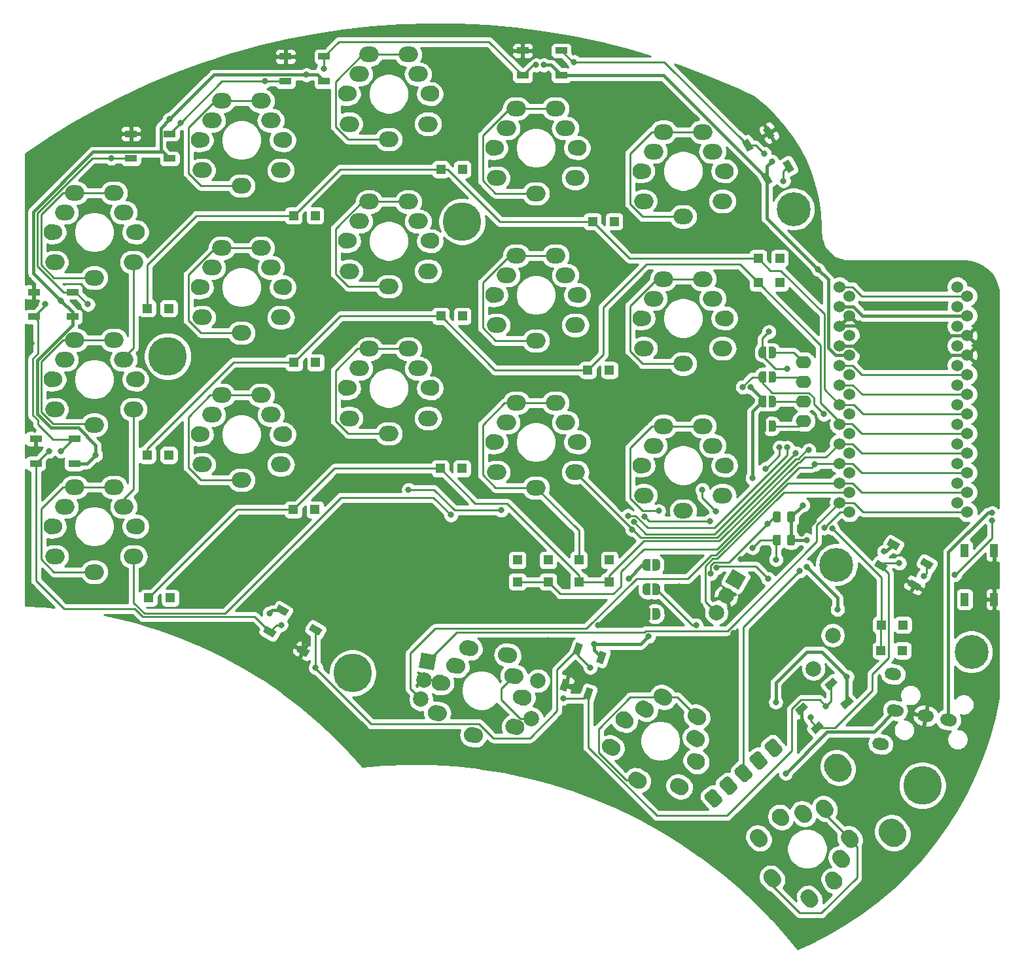
<source format=gbr>
%TF.GenerationSoftware,KiCad,Pcbnew,5.1.8*%
%TF.CreationDate,2021-01-06T22:11:09+01:00*%
%TF.ProjectId,split_3x,73706c69-745f-4337-982e-6b696361645f,rev?*%
%TF.SameCoordinates,Original*%
%TF.FileFunction,Copper,L1,Top*%
%TF.FilePolarity,Positive*%
%FSLAX46Y46*%
G04 Gerber Fmt 4.6, Leading zero omitted, Abs format (unit mm)*
G04 Created by KiCad (PCBNEW 5.1.8) date 2021-01-06 22:11:09*
%MOMM*%
%LPD*%
G01*
G04 APERTURE LIST*
%TA.AperFunction,ComponentPad*%
%ADD10O,2.500000X2.000000*%
%TD*%
%TA.AperFunction,WasherPad*%
%ADD11C,2.100000*%
%TD*%
%TA.AperFunction,WasherPad*%
%ADD12C,1.900000*%
%TD*%
%TA.AperFunction,ComponentPad*%
%ADD13R,1.200000X1.200000*%
%TD*%
%TA.AperFunction,SMDPad,CuDef*%
%ADD14C,0.100000*%
%TD*%
%TA.AperFunction,ComponentPad*%
%ADD15O,2.000000X1.600000*%
%TD*%
%TA.AperFunction,ComponentPad*%
%ADD16C,1.524000*%
%TD*%
%TA.AperFunction,ComponentPad*%
%ADD17C,0.700000*%
%TD*%
%TA.AperFunction,ComponentPad*%
%ADD18C,4.400000*%
%TD*%
%TA.AperFunction,ComponentPad*%
%ADD19C,5.000000*%
%TD*%
%TA.AperFunction,SMDPad,CuDef*%
%ADD20R,1.501140X0.899160*%
%TD*%
%TA.AperFunction,ComponentPad*%
%ADD21C,0.100000*%
%TD*%
%TA.AperFunction,ComponentPad*%
%ADD22C,2.000000*%
%TD*%
%TA.AperFunction,SMDPad,CuDef*%
%ADD23R,1.000000X1.700000*%
%TD*%
%TA.AperFunction,ViaPad*%
%ADD24C,0.800000*%
%TD*%
%TA.AperFunction,Conductor*%
%ADD25C,0.250000*%
%TD*%
%TA.AperFunction,Conductor*%
%ADD26C,0.381000*%
%TD*%
%TA.AperFunction,Conductor*%
%ADD27C,0.254000*%
%TD*%
%TA.AperFunction,Conductor*%
%ADD28C,0.100000*%
%TD*%
G04 APERTURE END LIST*
D10*
%TO.P,MX17,1*%
%TO.N,col4*%
X168612500Y-103737500D03*
%TO.P,MX17,2*%
%TO.N,Net-(D18-Pad2)*%
X163512500Y-105737500D03*
%TO.P,MX17,1*%
%TO.N,col4*%
X167322500Y-97297500D03*
%TO.P,MX17,2*%
%TO.N,Net-(D18-Pad2)*%
X160972500Y-94757500D03*
%TO.P,MX17,1*%
%TO.N,col4*%
X158412500Y-103737500D03*
D11*
%TO.P,MX17,*%
%TO.N,*%
X158012500Y-99837500D03*
X169012500Y-99837500D03*
D10*
%TO.P,MX17,2*%
%TO.N,Net-(D18-Pad2)*%
X166052500Y-94757500D03*
%TO.P,MX17,1*%
%TO.N,col4*%
X159702500Y-97297500D03*
D12*
%TO.P,MX17,*%
%TO.N,*%
X168592500Y-99837500D03*
X158432500Y-99837500D03*
%TD*%
%TO.P,spi1,9*%
%TO.N,N/C*%
%TA.AperFunction,ComponentPad*%
G36*
G01*
X184761951Y-140455421D02*
X184761951Y-140455421D01*
G75*
G02*
X182437378Y-140252048I-1060600J1263973D01*
G01*
X182115984Y-139869026D01*
G75*
G02*
X182319357Y-137544453I1263973J1060600D01*
G01*
X182319357Y-137544453D01*
G75*
G02*
X184643930Y-137747826I1060600J-1263973D01*
G01*
X184965324Y-138130848D01*
G75*
G02*
X184761951Y-140455421I-1263973J-1060600D01*
G01*
G37*
%TD.AperFunction*%
%TO.P,spi1,8*%
%TA.AperFunction,ComponentPad*%
G36*
G01*
X191832614Y-148881910D02*
X191832614Y-148881910D01*
G75*
G02*
X189508041Y-148678537I-1060600J1263973D01*
G01*
X189186647Y-148295515D01*
G75*
G02*
X189390020Y-145970942I1263973J1060600D01*
G01*
X189390020Y-145970942D01*
G75*
G02*
X191714593Y-146174315I1060600J-1263973D01*
G01*
X192035987Y-146557337D01*
G75*
G02*
X191832614Y-148881910I-1263973J-1060600D01*
G01*
G37*
%TD.AperFunction*%
%TO.P,spi1,1*%
%TO.N,Net-(JP18-Pad2)*%
%TA.AperFunction,ComponentPad*%
G36*
G01*
X176249783Y-136992849D02*
X175598645Y-137539219D01*
G75*
G02*
X174999891Y-137486835I-273185J325569D01*
G01*
X174132127Y-136452675D01*
G75*
G02*
X174184511Y-135853921I325569J273185D01*
G01*
X174835649Y-135307551D01*
G75*
G02*
X175434403Y-135359935I273185J-325569D01*
G01*
X176302167Y-136394095D01*
G75*
G02*
X176249783Y-136992849I-325569J-273185D01*
G01*
G37*
%TD.AperFunction*%
%TO.P,spi1,2*%
%TO.N,Net-(JP10-Pad2)*%
%TA.AperFunction,ComponentPad*%
G36*
G01*
X173054139Y-139119516D02*
X172186375Y-138085356D01*
G75*
G02*
X172238759Y-137486602I325569J273185D01*
G01*
X172889897Y-136940232D01*
G75*
G02*
X173488651Y-136992616I273185J-325569D01*
G01*
X174356415Y-138026776D01*
G75*
G02*
X174304031Y-138625530I-325569J-273185D01*
G01*
X173652893Y-139171900D01*
G75*
G02*
X173054139Y-139119516I-273185J325569D01*
G01*
G37*
%TD.AperFunction*%
%TO.P,spi1,3*%
%TO.N,scl*%
%TA.AperFunction,ComponentPad*%
G36*
G01*
X171108386Y-140752196D02*
X170240622Y-139718036D01*
G75*
G02*
X170293006Y-139119282I325569J273185D01*
G01*
X170944144Y-138572912D01*
G75*
G02*
X171542898Y-138625296I273185J-325569D01*
G01*
X172410662Y-139659456D01*
G75*
G02*
X172358278Y-140258210I-325569J-273185D01*
G01*
X171707140Y-140804580D01*
G75*
G02*
X171108386Y-140752196I-273185J325569D01*
G01*
G37*
%TD.AperFunction*%
%TO.P,spi1,4*%
%TO.N,Net-(JP15-Pad2)*%
%TA.AperFunction,ComponentPad*%
G36*
G01*
X169162633Y-142384877D02*
X168294869Y-141350717D01*
G75*
G02*
X168347253Y-140751963I325569J273185D01*
G01*
X168998391Y-140205593D01*
G75*
G02*
X169597145Y-140257977I273185J-325569D01*
G01*
X170464909Y-141292137D01*
G75*
G02*
X170412525Y-141890891I-325569J-273185D01*
G01*
X169761387Y-142437261D01*
G75*
G02*
X169162633Y-142384877I-273185J325569D01*
G01*
G37*
%TD.AperFunction*%
%TO.P,spi1,5*%
%TO.N,Net-(JP13-Pad2)*%
%TA.AperFunction,ComponentPad*%
G36*
G01*
X167216880Y-144017557D02*
X166349116Y-142983397D01*
G75*
G02*
X166401500Y-142384643I325569J273185D01*
G01*
X167052638Y-141838273D01*
G75*
G02*
X167651392Y-141890657I273185J-325569D01*
G01*
X168519156Y-142924817D01*
G75*
G02*
X168466772Y-143523571I-325569J-273185D01*
G01*
X167815634Y-144069941D01*
G75*
G02*
X167216880Y-144017557I-273185J325569D01*
G01*
G37*
%TD.AperFunction*%
%TD*%
D13*
%TO.P,D17,1*%
%TO.N,row1*%
X173225000Y-76200000D03*
%TO.P,D17,2*%
%TO.N,Net-(D17-Pad2)*%
X176025000Y-76200000D03*
%TD*%
%TO.P,D19,1*%
%TO.N,row3*%
X189100000Y-123825000D03*
%TO.P,D19,2*%
%TO.N,Net-(D19-Pad2)*%
X191900000Y-123825000D03*
%TD*%
%TO.P,D18,1*%
%TO.N,row2*%
X153987500Y-114906250D03*
%TO.P,D18,2*%
%TO.N,Net-(D18-Pad2)*%
X153987500Y-112106250D03*
%TD*%
%TO.P,D16,1*%
%TO.N,row0*%
X173225000Y-73025000D03*
%TO.P,D16,2*%
%TO.N,Net-(D16-Pad2)*%
X176025000Y-73025000D03*
%TD*%
%TO.P,D15,1*%
%TO.N,row3*%
X146050000Y-114906250D03*
%TO.P,D15,2*%
%TO.N,Net-(D15-Pad2)*%
X146050000Y-112106250D03*
%TD*%
%TO.P,D14,1*%
%TO.N,row2*%
X150018750Y-114906250D03*
%TO.P,D14,2*%
%TO.N,Net-(D14-Pad2)*%
X150018750Y-112106250D03*
%TD*%
%TO.P,D13,1*%
%TO.N,row1*%
X151168750Y-87512500D03*
%TO.P,D13,2*%
%TO.N,Net-(D13-Pad2)*%
X153968750Y-87512500D03*
%TD*%
%TO.P,D12,1*%
%TO.N,row0*%
X151793750Y-68262500D03*
%TO.P,D12,2*%
%TO.N,Net-(D12-Pad2)*%
X154593750Y-68262500D03*
%TD*%
%TO.P,D11,1*%
%TO.N,row3*%
X142081250Y-114906250D03*
%TO.P,D11,2*%
%TO.N,enc1row*%
X142081250Y-112106250D03*
%TD*%
%TO.P,D10,1*%
%TO.N,row2*%
X132100000Y-100250000D03*
%TO.P,D10,2*%
%TO.N,Net-(D10-Pad2)*%
X134900000Y-100250000D03*
%TD*%
%TO.P,D9,1*%
%TO.N,row1*%
X132168750Y-80512500D03*
%TO.P,D9,2*%
%TO.N,Net-(D9-Pad2)*%
X134968750Y-80512500D03*
%TD*%
%TO.P,D8,1*%
%TO.N,row0*%
X132168750Y-61512500D03*
%TO.P,D8,2*%
%TO.N,Net-(D8-Pad2)*%
X134968750Y-61512500D03*
%TD*%
%TO.P,D7,1*%
%TO.N,row3*%
X189168750Y-120512500D03*
%TO.P,D7,2*%
%TO.N,enc0row*%
X191968750Y-120512500D03*
%TD*%
%TO.P,D6,1*%
%TO.N,row2*%
X113087500Y-105568750D03*
%TO.P,D6,2*%
%TO.N,Net-(D6-Pad2)*%
X115887500Y-105568750D03*
%TD*%
%TO.P,D5,1*%
%TO.N,row1*%
X113168750Y-86512500D03*
%TO.P,D5,2*%
%TO.N,Net-(D5-Pad2)*%
X115968750Y-86512500D03*
%TD*%
%TO.P,D4,1*%
%TO.N,row0*%
X113118750Y-67512500D03*
%TO.P,D4,2*%
%TO.N,Net-(D4-Pad2)*%
X115918750Y-67512500D03*
%TD*%
%TO.P,D3,1*%
%TO.N,row2*%
X94350000Y-117000000D03*
%TO.P,D3,2*%
%TO.N,Net-(D3-Pad2)*%
X97150000Y-117000000D03*
%TD*%
%TO.P,D2,1*%
%TO.N,row1*%
X94168750Y-98512500D03*
%TO.P,D2,2*%
%TO.N,Net-(D2-Pad2)*%
X96968750Y-98512500D03*
%TD*%
%TO.P,D1,1*%
%TO.N,row0*%
X94168750Y-79512500D03*
%TO.P,D1,2*%
%TO.N,Net-(D1-Pad2)*%
X96968750Y-79512500D03*
%TD*%
%TA.AperFunction,SMDPad,CuDef*%
D14*
%TO.P,JP13,2*%
%TO.N,Net-(JP13-Pad2)*%
G36*
X160050000Y-118313102D02*
G01*
X160074534Y-118313102D01*
X160123365Y-118317912D01*
X160171490Y-118327484D01*
X160218445Y-118341728D01*
X160263778Y-118360505D01*
X160307051Y-118383636D01*
X160347850Y-118410896D01*
X160385779Y-118442024D01*
X160420476Y-118476721D01*
X160451604Y-118514650D01*
X160478864Y-118555449D01*
X160501995Y-118598722D01*
X160520772Y-118644055D01*
X160535016Y-118691010D01*
X160544588Y-118739135D01*
X160549398Y-118787966D01*
X160549398Y-118812500D01*
X160550000Y-118812500D01*
X160550000Y-119312500D01*
X160549398Y-119312500D01*
X160549398Y-119337034D01*
X160544588Y-119385865D01*
X160535016Y-119433990D01*
X160520772Y-119480945D01*
X160501995Y-119526278D01*
X160478864Y-119569551D01*
X160451604Y-119610350D01*
X160420476Y-119648279D01*
X160385779Y-119682976D01*
X160347850Y-119714104D01*
X160307051Y-119741364D01*
X160263778Y-119764495D01*
X160218445Y-119783272D01*
X160171490Y-119797516D01*
X160123365Y-119807088D01*
X160074534Y-119811898D01*
X160050000Y-119811898D01*
X160050000Y-119812500D01*
X159550000Y-119812500D01*
X159550000Y-118312500D01*
X160050000Y-118312500D01*
X160050000Y-118313102D01*
G37*
%TD.AperFunction*%
%TA.AperFunction,SMDPad,CuDef*%
%TO.P,JP13,1*%
%TO.N,ground*%
G36*
X159250000Y-119812500D02*
G01*
X158750000Y-119812500D01*
X158750000Y-119811898D01*
X158725466Y-119811898D01*
X158676635Y-119807088D01*
X158628510Y-119797516D01*
X158581555Y-119783272D01*
X158536222Y-119764495D01*
X158492949Y-119741364D01*
X158452150Y-119714104D01*
X158414221Y-119682976D01*
X158379524Y-119648279D01*
X158348396Y-119610350D01*
X158321136Y-119569551D01*
X158298005Y-119526278D01*
X158279228Y-119480945D01*
X158264984Y-119433990D01*
X158255412Y-119385865D01*
X158250602Y-119337034D01*
X158250602Y-119312500D01*
X158250000Y-119312500D01*
X158250000Y-118812500D01*
X158250602Y-118812500D01*
X158250602Y-118787966D01*
X158255412Y-118739135D01*
X158264984Y-118691010D01*
X158279228Y-118644055D01*
X158298005Y-118598722D01*
X158321136Y-118555449D01*
X158348396Y-118514650D01*
X158379524Y-118476721D01*
X158414221Y-118442024D01*
X158452150Y-118410896D01*
X158492949Y-118383636D01*
X158536222Y-118360505D01*
X158581555Y-118341728D01*
X158628510Y-118327484D01*
X158676635Y-118317912D01*
X158725466Y-118313102D01*
X158750000Y-118313102D01*
X158750000Y-118312500D01*
X159250000Y-118312500D01*
X159250000Y-119812500D01*
G37*
%TD.AperFunction*%
%TD*%
%TA.AperFunction,SMDPad,CuDef*%
%TO.P,JP10,2*%
%TO.N,Net-(JP10-Pad2)*%
G36*
X160050000Y-115138102D02*
G01*
X160074534Y-115138102D01*
X160123365Y-115142912D01*
X160171490Y-115152484D01*
X160218445Y-115166728D01*
X160263778Y-115185505D01*
X160307051Y-115208636D01*
X160347850Y-115235896D01*
X160385779Y-115267024D01*
X160420476Y-115301721D01*
X160451604Y-115339650D01*
X160478864Y-115380449D01*
X160501995Y-115423722D01*
X160520772Y-115469055D01*
X160535016Y-115516010D01*
X160544588Y-115564135D01*
X160549398Y-115612966D01*
X160549398Y-115637500D01*
X160550000Y-115637500D01*
X160550000Y-116137500D01*
X160549398Y-116137500D01*
X160549398Y-116162034D01*
X160544588Y-116210865D01*
X160535016Y-116258990D01*
X160520772Y-116305945D01*
X160501995Y-116351278D01*
X160478864Y-116394551D01*
X160451604Y-116435350D01*
X160420476Y-116473279D01*
X160385779Y-116507976D01*
X160347850Y-116539104D01*
X160307051Y-116566364D01*
X160263778Y-116589495D01*
X160218445Y-116608272D01*
X160171490Y-116622516D01*
X160123365Y-116632088D01*
X160074534Y-116636898D01*
X160050000Y-116636898D01*
X160050000Y-116637500D01*
X159550000Y-116637500D01*
X159550000Y-115137500D01*
X160050000Y-115137500D01*
X160050000Y-115138102D01*
G37*
%TD.AperFunction*%
%TA.AperFunction,SMDPad,CuDef*%
%TO.P,JP10,1*%
%TO.N,sda*%
G36*
X159250000Y-116637500D02*
G01*
X158750000Y-116637500D01*
X158750000Y-116636898D01*
X158725466Y-116636898D01*
X158676635Y-116632088D01*
X158628510Y-116622516D01*
X158581555Y-116608272D01*
X158536222Y-116589495D01*
X158492949Y-116566364D01*
X158452150Y-116539104D01*
X158414221Y-116507976D01*
X158379524Y-116473279D01*
X158348396Y-116435350D01*
X158321136Y-116394551D01*
X158298005Y-116351278D01*
X158279228Y-116305945D01*
X158264984Y-116258990D01*
X158255412Y-116210865D01*
X158250602Y-116162034D01*
X158250602Y-116137500D01*
X158250000Y-116137500D01*
X158250000Y-115637500D01*
X158250602Y-115637500D01*
X158250602Y-115612966D01*
X158255412Y-115564135D01*
X158264984Y-115516010D01*
X158279228Y-115469055D01*
X158298005Y-115423722D01*
X158321136Y-115380449D01*
X158348396Y-115339650D01*
X158379524Y-115301721D01*
X158414221Y-115267024D01*
X158452150Y-115235896D01*
X158492949Y-115208636D01*
X158536222Y-115185505D01*
X158581555Y-115166728D01*
X158628510Y-115152484D01*
X158676635Y-115142912D01*
X158725466Y-115138102D01*
X158750000Y-115138102D01*
X158750000Y-115137500D01*
X159250000Y-115137500D01*
X159250000Y-116637500D01*
G37*
%TD.AperFunction*%
%TD*%
%TA.AperFunction,SMDPad,CuDef*%
%TO.P,JP9,2*%
%TO.N,Net-(JP18-Pad2)*%
G36*
X160050000Y-111963102D02*
G01*
X160074534Y-111963102D01*
X160123365Y-111967912D01*
X160171490Y-111977484D01*
X160218445Y-111991728D01*
X160263778Y-112010505D01*
X160307051Y-112033636D01*
X160347850Y-112060896D01*
X160385779Y-112092024D01*
X160420476Y-112126721D01*
X160451604Y-112164650D01*
X160478864Y-112205449D01*
X160501995Y-112248722D01*
X160520772Y-112294055D01*
X160535016Y-112341010D01*
X160544588Y-112389135D01*
X160549398Y-112437966D01*
X160549398Y-112462500D01*
X160550000Y-112462500D01*
X160550000Y-112962500D01*
X160549398Y-112962500D01*
X160549398Y-112987034D01*
X160544588Y-113035865D01*
X160535016Y-113083990D01*
X160520772Y-113130945D01*
X160501995Y-113176278D01*
X160478864Y-113219551D01*
X160451604Y-113260350D01*
X160420476Y-113298279D01*
X160385779Y-113332976D01*
X160347850Y-113364104D01*
X160307051Y-113391364D01*
X160263778Y-113414495D01*
X160218445Y-113433272D01*
X160171490Y-113447516D01*
X160123365Y-113457088D01*
X160074534Y-113461898D01*
X160050000Y-113461898D01*
X160050000Y-113462500D01*
X159550000Y-113462500D01*
X159550000Y-111962500D01*
X160050000Y-111962500D01*
X160050000Y-111963102D01*
G37*
%TD.AperFunction*%
%TA.AperFunction,SMDPad,CuDef*%
%TO.P,JP9,1*%
%TO.N,power*%
G36*
X159250000Y-113462500D02*
G01*
X158750000Y-113462500D01*
X158750000Y-113461898D01*
X158725466Y-113461898D01*
X158676635Y-113457088D01*
X158628510Y-113447516D01*
X158581555Y-113433272D01*
X158536222Y-113414495D01*
X158492949Y-113391364D01*
X158452150Y-113364104D01*
X158414221Y-113332976D01*
X158379524Y-113298279D01*
X158348396Y-113260350D01*
X158321136Y-113219551D01*
X158298005Y-113176278D01*
X158279228Y-113130945D01*
X158264984Y-113083990D01*
X158255412Y-113035865D01*
X158250602Y-112987034D01*
X158250602Y-112962500D01*
X158250000Y-112962500D01*
X158250000Y-112462500D01*
X158250602Y-112462500D01*
X158250602Y-112437966D01*
X158255412Y-112389135D01*
X158264984Y-112341010D01*
X158279228Y-112294055D01*
X158298005Y-112248722D01*
X158321136Y-112205449D01*
X158348396Y-112164650D01*
X158379524Y-112126721D01*
X158414221Y-112092024D01*
X158452150Y-112060896D01*
X158492949Y-112033636D01*
X158536222Y-112010505D01*
X158581555Y-111991728D01*
X158628510Y-111977484D01*
X158676635Y-111967912D01*
X158725466Y-111963102D01*
X158750000Y-111963102D01*
X158750000Y-111962500D01*
X159250000Y-111962500D01*
X159250000Y-113462500D01*
G37*
%TD.AperFunction*%
%TD*%
D15*
%TO.P,Brd1,2*%
%TO.N,Net-(Brd1-Pad2)*%
X179106250Y-91567500D03*
%TO.P,Brd1,1*%
%TO.N,Net-(Brd1-Pad1)*%
X179106250Y-94107500D03*
%TO.P,Brd1,3*%
%TO.N,Net-(Brd1-Pad3)*%
X179106250Y-89027500D03*
%TO.P,Brd1,4*%
%TO.N,Net-(Brd1-Pad4)*%
X179106250Y-86487500D03*
%TD*%
D10*
%TO.P,MX15,1*%
%TO.N,col4*%
X168600850Y-65636100D03*
%TO.P,MX15,2*%
%TO.N,Net-(D16-Pad2)*%
X163500850Y-67636100D03*
%TO.P,MX15,1*%
%TO.N,col4*%
X167310850Y-59196100D03*
%TO.P,MX15,2*%
%TO.N,Net-(D16-Pad2)*%
X160960850Y-56656100D03*
%TO.P,MX15,1*%
%TO.N,col4*%
X158400850Y-65636100D03*
D11*
%TO.P,MX15,*%
%TO.N,*%
X158000850Y-61736100D03*
X169000850Y-61736100D03*
D10*
%TO.P,MX15,2*%
%TO.N,Net-(D16-Pad2)*%
X166040850Y-56656100D03*
%TO.P,MX15,1*%
%TO.N,col4*%
X159690850Y-59196100D03*
D12*
%TO.P,MX15,*%
%TO.N,*%
X168580850Y-61736100D03*
X158420850Y-61736100D03*
%TD*%
D16*
%TO.P,U1,22*%
%TO.N,reset*%
X185047565Y-83018245D03*
%TO.P,U1,10*%
%TO.N,row3*%
X200287565Y-100798245D03*
%TO.P,U1,18*%
%TO.N,col2*%
X185047565Y-93178245D03*
%TO.P,U1,6*%
%TO.N,scl*%
X200287565Y-90638245D03*
%TO.P,U1,4*%
%TO.N,ground*%
X200287565Y-85558245D03*
%TO.P,U1,14*%
%TO.N,enc0da*%
X185047565Y-103338245D03*
%TO.P,U1,3*%
%TO.N,ground*%
X200287565Y-83018245D03*
%TO.P,U1,1*%
%TO.N,leds*%
X200287565Y-77938245D03*
%TO.P,U1,16*%
%TO.N,col4*%
X185047565Y-98258245D03*
%TO.P,U1,12*%
%TO.N,enc1db*%
X200287565Y-105878245D03*
%TO.P,U1,19*%
%TO.N,col1*%
X185047565Y-90638245D03*
%TO.P,U1,23*%
%TO.N,ground*%
X185047565Y-80478245D03*
%TO.P,U1,21*%
%TO.N,power*%
X185047565Y-85558245D03*
%TO.P,U1,20*%
%TO.N,col0*%
X185047565Y-88098245D03*
%TO.P,U1,15*%
%TO.N,Net-(U1-Pad15)*%
X185047565Y-100798245D03*
%TO.P,U1,17*%
%TO.N,col3*%
X185047565Y-95718245D03*
%TO.P,U1,9*%
%TO.N,row2*%
X200287565Y-98258245D03*
%TO.P,U1,8*%
%TO.N,row1*%
X200287565Y-95718245D03*
%TO.P,U1,13*%
%TO.N,enc0db*%
X185047565Y-105878245D03*
%TO.P,U1,11*%
%TO.N,enc1da*%
X200287565Y-103338245D03*
%TO.P,U1,2*%
%TO.N,connection*%
X200287565Y-80478245D03*
%TO.P,U1,24*%
%TO.N,Net-(U1-Pad24)*%
X185047565Y-77938245D03*
%TO.P,U1,7*%
%TO.N,row0*%
X200287565Y-93178245D03*
%TO.P,U1,5*%
%TO.N,sda*%
X200287565Y-88098245D03*
%TO.P,U1,1*%
%TO.N,leds*%
X183748750Y-76742500D03*
%TO.P,U1,2*%
%TO.N,connection*%
X183748750Y-79282500D03*
%TO.P,U1,3*%
%TO.N,ground*%
X183748750Y-81822500D03*
%TO.P,U1,4*%
X183748750Y-84362500D03*
%TO.P,U1,5*%
%TO.N,sda*%
X183748750Y-86902500D03*
%TO.P,U1,6*%
%TO.N,scl*%
X183748750Y-89442500D03*
%TO.P,U1,7*%
%TO.N,row0*%
X183748750Y-91982500D03*
%TO.P,U1,8*%
%TO.N,row1*%
X183748750Y-94522500D03*
%TO.P,U1,9*%
%TO.N,row2*%
X183748750Y-97062500D03*
%TO.P,U1,10*%
%TO.N,row3*%
X183748750Y-99602500D03*
%TO.P,U1,11*%
%TO.N,enc1da*%
X183748750Y-102142500D03*
%TO.P,U1,12*%
%TO.N,enc1db*%
X183748750Y-104682500D03*
%TO.P,U1,13*%
%TO.N,enc0db*%
X198988750Y-104682500D03*
%TO.P,U1,14*%
%TO.N,enc0da*%
X198988750Y-102142500D03*
%TO.P,U1,15*%
%TO.N,Net-(U1-Pad15)*%
X198988750Y-99602500D03*
%TO.P,U1,16*%
%TO.N,col4*%
X198988750Y-97062500D03*
%TO.P,U1,17*%
%TO.N,col3*%
X198988750Y-94522500D03*
%TO.P,U1,18*%
%TO.N,col2*%
X198988750Y-91982500D03*
%TO.P,U1,19*%
%TO.N,col1*%
X198988750Y-89442500D03*
%TO.P,U1,20*%
%TO.N,col0*%
X198988750Y-86902500D03*
%TO.P,U1,21*%
%TO.N,power*%
X198988750Y-84362500D03*
%TO.P,U1,22*%
%TO.N,reset*%
X198988750Y-81822500D03*
%TO.P,U1,23*%
%TO.N,ground*%
X198988750Y-79282500D03*
%TO.P,U1,24*%
%TO.N,Net-(U1-Pad24)*%
X198988750Y-76742500D03*
%TD*%
%TO.P,U2,3*%
%TO.N,ground*%
%TA.AperFunction,ComponentPad*%
G36*
G01*
X194737669Y-131433441D02*
X195328553Y-131537629D01*
G75*
G02*
X195977480Y-132464394I-138919J-787846D01*
G01*
X195977480Y-132464394D01*
G75*
G02*
X195050715Y-133113321I-787846J138919D01*
G01*
X194459831Y-133009133D01*
G75*
G02*
X193810904Y-132082368I138919J787846D01*
G01*
X193810904Y-132082368D01*
G75*
G02*
X194737669Y-131433441I787846J-138919D01*
G01*
G37*
%TD.AperFunction*%
%TO.P,U2,4*%
%TO.N,connection*%
%TA.AperFunction,ComponentPad*%
G36*
G01*
X197692092Y-131954386D02*
X198282976Y-132058574D01*
G75*
G02*
X198931903Y-132985339I-138919J-787846D01*
G01*
X198931903Y-132985339D01*
G75*
G02*
X198005138Y-133634266I-787846J138919D01*
G01*
X197414254Y-133530078D01*
G75*
G02*
X196765327Y-132603313I138919J787846D01*
G01*
X196765327Y-132603313D01*
G75*
G02*
X197692092Y-131954386I787846J-138919D01*
G01*
G37*
%TD.AperFunction*%
%TO.P,U2,2*%
%TO.N,power*%
%TA.AperFunction,ComponentPad*%
G36*
G01*
X190798438Y-130738849D02*
X191389322Y-130843037D01*
G75*
G02*
X192038249Y-131769802I-138919J-787846D01*
G01*
X192038249Y-131769802D01*
G75*
G02*
X191111484Y-132418729I-787846J138919D01*
G01*
X190520600Y-132314541D01*
G75*
G02*
X189871673Y-131387776I138919J787846D01*
G01*
X189871673Y-131387776D01*
G75*
G02*
X190798438Y-130738849I787846J-138919D01*
G01*
G37*
%TD.AperFunction*%
%TO.P,U2,1*%
%TO.N,Net-(U2-Pad1)*%
%TA.AperFunction,ComponentPad*%
G36*
G01*
X190513931Y-126017720D02*
X191104815Y-126121908D01*
G75*
G02*
X191753742Y-127048673I-138919J-787846D01*
G01*
X191753742Y-127048673D01*
G75*
G02*
X190826977Y-127697600I-787846J138919D01*
G01*
X190236093Y-127593412D01*
G75*
G02*
X189587166Y-126666647I138919J787846D01*
G01*
X189587166Y-126666647D01*
G75*
G02*
X190513931Y-126017720I787846J-138919D01*
G01*
G37*
%TD.AperFunction*%
%TA.AperFunction,ComponentPad*%
G36*
G01*
X188916368Y-135077951D02*
X189507252Y-135182139D01*
G75*
G02*
X190156179Y-136108904I-138919J-787846D01*
G01*
X190156179Y-136108904D01*
G75*
G02*
X189229414Y-136757831I-787846J138919D01*
G01*
X188638530Y-136653643D01*
G75*
G02*
X187989603Y-135726878I138919J787846D01*
G01*
X187989603Y-135726878D01*
G75*
G02*
X188916368Y-135077951I787846J-138919D01*
G01*
G37*
%TD.AperFunction*%
%TD*%
D17*
%TO.P, ,1*%
%TO.N,N/C*%
X178966726Y-65508274D03*
X177800000Y-65025000D03*
X176633274Y-65508274D03*
X176150000Y-66675000D03*
X176633274Y-67841726D03*
X177800000Y-68325000D03*
X178966726Y-67841726D03*
X179450000Y-66675000D03*
D18*
X177800000Y-66675000D03*
%TD*%
D19*
%TO.P,REF\u002A\u002A,*%
%TO.N,*%
X194468750Y-141287500D03*
%TD*%
%TO.P,REF\u002A\u002A,*%
%TO.N,*%
X120750000Y-126750000D03*
%TD*%
%TO.P,REF\u002A\u002A,*%
%TO.N,*%
X134937500Y-68262500D03*
%TD*%
%TO.P,REF\u002A\u002A,*%
%TO.N,*%
X96837500Y-85725000D03*
%TD*%
D17*
%TO.P, ,1*%
%TO.N,N/C*%
X201985476Y-122833274D03*
X200818750Y-122350000D03*
X199652024Y-122833274D03*
X199168750Y-124000000D03*
X199652024Y-125166726D03*
X200818750Y-125650000D03*
X201985476Y-125166726D03*
X202468750Y-124000000D03*
D18*
X200818750Y-124000000D03*
%TD*%
D17*
%TO.P, ,1*%
%TO.N,N/C*%
X184522976Y-111545774D03*
X183356250Y-111062500D03*
X182189524Y-111545774D03*
X181706250Y-112712500D03*
X182189524Y-113879226D03*
X183356250Y-114362500D03*
X184522976Y-113879226D03*
X185006250Y-112712500D03*
D18*
X183356250Y-112712500D03*
%TD*%
%TA.AperFunction,SMDPad,CuDef*%
D14*
%TO.P,D29,1*%
%TO.N,power*%
G36*
X191148314Y-110841639D02*
G01*
X189848288Y-110091069D01*
X190297868Y-109312373D01*
X191597894Y-110062943D01*
X191148314Y-110841639D01*
G37*
%TD.AperFunction*%
%TA.AperFunction,SMDPad,CuDef*%
%TO.P,D29,2*%
%TO.N,Net-(D20-Pad4)*%
G36*
X189548114Y-113613267D02*
G01*
X188248088Y-112862697D01*
X188697668Y-112084001D01*
X189997694Y-112834571D01*
X189548114Y-113613267D01*
G37*
%TD.AperFunction*%
%TA.AperFunction,SMDPad,CuDef*%
%TO.P,D29,3*%
%TO.N,ground*%
G36*
X193877132Y-116112627D02*
G01*
X192577106Y-115362057D01*
X193026686Y-114583361D01*
X194326712Y-115333931D01*
X193877132Y-116112627D01*
G37*
%TD.AperFunction*%
%TA.AperFunction,SMDPad,CuDef*%
%TO.P,D29,4*%
%TO.N,leds*%
G36*
X195477332Y-113340999D02*
G01*
X194177306Y-112590429D01*
X194626886Y-111811733D01*
X195926912Y-112562303D01*
X195477332Y-113340999D01*
G37*
%TD.AperFunction*%
%TD*%
%TA.AperFunction,SMDPad,CuDef*%
%TO.P,D28,1*%
%TO.N,power*%
G36*
X174377929Y-61839806D02*
G01*
X175128499Y-63139832D01*
X174349803Y-63589412D01*
X173599233Y-62289386D01*
X174377929Y-61839806D01*
G37*
%TD.AperFunction*%
%TA.AperFunction,SMDPad,CuDef*%
%TO.P,D28,2*%
%TO.N,Net-(D28-Pad2)*%
G36*
X177149557Y-60239606D02*
G01*
X177900127Y-61539632D01*
X177121431Y-61989212D01*
X176370861Y-60689186D01*
X177149557Y-60239606D01*
G37*
%TD.AperFunction*%
%TA.AperFunction,SMDPad,CuDef*%
%TO.P,D28,3*%
%TO.N,ground*%
G36*
X174650197Y-55910588D02*
G01*
X175400767Y-57210614D01*
X174622071Y-57660194D01*
X173871501Y-56360168D01*
X174650197Y-55910588D01*
G37*
%TD.AperFunction*%
%TA.AperFunction,SMDPad,CuDef*%
%TO.P,D28,4*%
%TO.N,Net-(D27-Pad2)*%
G36*
X171878569Y-57510788D02*
G01*
X172629139Y-58810814D01*
X171850443Y-59260394D01*
X171099873Y-57960368D01*
X171878569Y-57510788D01*
G37*
%TD.AperFunction*%
%TD*%
D20*
%TO.P,D27,1*%
%TO.N,power*%
X147749360Y-49350200D03*
%TO.P,D27,2*%
%TO.N,Net-(D27-Pad2)*%
X147749360Y-46149800D03*
%TO.P,D27,3*%
%TO.N,ground*%
X142750640Y-46149800D03*
%TO.P,D27,4*%
%TO.N,Net-(D26-Pad2)*%
X142750640Y-49350200D03*
%TD*%
%TO.P,D26,1*%
%TO.N,power*%
X117068110Y-50112700D03*
%TO.P,D26,2*%
%TO.N,Net-(D26-Pad2)*%
X117068110Y-46912300D03*
%TO.P,D26,3*%
%TO.N,ground*%
X112069390Y-46912300D03*
%TO.P,D26,4*%
%TO.N,Net-(D25-Pad2)*%
X112069390Y-50112700D03*
%TD*%
%TO.P,D25,1*%
%TO.N,power*%
X97068110Y-60112700D03*
%TO.P,D25,2*%
%TO.N,Net-(D25-Pad2)*%
X97068110Y-56912300D03*
%TO.P,D25,3*%
%TO.N,ground*%
X92069390Y-56912300D03*
%TO.P,D25,4*%
%TO.N,Net-(D24-Pad2)*%
X92069390Y-60112700D03*
%TD*%
%TO.P,D24,1*%
%TO.N,power*%
X84499360Y-80600200D03*
%TO.P,D24,2*%
%TO.N,Net-(D24-Pad2)*%
X84499360Y-77399800D03*
%TO.P,D24,3*%
%TO.N,ground*%
X79500640Y-77399800D03*
%TO.P,D24,4*%
%TO.N,Net-(D23-Pad2)*%
X79500640Y-80600200D03*
%TD*%
%TO.P,D23,1*%
%TO.N,power*%
X84749360Y-99600200D03*
%TO.P,D23,2*%
%TO.N,Net-(D23-Pad2)*%
X84749360Y-96399800D03*
%TO.P,D23,3*%
%TO.N,ground*%
X79750640Y-96399800D03*
%TO.P,D23,4*%
%TO.N,Net-(D22-Pad2)*%
X79750640Y-99600200D03*
%TD*%
%TA.AperFunction,SMDPad,CuDef*%
D14*
%TO.P,D22,1*%
%TO.N,power*%
G36*
X112060814Y-119379139D02*
G01*
X110760788Y-118628569D01*
X111210368Y-117849873D01*
X112510394Y-118600443D01*
X112060814Y-119379139D01*
G37*
%TD.AperFunction*%
%TA.AperFunction,SMDPad,CuDef*%
%TO.P,D22,2*%
%TO.N,Net-(D22-Pad2)*%
G36*
X110460614Y-122150767D02*
G01*
X109160588Y-121400197D01*
X109610168Y-120621501D01*
X110910194Y-121372071D01*
X110460614Y-122150767D01*
G37*
%TD.AperFunction*%
%TA.AperFunction,SMDPad,CuDef*%
%TO.P,D22,3*%
%TO.N,ground*%
G36*
X114789632Y-124650127D02*
G01*
X113489606Y-123899557D01*
X113939186Y-123120861D01*
X115239212Y-123871431D01*
X114789632Y-124650127D01*
G37*
%TD.AperFunction*%
%TA.AperFunction,SMDPad,CuDef*%
%TO.P,D22,4*%
%TO.N,Net-(D21-Pad2)*%
G36*
X116389832Y-121878499D02*
G01*
X115089806Y-121127929D01*
X115539386Y-120349233D01*
X116839412Y-121099803D01*
X116389832Y-121878499D01*
G37*
%TD.AperFunction*%
%TD*%
%TA.AperFunction,SMDPad,CuDef*%
%TO.P,D21,1*%
%TO.N,power*%
G36*
X152248101Y-125262710D02*
G01*
X152761521Y-123852099D01*
X153606455Y-124159630D01*
X153093035Y-125570241D01*
X152248101Y-125262710D01*
G37*
%TD.AperFunction*%
%TA.AperFunction,SMDPad,CuDef*%
%TO.P,D21,2*%
%TO.N,Net-(D21-Pad2)*%
G36*
X149240708Y-124168109D02*
G01*
X149754128Y-122757498D01*
X150599062Y-123065029D01*
X150085642Y-124475640D01*
X149240708Y-124168109D01*
G37*
%TD.AperFunction*%
%TA.AperFunction,SMDPad,CuDef*%
%TO.P,D21,3*%
%TO.N,ground*%
G36*
X147531045Y-128865370D02*
G01*
X148044465Y-127454759D01*
X148889399Y-127762290D01*
X148375979Y-129172901D01*
X147531045Y-128865370D01*
G37*
%TD.AperFunction*%
%TA.AperFunction,SMDPad,CuDef*%
%TO.P,D21,4*%
%TO.N,Net-(D20-Pad2)*%
G36*
X150538438Y-129959971D02*
G01*
X151051858Y-128549360D01*
X151896792Y-128856891D01*
X151383372Y-130267502D01*
X150538438Y-129959971D01*
G37*
%TD.AperFunction*%
%TD*%
%TA.AperFunction,SMDPad,CuDef*%
%TO.P,D20,4*%
%TO.N,Net-(D20-Pad4)*%
G36*
X180018764Y-133939191D02*
G01*
X181168704Y-132974277D01*
X181746672Y-133663073D01*
X180596732Y-134627987D01*
X180018764Y-133939191D01*
G37*
%TD.AperFunction*%
%TA.AperFunction,SMDPad,CuDef*%
%TO.P,D20,3*%
%TO.N,ground*%
G36*
X177961586Y-131487542D02*
G01*
X179111526Y-130522628D01*
X179689494Y-131211424D01*
X178539554Y-132176338D01*
X177961586Y-131487542D01*
G37*
%TD.AperFunction*%
%TA.AperFunction,SMDPad,CuDef*%
%TO.P,D20,2*%
%TO.N,Net-(D20-Pad2)*%
G36*
X181790828Y-128274427D02*
G01*
X182940768Y-127309513D01*
X183518736Y-127998309D01*
X182368796Y-128963223D01*
X181790828Y-128274427D01*
G37*
%TD.AperFunction*%
%TA.AperFunction,SMDPad,CuDef*%
%TO.P,D20,1*%
%TO.N,power*%
G36*
X183848006Y-130726076D02*
G01*
X184997946Y-129761162D01*
X185575914Y-130449958D01*
X184425974Y-131414872D01*
X183848006Y-130726076D01*
G37*
%TD.AperFunction*%
%TD*%
%TA.AperFunction,ComponentPad*%
D21*
%TO.P,SW4,A*%
%TO.N,enc1db*%
G36*
X129302106Y-126015529D02*
G01*
X129649402Y-124045913D01*
X131619018Y-124393209D01*
X131271722Y-126362825D01*
X129302106Y-126015529D01*
G37*
%TD.AperFunction*%
D22*
%TO.P,SW4,C*%
%TO.N,ground*%
X130026442Y-127666389D03*
%TO.P,SW4,B*%
%TO.N,enc1da*%
X129592321Y-130128408D03*
%TO.P,SW4,S2*%
%TO.N,enc1row*%
X144740275Y-127722268D03*
%TO.P,SW4,S1*%
%TO.N,col2*%
X143872034Y-132646307D03*
%TD*%
%TO.P,SW3,S1*%
%TO.N,col1*%
X180380928Y-126177564D03*
%TO.P,SW3,S2*%
%TO.N,enc0row*%
X182880928Y-121847436D03*
%TO.P,SW3,B*%
%TO.N,enc0da*%
X167823559Y-118927564D03*
%TO.P,SW3,C*%
%TO.N,ground*%
X169073559Y-116762500D03*
%TA.AperFunction,ComponentPad*%
D21*
%TO.P,SW3,A*%
%TO.N,enc0db*%
G36*
X168957534Y-114963461D02*
G01*
X169957534Y-113231411D01*
X171689584Y-114231411D01*
X170689584Y-115963461D01*
X168957534Y-114963461D01*
G37*
%TD.AperFunction*%
%TD*%
D23*
%TO.P,SW1,1*%
%TO.N,reset*%
X199943750Y-117200000D03*
X199943750Y-110900000D03*
%TO.P,SW1,2*%
%TO.N,ground*%
X203743750Y-117200000D03*
X203743750Y-110900000D03*
%TD*%
%TO.P,R2,2*%
%TO.N,scl*%
%TA.AperFunction,SMDPad,CuDef*%
G36*
G01*
X176168750Y-109062499D02*
X176168750Y-109962501D01*
G75*
G02*
X175918751Y-110212500I-249999J0D01*
G01*
X175393749Y-110212500D01*
G75*
G02*
X175143750Y-109962501I0J249999D01*
G01*
X175143750Y-109062499D01*
G75*
G02*
X175393749Y-108812500I249999J0D01*
G01*
X175918751Y-108812500D01*
G75*
G02*
X176168750Y-109062499I0J-249999D01*
G01*
G37*
%TD.AperFunction*%
%TO.P,R2,1*%
%TO.N,power*%
%TA.AperFunction,SMDPad,CuDef*%
G36*
G01*
X177993750Y-109062499D02*
X177993750Y-109962501D01*
G75*
G02*
X177743751Y-110212500I-249999J0D01*
G01*
X177218749Y-110212500D01*
G75*
G02*
X176968750Y-109962501I0J249999D01*
G01*
X176968750Y-109062499D01*
G75*
G02*
X177218749Y-108812500I249999J0D01*
G01*
X177743751Y-108812500D01*
G75*
G02*
X177993750Y-109062499I0J-249999D01*
G01*
G37*
%TD.AperFunction*%
%TD*%
%TO.P,R1,2*%
%TO.N,sda*%
%TA.AperFunction,SMDPad,CuDef*%
G36*
G01*
X176168750Y-106062499D02*
X176168750Y-106962501D01*
G75*
G02*
X175918751Y-107212500I-249999J0D01*
G01*
X175393749Y-107212500D01*
G75*
G02*
X175143750Y-106962501I0J249999D01*
G01*
X175143750Y-106062499D01*
G75*
G02*
X175393749Y-105812500I249999J0D01*
G01*
X175918751Y-105812500D01*
G75*
G02*
X176168750Y-106062499I0J-249999D01*
G01*
G37*
%TD.AperFunction*%
%TO.P,R1,1*%
%TO.N,power*%
%TA.AperFunction,SMDPad,CuDef*%
G36*
G01*
X177993750Y-106062499D02*
X177993750Y-106962501D01*
G75*
G02*
X177743751Y-107212500I-249999J0D01*
G01*
X177218749Y-107212500D01*
G75*
G02*
X176968750Y-106962501I0J249999D01*
G01*
X176968750Y-106062499D01*
G75*
G02*
X177218749Y-105812500I249999J0D01*
G01*
X177743751Y-105812500D01*
G75*
G02*
X177993750Y-106062499I0J-249999D01*
G01*
G37*
%TD.AperFunction*%
%TD*%
%TO.P,MX18,1*%
%TO.N,col4*%
%TA.AperFunction,ComponentPad*%
G36*
G01*
X179055908Y-154968643D02*
X179055908Y-154968643D01*
G75*
G02*
X180464740Y-155091899I642788J-766044D01*
G01*
X180786134Y-155474921D01*
G75*
G02*
X180662878Y-156883753I-766044J-642788D01*
G01*
X180662878Y-156883753D01*
G75*
G02*
X179254046Y-156760497I-642788J766044D01*
G01*
X178932652Y-156377475D01*
G75*
G02*
X179055908Y-154968643I766044J642788D01*
G01*
G37*
%TD.AperFunction*%
%TO.P,MX18,2*%
%TO.N,Net-(D19-Pad2)*%
%TA.AperFunction,ComponentPad*%
G36*
G01*
X174245603Y-152347392D02*
X174245603Y-152347392D01*
G75*
G02*
X175654435Y-152470648I642788J-766044D01*
G01*
X175975829Y-152853670D01*
G75*
G02*
X175852573Y-154262502I-766044J-642788D01*
G01*
X175852573Y-154262502D01*
G75*
G02*
X174443741Y-154139246I-642788J766044D01*
G01*
X174122347Y-153756224D01*
G75*
G02*
X174245603Y-152347392I766044J642788D01*
G01*
G37*
%TD.AperFunction*%
%TO.P,MX18,1*%
%TO.N,col4*%
%TA.AperFunction,ComponentPad*%
G36*
G01*
X183160039Y-149840894D02*
X183160039Y-149840894D01*
G75*
G02*
X184568871Y-149964150I642788J-766044D01*
G01*
X184890265Y-150347172D01*
G75*
G02*
X184767009Y-151756004I-766044J-642788D01*
G01*
X184767009Y-151756004D01*
G75*
G02*
X183358177Y-151632748I-642788J766044D01*
G01*
X183036783Y-151249726D01*
G75*
G02*
X183160039Y-149840894I766044J642788D01*
G01*
G37*
%TD.AperFunction*%
%TO.P,MX18,2*%
%TO.N,Net-(D19-Pad2)*%
%TA.AperFunction,ComponentPad*%
G36*
G01*
X181024090Y-143343831D02*
X181024090Y-143343831D01*
G75*
G02*
X182432922Y-143467087I642788J-766044D01*
G01*
X182754316Y-143850109D01*
G75*
G02*
X182631060Y-145258941I-766044J-642788D01*
G01*
X182631060Y-145258941D01*
G75*
G02*
X181222228Y-145135685I-642788J766044D01*
G01*
X180900834Y-144752663D01*
G75*
G02*
X181024090Y-143343831I766044J642788D01*
G01*
G37*
%TD.AperFunction*%
%TO.P,MX18,1*%
%TO.N,col4*%
%TA.AperFunction,ComponentPad*%
G36*
G01*
X172499475Y-147154990D02*
X172499475Y-147154990D01*
G75*
G02*
X173908307Y-147278246I642788J-766044D01*
G01*
X174229701Y-147661268D01*
G75*
G02*
X174106445Y-149070100I-766044J-642788D01*
G01*
X174106445Y-149070100D01*
G75*
G02*
X172697613Y-148946844I-642788J766044D01*
G01*
X172376219Y-148563822D01*
G75*
G02*
X172499475Y-147154990I766044J642788D01*
G01*
G37*
%TD.AperFunction*%
D11*
%TO.P,MX18,*%
%TO.N,*%
X176033418Y-145299256D03*
X183104082Y-153725744D03*
%TO.P,MX18,2*%
%TO.N,Net-(D19-Pad2)*%
%TA.AperFunction,ComponentPad*%
G36*
G01*
X184289451Y-147235337D02*
X184289451Y-147235337D01*
G75*
G02*
X185698283Y-147358593I642788J-766044D01*
G01*
X186019677Y-147741615D01*
G75*
G02*
X185896421Y-149150447I-766044J-642788D01*
G01*
X185896421Y-149150447D01*
G75*
G02*
X184487589Y-149027191I-642788J766044D01*
G01*
X184166195Y-148644169D01*
G75*
G02*
X184289451Y-147235337I766044J642788D01*
G01*
G37*
%TD.AperFunction*%
%TO.P,MX18,1*%
%TO.N,col4*%
%TA.AperFunction,ComponentPad*%
G36*
G01*
X178261997Y-144003635D02*
X178261997Y-144003635D01*
G75*
G02*
X179670829Y-144126891I642788J-766044D01*
G01*
X179992223Y-144509913D01*
G75*
G02*
X179868967Y-145918745I-766044J-642788D01*
G01*
X179868967Y-145918745D01*
G75*
G02*
X178460135Y-145795489I-642788J766044D01*
G01*
X178138741Y-145412467D01*
G75*
G02*
X178261997Y-144003635I766044J642788D01*
G01*
G37*
%TD.AperFunction*%
D12*
%TO.P,MX18,*%
%TO.N,*%
X182834111Y-153404006D03*
X176303389Y-145620994D03*
%TD*%
D10*
%TO.P,MX16,1*%
%TO.N,col4*%
X168612500Y-84687500D03*
%TO.P,MX16,2*%
%TO.N,Net-(D17-Pad2)*%
X163512500Y-86687500D03*
%TO.P,MX16,1*%
%TO.N,col4*%
X167322500Y-78247500D03*
%TO.P,MX16,2*%
%TO.N,Net-(D17-Pad2)*%
X160972500Y-75707500D03*
%TO.P,MX16,1*%
%TO.N,col4*%
X158412500Y-84687500D03*
D11*
%TO.P,MX16,*%
%TO.N,*%
X158012500Y-80787500D03*
X169012500Y-80787500D03*
D10*
%TO.P,MX16,2*%
%TO.N,Net-(D17-Pad2)*%
X166052500Y-75707500D03*
%TO.P,MX16,1*%
%TO.N,col4*%
X159702500Y-78247500D03*
D12*
%TO.P,MX16,*%
%TO.N,*%
X168592500Y-80787500D03*
X158432500Y-80787500D03*
%TD*%
%TO.P,MX14,1*%
%TO.N,col3*%
%TA.AperFunction,ComponentPad*%
G36*
G01*
X161952949Y-140814999D02*
X161952949Y-140814999D01*
G75*
G02*
X163318974Y-140448974I866025J-500000D01*
G01*
X163751986Y-140698974D01*
G75*
G02*
X164118011Y-142064999I-500000J-866025D01*
G01*
X164118011Y-142064999D01*
G75*
G02*
X162751986Y-142431024I-866025J500000D01*
G01*
X162318974Y-142181024D01*
G75*
G02*
X161952949Y-140814999I500000J866025D01*
G01*
G37*
%TD.AperFunction*%
%TO.P,MX14,2*%
%TO.N,Net-(D15-Pad2)*%
%TA.AperFunction,ComponentPad*%
G36*
G01*
X156536219Y-139997050D02*
X156536219Y-139997050D01*
G75*
G02*
X157902244Y-139631025I866025J-500000D01*
G01*
X158335256Y-139881025D01*
G75*
G02*
X158701281Y-141247050I-500000J-866025D01*
G01*
X158701281Y-141247050D01*
G75*
G02*
X157335256Y-141613075I-866025J500000D01*
G01*
X156902244Y-141363075D01*
G75*
G02*
X156536219Y-139997050I500000J866025D01*
G01*
G37*
%TD.AperFunction*%
%TO.P,MX14,1*%
%TO.N,col3*%
%TA.AperFunction,ComponentPad*%
G36*
G01*
X164055776Y-134592795D02*
X164055776Y-134592795D01*
G75*
G02*
X165421801Y-134226770I866025J-500000D01*
G01*
X165854813Y-134476770D01*
G75*
G02*
X166220838Y-135842795I-500000J-866025D01*
G01*
X166220838Y-135842795D01*
G75*
G02*
X164854813Y-136208820I-866025J500000D01*
G01*
X164421801Y-135958820D01*
G75*
G02*
X164055776Y-134592795I500000J866025D01*
G01*
G37*
%TD.AperFunction*%
%TO.P,MX14,2*%
%TO.N,Net-(D15-Pad2)*%
%TA.AperFunction,ComponentPad*%
G36*
G01*
X159826514Y-129218091D02*
X159826514Y-129218091D01*
G75*
G02*
X161192539Y-128852066I866025J-500000D01*
G01*
X161625551Y-129102066D01*
G75*
G02*
X161991576Y-130468091I-500000J-866025D01*
G01*
X161991576Y-130468091D01*
G75*
G02*
X160625551Y-130834116I-866025J500000D01*
G01*
X160192539Y-130584116D01*
G75*
G02*
X159826514Y-129218091I500000J866025D01*
G01*
G37*
%TD.AperFunction*%
%TO.P,MX14,1*%
%TO.N,col3*%
%TA.AperFunction,ComponentPad*%
G36*
G01*
X153119489Y-135714999D02*
X153119489Y-135714999D01*
G75*
G02*
X154485514Y-135348974I866025J-500000D01*
G01*
X154918526Y-135598974D01*
G75*
G02*
X155284551Y-136964999I-500000J-866025D01*
G01*
X155284551Y-136964999D01*
G75*
G02*
X153918526Y-137331024I-866025J500000D01*
G01*
X153485514Y-137081024D01*
G75*
G02*
X153119489Y-135714999I500000J866025D01*
G01*
G37*
%TD.AperFunction*%
D11*
%TO.P,MX14,*%
%TO.N,*%
X155805610Y-132762500D03*
X165331890Y-138262500D03*
%TO.P,MX14,2*%
%TO.N,Net-(D15-Pad2)*%
%TA.AperFunction,ComponentPad*%
G36*
G01*
X164225924Y-131758091D02*
X164225924Y-131758091D01*
G75*
G02*
X165591949Y-131392066I866025J-500000D01*
G01*
X166024961Y-131642066D01*
G75*
G02*
X166390986Y-133008091I-500000J-866025D01*
G01*
X166390986Y-133008091D01*
G75*
G02*
X165024961Y-133374116I-866025J500000D01*
G01*
X164591949Y-133124116D01*
G75*
G02*
X164225924Y-131758091I500000J866025D01*
G01*
G37*
%TD.AperFunction*%
%TO.P,MX14,1*%
%TO.N,col3*%
%TA.AperFunction,ComponentPad*%
G36*
G01*
X157456662Y-130782795D02*
X157456662Y-130782795D01*
G75*
G02*
X158822687Y-130416770I866025J-500000D01*
G01*
X159255699Y-130666770D01*
G75*
G02*
X159621724Y-132032795I-500000J-866025D01*
G01*
X159621724Y-132032795D01*
G75*
G02*
X158255699Y-132398820I-866025J500000D01*
G01*
X157822687Y-132148820D01*
G75*
G02*
X157456662Y-130782795I500000J866025D01*
G01*
G37*
%TD.AperFunction*%
D12*
%TO.P,MX14,*%
%TO.N,*%
X164968159Y-138052500D03*
X156169341Y-132972500D03*
%TD*%
D10*
%TO.P,MX13,1*%
%TO.N,col3*%
X149562500Y-100737500D03*
%TO.P,MX13,2*%
%TO.N,Net-(D14-Pad2)*%
X144462500Y-102737500D03*
%TO.P,MX13,1*%
%TO.N,col3*%
X148272500Y-94297500D03*
%TO.P,MX13,2*%
%TO.N,Net-(D14-Pad2)*%
X141922500Y-91757500D03*
%TO.P,MX13,1*%
%TO.N,col3*%
X139362500Y-100737500D03*
D11*
%TO.P,MX13,*%
%TO.N,*%
X138962500Y-96837500D03*
X149962500Y-96837500D03*
D10*
%TO.P,MX13,2*%
%TO.N,Net-(D14-Pad2)*%
X147002500Y-91757500D03*
%TO.P,MX13,1*%
%TO.N,col3*%
X140652500Y-94297500D03*
D12*
%TO.P,MX13,*%
%TO.N,*%
X149542500Y-96837500D03*
X139382500Y-96837500D03*
%TD*%
D10*
%TO.P,MX12,1*%
%TO.N,col3*%
X149562500Y-81687500D03*
%TO.P,MX12,2*%
%TO.N,Net-(D13-Pad2)*%
X144462500Y-83687500D03*
%TO.P,MX12,1*%
%TO.N,col3*%
X148272500Y-75247500D03*
%TO.P,MX12,2*%
%TO.N,Net-(D13-Pad2)*%
X141922500Y-72707500D03*
%TO.P,MX12,1*%
%TO.N,col3*%
X139362500Y-81687500D03*
D11*
%TO.P,MX12,*%
%TO.N,*%
X138962500Y-77787500D03*
X149962500Y-77787500D03*
D10*
%TO.P,MX12,2*%
%TO.N,Net-(D13-Pad2)*%
X147002500Y-72707500D03*
%TO.P,MX12,1*%
%TO.N,col3*%
X140652500Y-75247500D03*
D12*
%TO.P,MX12,*%
%TO.N,*%
X149542500Y-77787500D03*
X139382500Y-77787500D03*
%TD*%
D10*
%TO.P,MX11,1*%
%TO.N,col3*%
X149552050Y-62636100D03*
%TO.P,MX11,2*%
%TO.N,Net-(D12-Pad2)*%
X144452050Y-64636100D03*
%TO.P,MX11,1*%
%TO.N,col3*%
X148262050Y-56196100D03*
%TO.P,MX11,2*%
%TO.N,Net-(D12-Pad2)*%
X141912050Y-53656100D03*
%TO.P,MX11,1*%
%TO.N,col3*%
X139352050Y-62636100D03*
D11*
%TO.P,MX11,*%
%TO.N,*%
X138952050Y-58736100D03*
X149952050Y-58736100D03*
D10*
%TO.P,MX11,2*%
%TO.N,Net-(D12-Pad2)*%
X146992050Y-53656100D03*
%TO.P,MX11,1*%
%TO.N,col3*%
X140642050Y-56196100D03*
D12*
%TO.P,MX11,*%
%TO.N,*%
X149532050Y-58736100D03*
X139372050Y-58736100D03*
%TD*%
%TO.P,MX10,1*%
%TO.N,col2*%
%TA.AperFunction,ComponentPad*%
G36*
G01*
X140526782Y-133478046D02*
X140526782Y-133478046D01*
G75*
G02*
X141685238Y-132666886I984808J-173648D01*
G01*
X142177642Y-132753710D01*
G75*
G02*
X142988802Y-133912166I-173648J-984808D01*
G01*
X142988802Y-133912166D01*
G75*
G02*
X141830346Y-134723326I-984808J173648D01*
G01*
X141337942Y-134636502D01*
G75*
G02*
X140526782Y-133478046I173648J984808D01*
G01*
G37*
%TD.AperFunction*%
%TO.P,MX10,2*%
%TO.N,enc1row*%
%TA.AperFunction,ComponentPad*%
G36*
G01*
X135156966Y-134562056D02*
X135156966Y-134562056D01*
G75*
G02*
X136315422Y-133750896I984808J-173648D01*
G01*
X136807826Y-133837720D01*
G75*
G02*
X137618986Y-134996176I-173648J-984808D01*
G01*
X137618986Y-134996176D01*
G75*
G02*
X136460530Y-135807336I-984808J173648D01*
G01*
X135968126Y-135720512D01*
G75*
G02*
X135156966Y-134562056I173648J984808D01*
G01*
G37*
%TD.AperFunction*%
%TO.P,MX10,1*%
%TO.N,col2*%
%TA.AperFunction,ComponentPad*%
G36*
G01*
X140374674Y-126911878D02*
X140374674Y-126911878D01*
G75*
G02*
X141533130Y-126100718I984808J-173648D01*
G01*
X142025534Y-126187542D01*
G75*
G02*
X142836694Y-127345998I-173648J-984808D01*
G01*
X142836694Y-127345998D01*
G75*
G02*
X141678238Y-128157158I-984808J173648D01*
G01*
X141185834Y-128070334D01*
G75*
G02*
X140374674Y-126911878I173648J984808D01*
G01*
G37*
%TD.AperFunction*%
%TO.P,MX10,2*%
%TO.N,enc1row*%
%TA.AperFunction,ComponentPad*%
G36*
G01*
X134562211Y-123307800D02*
X134562211Y-123307800D01*
G75*
G02*
X135720667Y-122496640I984808J-173648D01*
G01*
X136213071Y-122583464D01*
G75*
G02*
X137024231Y-123741920I-173648J-984808D01*
G01*
X137024231Y-123741920D01*
G75*
G02*
X135865775Y-124553080I-984808J173648D01*
G01*
X135373371Y-124466256D01*
G75*
G02*
X134562211Y-123307800I173648J984808D01*
G01*
G37*
%TD.AperFunction*%
%TO.P,MX10,1*%
%TO.N,col2*%
%TA.AperFunction,ComponentPad*%
G36*
G01*
X130481743Y-131706835D02*
X130481743Y-131706835D01*
G75*
G02*
X131640199Y-130895675I984808J-173648D01*
G01*
X132132603Y-130982499D01*
G75*
G02*
X132943763Y-132140955I-173648J-984808D01*
G01*
X132943763Y-132140955D01*
G75*
G02*
X131785307Y-132952115I-984808J173648D01*
G01*
X131292903Y-132865291D01*
G75*
G02*
X130481743Y-131706835I173648J984808D01*
G01*
G37*
%TD.AperFunction*%
D11*
%TO.P,MX10,*%
%TO.N,*%
X131996057Y-128013685D03*
X142828943Y-129923815D03*
%TO.P,MX10,2*%
%TO.N,enc1row*%
%TA.AperFunction,ComponentPad*%
G36*
G01*
X139565034Y-124189933D02*
X139565034Y-124189933D01*
G75*
G02*
X140723490Y-123378773I984808J-173648D01*
G01*
X141215894Y-123465597D01*
G75*
G02*
X142027054Y-124624053I-173648J-984808D01*
G01*
X142027054Y-124624053D01*
G75*
G02*
X140868598Y-125435213I-984808J173648D01*
G01*
X140376194Y-125348389D01*
G75*
G02*
X139565034Y-124189933I173648J984808D01*
G01*
G37*
%TD.AperFunction*%
%TO.P,MX10,1*%
%TO.N,col2*%
%TA.AperFunction,ComponentPad*%
G36*
G01*
X132870439Y-125588679D02*
X132870439Y-125588679D01*
G75*
G02*
X134028895Y-124777519I984808J-173648D01*
G01*
X134521299Y-124864343D01*
G75*
G02*
X135332459Y-126022799I-173648J-984808D01*
G01*
X135332459Y-126022799D01*
G75*
G02*
X134174003Y-126833959I-984808J173648D01*
G01*
X133681599Y-126747135D01*
G75*
G02*
X132870439Y-125588679I173648J984808D01*
G01*
G37*
%TD.AperFunction*%
D12*
%TO.P,MX10,*%
%TO.N,*%
X142415323Y-129850883D03*
X132409677Y-128086617D03*
%TD*%
D10*
%TO.P,MX9,1*%
%TO.N,col2*%
X130512500Y-93737500D03*
%TO.P,MX9,2*%
%TO.N,Net-(D10-Pad2)*%
X125412500Y-95737500D03*
%TO.P,MX9,1*%
%TO.N,col2*%
X129222500Y-87297500D03*
%TO.P,MX9,2*%
%TO.N,Net-(D10-Pad2)*%
X122872500Y-84757500D03*
%TO.P,MX9,1*%
%TO.N,col2*%
X120312500Y-93737500D03*
D11*
%TO.P,MX9,*%
%TO.N,*%
X119912500Y-89837500D03*
X130912500Y-89837500D03*
D10*
%TO.P,MX9,2*%
%TO.N,Net-(D10-Pad2)*%
X127952500Y-84757500D03*
%TO.P,MX9,1*%
%TO.N,col2*%
X121602500Y-87297500D03*
D12*
%TO.P,MX9,*%
%TO.N,*%
X130492500Y-89837500D03*
X120332500Y-89837500D03*
%TD*%
D10*
%TO.P,MX8,1*%
%TO.N,col2*%
X130512500Y-74687500D03*
%TO.P,MX8,2*%
%TO.N,Net-(D9-Pad2)*%
X125412500Y-76687500D03*
%TO.P,MX8,1*%
%TO.N,col2*%
X129222500Y-68247500D03*
%TO.P,MX8,2*%
%TO.N,Net-(D9-Pad2)*%
X122872500Y-65707500D03*
%TO.P,MX8,1*%
%TO.N,col2*%
X120312500Y-74687500D03*
D11*
%TO.P,MX8,*%
%TO.N,*%
X119912500Y-70787500D03*
X130912500Y-70787500D03*
D10*
%TO.P,MX8,2*%
%TO.N,Net-(D9-Pad2)*%
X127952500Y-65707500D03*
%TO.P,MX8,1*%
%TO.N,col2*%
X121602500Y-68247500D03*
D12*
%TO.P,MX8,*%
%TO.N,*%
X130492500Y-70787500D03*
X120332500Y-70787500D03*
%TD*%
D10*
%TO.P,MX7,1*%
%TO.N,col2*%
X130503250Y-55636100D03*
%TO.P,MX7,2*%
%TO.N,Net-(D8-Pad2)*%
X125403250Y-57636100D03*
%TO.P,MX7,1*%
%TO.N,col2*%
X129213250Y-49196100D03*
%TO.P,MX7,2*%
%TO.N,Net-(D8-Pad2)*%
X122863250Y-46656100D03*
%TO.P,MX7,1*%
%TO.N,col2*%
X120303250Y-55636100D03*
D11*
%TO.P,MX7,*%
%TO.N,*%
X119903250Y-51736100D03*
X130903250Y-51736100D03*
D10*
%TO.P,MX7,2*%
%TO.N,Net-(D8-Pad2)*%
X127943250Y-46656100D03*
%TO.P,MX7,1*%
%TO.N,col2*%
X121593250Y-49196100D03*
D12*
%TO.P,MX7,*%
%TO.N,*%
X130483250Y-51736100D03*
X120323250Y-51736100D03*
%TD*%
D10*
%TO.P,MX6,1*%
%TO.N,col1*%
X111462500Y-99737500D03*
%TO.P,MX6,2*%
%TO.N,Net-(D6-Pad2)*%
X106362500Y-101737500D03*
%TO.P,MX6,1*%
%TO.N,col1*%
X110172500Y-93297500D03*
%TO.P,MX6,2*%
%TO.N,Net-(D6-Pad2)*%
X103822500Y-90757500D03*
%TO.P,MX6,1*%
%TO.N,col1*%
X101262500Y-99737500D03*
D11*
%TO.P,MX6,*%
%TO.N,*%
X100862500Y-95837500D03*
X111862500Y-95837500D03*
D10*
%TO.P,MX6,2*%
%TO.N,Net-(D6-Pad2)*%
X108902500Y-90757500D03*
%TO.P,MX6,1*%
%TO.N,col1*%
X102552500Y-93297500D03*
D12*
%TO.P,MX6,*%
%TO.N,*%
X111442500Y-95837500D03*
X101282500Y-95837500D03*
%TD*%
D10*
%TO.P,MX5,1*%
%TO.N,col1*%
X111462500Y-80687500D03*
%TO.P,MX5,2*%
%TO.N,Net-(D5-Pad2)*%
X106362500Y-82687500D03*
%TO.P,MX5,1*%
%TO.N,col1*%
X110172500Y-74247500D03*
%TO.P,MX5,2*%
%TO.N,Net-(D5-Pad2)*%
X103822500Y-71707500D03*
%TO.P,MX5,1*%
%TO.N,col1*%
X101262500Y-80687500D03*
D11*
%TO.P,MX5,*%
%TO.N,*%
X100862500Y-76787500D03*
X111862500Y-76787500D03*
D10*
%TO.P,MX5,2*%
%TO.N,Net-(D5-Pad2)*%
X108902500Y-71707500D03*
%TO.P,MX5,1*%
%TO.N,col1*%
X102552500Y-74247500D03*
D12*
%TO.P,MX5,*%
%TO.N,*%
X111442500Y-76787500D03*
X101282500Y-76787500D03*
%TD*%
D10*
%TO.P,MX4,1*%
%TO.N,col1*%
X111454450Y-61636100D03*
%TO.P,MX4,2*%
%TO.N,Net-(D4-Pad2)*%
X106354450Y-63636100D03*
%TO.P,MX4,1*%
%TO.N,col1*%
X110164450Y-55196100D03*
%TO.P,MX4,2*%
%TO.N,Net-(D4-Pad2)*%
X103814450Y-52656100D03*
%TO.P,MX4,1*%
%TO.N,col1*%
X101254450Y-61636100D03*
D11*
%TO.P,MX4,*%
%TO.N,*%
X100854450Y-57736100D03*
X111854450Y-57736100D03*
D10*
%TO.P,MX4,2*%
%TO.N,Net-(D4-Pad2)*%
X108894450Y-52656100D03*
%TO.P,MX4,1*%
%TO.N,col1*%
X102544450Y-55196100D03*
D12*
%TO.P,MX4,*%
%TO.N,*%
X111434450Y-57736100D03*
X101274450Y-57736100D03*
%TD*%
D10*
%TO.P,MX3,1*%
%TO.N,col0*%
X92412500Y-111643750D03*
%TO.P,MX3,2*%
%TO.N,Net-(D3-Pad2)*%
X87312500Y-113643750D03*
%TO.P,MX3,1*%
%TO.N,col0*%
X91122500Y-105203750D03*
%TO.P,MX3,2*%
%TO.N,Net-(D3-Pad2)*%
X84772500Y-102663750D03*
%TO.P,MX3,1*%
%TO.N,col0*%
X82212500Y-111643750D03*
D11*
%TO.P,MX3,*%
%TO.N,*%
X81812500Y-107743750D03*
X92812500Y-107743750D03*
D10*
%TO.P,MX3,2*%
%TO.N,Net-(D3-Pad2)*%
X89852500Y-102663750D03*
%TO.P,MX3,1*%
%TO.N,col0*%
X83502500Y-105203750D03*
D12*
%TO.P,MX3,*%
%TO.N,*%
X92392500Y-107743750D03*
X82232500Y-107743750D03*
%TD*%
D10*
%TO.P,MX2,1*%
%TO.N,col0*%
X92405650Y-92593750D03*
%TO.P,MX2,2*%
%TO.N,Net-(D2-Pad2)*%
X87305650Y-94593750D03*
%TO.P,MX2,1*%
%TO.N,col0*%
X91115650Y-86153750D03*
%TO.P,MX2,2*%
%TO.N,Net-(D2-Pad2)*%
X84765650Y-83613750D03*
%TO.P,MX2,1*%
%TO.N,col0*%
X82205650Y-92593750D03*
D11*
%TO.P,MX2,*%
%TO.N,*%
X81805650Y-88693750D03*
X92805650Y-88693750D03*
D10*
%TO.P,MX2,2*%
%TO.N,Net-(D2-Pad2)*%
X89845650Y-83613750D03*
%TO.P,MX2,1*%
%TO.N,col0*%
X83495650Y-86153750D03*
D12*
%TO.P,MX2,*%
%TO.N,*%
X92385650Y-88693750D03*
X82225650Y-88693750D03*
%TD*%
D10*
%TO.P,MX1,1*%
%TO.N,col0*%
X92405650Y-73542350D03*
%TO.P,MX1,2*%
%TO.N,Net-(D1-Pad2)*%
X87305650Y-75542350D03*
%TO.P,MX1,1*%
%TO.N,col0*%
X91115650Y-67102350D03*
%TO.P,MX1,2*%
%TO.N,Net-(D1-Pad2)*%
X84765650Y-64562350D03*
%TO.P,MX1,1*%
%TO.N,col0*%
X82205650Y-73542350D03*
D11*
%TO.P,MX1,*%
%TO.N,*%
X81805650Y-69642350D03*
X92805650Y-69642350D03*
D10*
%TO.P,MX1,2*%
%TO.N,Net-(D1-Pad2)*%
X89845650Y-64562350D03*
%TO.P,MX1,1*%
%TO.N,col0*%
X83495650Y-67102350D03*
D12*
%TO.P,MX1,*%
%TO.N,*%
X92385650Y-69642350D03*
X82225650Y-69642350D03*
%TD*%
%TA.AperFunction,SMDPad,CuDef*%
D14*
%TO.P,JP4,2*%
%TO.N,Net-(Brd1-Pad1)*%
G36*
X175081250Y-94000602D02*
G01*
X175105784Y-94000602D01*
X175154615Y-94005412D01*
X175202740Y-94014984D01*
X175249695Y-94029228D01*
X175295028Y-94048005D01*
X175338301Y-94071136D01*
X175379100Y-94098396D01*
X175417029Y-94129524D01*
X175451726Y-94164221D01*
X175482854Y-94202150D01*
X175510114Y-94242949D01*
X175533245Y-94286222D01*
X175552022Y-94331555D01*
X175566266Y-94378510D01*
X175575838Y-94426635D01*
X175580648Y-94475466D01*
X175580648Y-94500000D01*
X175581250Y-94500000D01*
X175581250Y-95000000D01*
X175580648Y-95000000D01*
X175580648Y-95024534D01*
X175575838Y-95073365D01*
X175566266Y-95121490D01*
X175552022Y-95168445D01*
X175533245Y-95213778D01*
X175510114Y-95257051D01*
X175482854Y-95297850D01*
X175451726Y-95335779D01*
X175417029Y-95370476D01*
X175379100Y-95401604D01*
X175338301Y-95428864D01*
X175295028Y-95451995D01*
X175249695Y-95470772D01*
X175202740Y-95485016D01*
X175154615Y-95494588D01*
X175105784Y-95499398D01*
X175081250Y-95499398D01*
X175081250Y-95500000D01*
X174581250Y-95500000D01*
X174581250Y-94000000D01*
X175081250Y-94000000D01*
X175081250Y-94000602D01*
G37*
%TD.AperFunction*%
%TA.AperFunction,SMDPad,CuDef*%
%TO.P,JP4,1*%
%TO.N,ground*%
G36*
X174281250Y-95500000D02*
G01*
X173781250Y-95500000D01*
X173781250Y-95499398D01*
X173756716Y-95499398D01*
X173707885Y-95494588D01*
X173659760Y-95485016D01*
X173612805Y-95470772D01*
X173567472Y-95451995D01*
X173524199Y-95428864D01*
X173483400Y-95401604D01*
X173445471Y-95370476D01*
X173410774Y-95335779D01*
X173379646Y-95297850D01*
X173352386Y-95257051D01*
X173329255Y-95213778D01*
X173310478Y-95168445D01*
X173296234Y-95121490D01*
X173286662Y-95073365D01*
X173281852Y-95024534D01*
X173281852Y-95000000D01*
X173281250Y-95000000D01*
X173281250Y-94500000D01*
X173281852Y-94500000D01*
X173281852Y-94475466D01*
X173286662Y-94426635D01*
X173296234Y-94378510D01*
X173310478Y-94331555D01*
X173329255Y-94286222D01*
X173352386Y-94242949D01*
X173379646Y-94202150D01*
X173410774Y-94164221D01*
X173445471Y-94129524D01*
X173483400Y-94098396D01*
X173524199Y-94071136D01*
X173567472Y-94048005D01*
X173612805Y-94029228D01*
X173659760Y-94014984D01*
X173707885Y-94005412D01*
X173756716Y-94000602D01*
X173781250Y-94000602D01*
X173781250Y-94000000D01*
X174281250Y-94000000D01*
X174281250Y-95500000D01*
G37*
%TD.AperFunction*%
%TD*%
%TA.AperFunction,SMDPad,CuDef*%
%TO.P,JP3,2*%
%TO.N,Net-(Brd1-Pad2)*%
G36*
X175081250Y-90825602D02*
G01*
X175105784Y-90825602D01*
X175154615Y-90830412D01*
X175202740Y-90839984D01*
X175249695Y-90854228D01*
X175295028Y-90873005D01*
X175338301Y-90896136D01*
X175379100Y-90923396D01*
X175417029Y-90954524D01*
X175451726Y-90989221D01*
X175482854Y-91027150D01*
X175510114Y-91067949D01*
X175533245Y-91111222D01*
X175552022Y-91156555D01*
X175566266Y-91203510D01*
X175575838Y-91251635D01*
X175580648Y-91300466D01*
X175580648Y-91325000D01*
X175581250Y-91325000D01*
X175581250Y-91825000D01*
X175580648Y-91825000D01*
X175580648Y-91849534D01*
X175575838Y-91898365D01*
X175566266Y-91946490D01*
X175552022Y-91993445D01*
X175533245Y-92038778D01*
X175510114Y-92082051D01*
X175482854Y-92122850D01*
X175451726Y-92160779D01*
X175417029Y-92195476D01*
X175379100Y-92226604D01*
X175338301Y-92253864D01*
X175295028Y-92276995D01*
X175249695Y-92295772D01*
X175202740Y-92310016D01*
X175154615Y-92319588D01*
X175105784Y-92324398D01*
X175081250Y-92324398D01*
X175081250Y-92325000D01*
X174581250Y-92325000D01*
X174581250Y-90825000D01*
X175081250Y-90825000D01*
X175081250Y-90825602D01*
G37*
%TD.AperFunction*%
%TA.AperFunction,SMDPad,CuDef*%
%TO.P,JP3,1*%
%TO.N,power*%
G36*
X174281250Y-92325000D02*
G01*
X173781250Y-92325000D01*
X173781250Y-92324398D01*
X173756716Y-92324398D01*
X173707885Y-92319588D01*
X173659760Y-92310016D01*
X173612805Y-92295772D01*
X173567472Y-92276995D01*
X173524199Y-92253864D01*
X173483400Y-92226604D01*
X173445471Y-92195476D01*
X173410774Y-92160779D01*
X173379646Y-92122850D01*
X173352386Y-92082051D01*
X173329255Y-92038778D01*
X173310478Y-91993445D01*
X173296234Y-91946490D01*
X173286662Y-91898365D01*
X173281852Y-91849534D01*
X173281852Y-91825000D01*
X173281250Y-91825000D01*
X173281250Y-91325000D01*
X173281852Y-91325000D01*
X173281852Y-91300466D01*
X173286662Y-91251635D01*
X173296234Y-91203510D01*
X173310478Y-91156555D01*
X173329255Y-91111222D01*
X173352386Y-91067949D01*
X173379646Y-91027150D01*
X173410774Y-90989221D01*
X173445471Y-90954524D01*
X173483400Y-90923396D01*
X173524199Y-90896136D01*
X173567472Y-90873005D01*
X173612805Y-90854228D01*
X173659760Y-90839984D01*
X173707885Y-90830412D01*
X173756716Y-90825602D01*
X173781250Y-90825602D01*
X173781250Y-90825000D01*
X174281250Y-90825000D01*
X174281250Y-92325000D01*
G37*
%TD.AperFunction*%
%TD*%
%TA.AperFunction,SMDPad,CuDef*%
%TO.P,JP2,2*%
%TO.N,Net-(Brd1-Pad3)*%
G36*
X175081250Y-87650602D02*
G01*
X175105784Y-87650602D01*
X175154615Y-87655412D01*
X175202740Y-87664984D01*
X175249695Y-87679228D01*
X175295028Y-87698005D01*
X175338301Y-87721136D01*
X175379100Y-87748396D01*
X175417029Y-87779524D01*
X175451726Y-87814221D01*
X175482854Y-87852150D01*
X175510114Y-87892949D01*
X175533245Y-87936222D01*
X175552022Y-87981555D01*
X175566266Y-88028510D01*
X175575838Y-88076635D01*
X175580648Y-88125466D01*
X175580648Y-88150000D01*
X175581250Y-88150000D01*
X175581250Y-88650000D01*
X175580648Y-88650000D01*
X175580648Y-88674534D01*
X175575838Y-88723365D01*
X175566266Y-88771490D01*
X175552022Y-88818445D01*
X175533245Y-88863778D01*
X175510114Y-88907051D01*
X175482854Y-88947850D01*
X175451726Y-88985779D01*
X175417029Y-89020476D01*
X175379100Y-89051604D01*
X175338301Y-89078864D01*
X175295028Y-89101995D01*
X175249695Y-89120772D01*
X175202740Y-89135016D01*
X175154615Y-89144588D01*
X175105784Y-89149398D01*
X175081250Y-89149398D01*
X175081250Y-89150000D01*
X174581250Y-89150000D01*
X174581250Y-87650000D01*
X175081250Y-87650000D01*
X175081250Y-87650602D01*
G37*
%TD.AperFunction*%
%TA.AperFunction,SMDPad,CuDef*%
%TO.P,JP2,1*%
%TO.N,scl*%
G36*
X174281250Y-89150000D02*
G01*
X173781250Y-89150000D01*
X173781250Y-89149398D01*
X173756716Y-89149398D01*
X173707885Y-89144588D01*
X173659760Y-89135016D01*
X173612805Y-89120772D01*
X173567472Y-89101995D01*
X173524199Y-89078864D01*
X173483400Y-89051604D01*
X173445471Y-89020476D01*
X173410774Y-88985779D01*
X173379646Y-88947850D01*
X173352386Y-88907051D01*
X173329255Y-88863778D01*
X173310478Y-88818445D01*
X173296234Y-88771490D01*
X173286662Y-88723365D01*
X173281852Y-88674534D01*
X173281852Y-88650000D01*
X173281250Y-88650000D01*
X173281250Y-88150000D01*
X173281852Y-88150000D01*
X173281852Y-88125466D01*
X173286662Y-88076635D01*
X173296234Y-88028510D01*
X173310478Y-87981555D01*
X173329255Y-87936222D01*
X173352386Y-87892949D01*
X173379646Y-87852150D01*
X173410774Y-87814221D01*
X173445471Y-87779524D01*
X173483400Y-87748396D01*
X173524199Y-87721136D01*
X173567472Y-87698005D01*
X173612805Y-87679228D01*
X173659760Y-87664984D01*
X173707885Y-87655412D01*
X173756716Y-87650602D01*
X173781250Y-87650602D01*
X173781250Y-87650000D01*
X174281250Y-87650000D01*
X174281250Y-89150000D01*
G37*
%TD.AperFunction*%
%TD*%
%TA.AperFunction,SMDPad,CuDef*%
%TO.P,JP1,2*%
%TO.N,Net-(Brd1-Pad4)*%
G36*
X175081250Y-84475602D02*
G01*
X175105784Y-84475602D01*
X175154615Y-84480412D01*
X175202740Y-84489984D01*
X175249695Y-84504228D01*
X175295028Y-84523005D01*
X175338301Y-84546136D01*
X175379100Y-84573396D01*
X175417029Y-84604524D01*
X175451726Y-84639221D01*
X175482854Y-84677150D01*
X175510114Y-84717949D01*
X175533245Y-84761222D01*
X175552022Y-84806555D01*
X175566266Y-84853510D01*
X175575838Y-84901635D01*
X175580648Y-84950466D01*
X175580648Y-84975000D01*
X175581250Y-84975000D01*
X175581250Y-85475000D01*
X175580648Y-85475000D01*
X175580648Y-85499534D01*
X175575838Y-85548365D01*
X175566266Y-85596490D01*
X175552022Y-85643445D01*
X175533245Y-85688778D01*
X175510114Y-85732051D01*
X175482854Y-85772850D01*
X175451726Y-85810779D01*
X175417029Y-85845476D01*
X175379100Y-85876604D01*
X175338301Y-85903864D01*
X175295028Y-85926995D01*
X175249695Y-85945772D01*
X175202740Y-85960016D01*
X175154615Y-85969588D01*
X175105784Y-85974398D01*
X175081250Y-85974398D01*
X175081250Y-85975000D01*
X174581250Y-85975000D01*
X174581250Y-84475000D01*
X175081250Y-84475000D01*
X175081250Y-84475602D01*
G37*
%TD.AperFunction*%
%TA.AperFunction,SMDPad,CuDef*%
%TO.P,JP1,1*%
%TO.N,sda*%
G36*
X174281250Y-85975000D02*
G01*
X173781250Y-85975000D01*
X173781250Y-85974398D01*
X173756716Y-85974398D01*
X173707885Y-85969588D01*
X173659760Y-85960016D01*
X173612805Y-85945772D01*
X173567472Y-85926995D01*
X173524199Y-85903864D01*
X173483400Y-85876604D01*
X173445471Y-85845476D01*
X173410774Y-85810779D01*
X173379646Y-85772850D01*
X173352386Y-85732051D01*
X173329255Y-85688778D01*
X173310478Y-85643445D01*
X173296234Y-85596490D01*
X173286662Y-85548365D01*
X173281852Y-85499534D01*
X173281852Y-85475000D01*
X173281250Y-85475000D01*
X173281250Y-84975000D01*
X173281852Y-84975000D01*
X173281852Y-84950466D01*
X173286662Y-84901635D01*
X173296234Y-84853510D01*
X173310478Y-84806555D01*
X173329255Y-84761222D01*
X173352386Y-84717949D01*
X173379646Y-84677150D01*
X173410774Y-84639221D01*
X173445471Y-84604524D01*
X173483400Y-84573396D01*
X173524199Y-84546136D01*
X173567472Y-84523005D01*
X173612805Y-84504228D01*
X173659760Y-84489984D01*
X173707885Y-84480412D01*
X173756716Y-84475602D01*
X173781250Y-84475602D01*
X173781250Y-84475000D01*
X174281250Y-84475000D01*
X174281250Y-85975000D01*
G37*
%TD.AperFunction*%
%TD*%
D24*
%TO.N,Net-(Brd1-Pad2)*%
X175081250Y-91575000D03*
%TO.N,Net-(Brd1-Pad1)*%
X175125000Y-94750000D03*
%TO.N,Net-(Brd1-Pad3)*%
X175125000Y-88400000D03*
%TO.N,Net-(Brd1-Pad4)*%
X175125000Y-85225000D03*
%TO.N,row3*%
X182781404Y-107962651D03*
X180565000Y-99725010D03*
%TO.N,Net-(D18-Pad2)*%
X160356250Y-105737500D03*
%TO.N,power*%
X172243750Y-89693750D03*
X87500000Y-98500000D03*
X175500000Y-130500000D03*
X184711960Y-127211960D03*
X183485763Y-118485763D03*
X179500000Y-113000000D03*
X179500000Y-109500000D03*
X176790491Y-139709509D03*
X181000000Y-74500000D03*
X179000000Y-105000000D03*
X172500000Y-101500000D03*
X175000000Y-60500000D03*
X145500000Y-48000000D03*
X114772619Y-49272619D03*
X97038679Y-55038679D03*
X83000000Y-78500000D03*
X110000000Y-119000000D03*
X152000000Y-123000000D03*
X189500000Y-111000000D03*
X156460164Y-114479862D03*
X159012660Y-121987340D03*
%TO.N,Net-(D20-Pad2)*%
X182000000Y-131000000D03*
X148000000Y-130000000D03*
%TO.N,leds*%
X203500000Y-107000000D03*
X198639115Y-114000000D03*
X194649951Y-114149951D03*
%TO.N,ground*%
X152501152Y-120501152D03*
X151000000Y-127500000D03*
X79000000Y-98000000D03*
X163000000Y-112500000D03*
X165725000Y-118000000D03*
X163000000Y-115500000D03*
X153000000Y-90500000D03*
X151500000Y-72000000D03*
X153500000Y-59500000D03*
X107500000Y-110000000D03*
X176500000Y-122500000D03*
X121000000Y-101500000D03*
X191217500Y-79282500D03*
X146000000Y-122500000D03*
X165000000Y-90000000D03*
X171000000Y-78000000D03*
X173500000Y-133000000D03*
X160000000Y-142500000D03*
X179000000Y-116500000D03*
X182000000Y-101000000D03*
X182500000Y-109500000D03*
X178870882Y-108698174D03*
X180500003Y-106500000D03*
X181500000Y-105000000D03*
X186500000Y-109000000D03*
X171000000Y-112000000D03*
X179000000Y-79500000D03*
X201084261Y-109415739D03*
X176281250Y-93000000D03*
X154500000Y-124500000D03*
X170018903Y-121518903D03*
X113500000Y-120500000D03*
X140500000Y-45000000D03*
X161328100Y-104663240D03*
X165935660Y-105824020D03*
X162344740Y-124500000D03*
X178640521Y-133500000D03*
X79800000Y-116600000D03*
X79200000Y-84000000D03*
%TO.N,Net-(D21-Pad2)*%
X115964609Y-126035391D03*
X151500000Y-126000000D03*
%TO.N,Net-(D22-Pad2)*%
X81500000Y-98000000D03*
X111500000Y-120500000D03*
%TO.N,Net-(D23-Pad2)*%
X81000000Y-79000000D03*
X83000000Y-98000000D03*
%TO.N,Net-(D24-Pad2)*%
X89500000Y-60063119D03*
X86500000Y-79000000D03*
%TO.N,Net-(D25-Pad2)*%
X109387300Y-50112700D03*
X98490205Y-55490205D03*
%TO.N,Net-(D26-Pad2)*%
X144500000Y-48000000D03*
X117000000Y-48500000D03*
%TO.N,Net-(D27-Pad2)*%
X174000000Y-59500000D03*
X149392299Y-47607701D03*
%TO.N,Net-(D28-Pad2)*%
X176500000Y-63000000D03*
%TO.N,sda*%
X158750000Y-115887500D03*
X174625000Y-82550000D03*
X177006250Y-87312500D03*
X174213272Y-100261423D03*
X174424280Y-107424280D03*
X176000000Y-97500000D03*
X167111620Y-113863060D03*
%TO.N,scl*%
X178593750Y-113506250D03*
X175534528Y-112034528D03*
X171243747Y-89693750D03*
X166000000Y-103000000D03*
X167757094Y-105757095D03*
X172500000Y-110500000D03*
X181725010Y-93218278D03*
%TO.N,col0*%
X156368750Y-106362500D03*
X133465778Y-106246722D03*
X177006250Y-97533245D03*
%TO.N,col1*%
X128000000Y-103000000D03*
X140000000Y-105637500D03*
X158512653Y-106487347D03*
X166950846Y-107049154D03*
X174500000Y-114500000D03*
X167874840Y-113099840D03*
%TO.N,col2*%
X178069522Y-98258255D03*
X157146715Y-107172035D03*
%TO.N,col3*%
X179783826Y-97877905D03*
X156898856Y-108140833D03*
%TO.N,reset*%
X200000000Y-117500000D03*
X200000000Y-111000000D03*
%TO.N,enc0db*%
X181768750Y-107950000D03*
%TO.N,connection*%
X203500000Y-106000000D03*
%TO.N,Net-(D20-Pad4)*%
X191500000Y-112500000D03*
X180000000Y-132500000D03*
%TO.N,Net-(JP18-Pad2)*%
X160050000Y-112712500D03*
%TO.N,Net-(JP10-Pad2)*%
X165174342Y-120512611D03*
%TO.N,Net-(JP13-Pad2)*%
X160193750Y-119206250D03*
%TD*%
D25*
%TO.N,Net-(Brd1-Pad2)*%
X179098750Y-91575000D02*
X179106250Y-91567500D01*
X175081250Y-91575000D02*
X175081250Y-91575000D01*
X175081250Y-91575000D02*
X179098750Y-91575000D01*
%TO.N,Net-(Brd1-Pad1)*%
X178463750Y-94750000D02*
X179106250Y-94107500D01*
X175081250Y-94750000D02*
X175125000Y-94750000D01*
X175125000Y-94750000D02*
X178463750Y-94750000D01*
%TO.N,Net-(Brd1-Pad3)*%
X178478750Y-88400000D02*
X179106250Y-89027500D01*
X175081250Y-88400000D02*
X175125000Y-88400000D01*
X175125000Y-88400000D02*
X178478750Y-88400000D01*
%TO.N,Net-(Brd1-Pad4)*%
X177843750Y-85225000D02*
X179106250Y-86487500D01*
X175081250Y-85225000D02*
X175125000Y-85225000D01*
X175125000Y-85225000D02*
X177843750Y-85225000D01*
%TO.N,Net-(D1-Pad2)*%
X83265650Y-64562350D02*
X84765650Y-64562350D01*
X80430649Y-67397351D02*
X83265650Y-64562350D01*
X80430649Y-73891196D02*
X80430649Y-67397351D01*
X82081803Y-75542350D02*
X80430649Y-73891196D01*
X87305650Y-75542350D02*
X82081803Y-75542350D01*
X84765650Y-64562350D02*
X89845650Y-64562350D01*
%TO.N,row0*%
X156556250Y-73025000D02*
X151793750Y-68262500D01*
X173225000Y-73025000D02*
X156556250Y-73025000D01*
X119118750Y-61512500D02*
X113118750Y-67512500D01*
X132168750Y-61512500D02*
X119118750Y-61512500D01*
X94168750Y-73903097D02*
X94168750Y-79512500D01*
X100559347Y-67512500D02*
X94168750Y-73903097D01*
X113118750Y-67512500D02*
X100559347Y-67512500D01*
X185645000Y-91982500D02*
X183748750Y-91982500D01*
X186840745Y-93178245D02*
X185645000Y-91982500D01*
X200287565Y-93178245D02*
X186840745Y-93178245D01*
X133056126Y-61512500D02*
X132168750Y-61512500D01*
X139806126Y-68262500D02*
X133056126Y-61512500D01*
X151793750Y-68262500D02*
X139806126Y-68262500D01*
X174812500Y-74612500D02*
X173225000Y-73025000D01*
X176112500Y-74612500D02*
X174812500Y-74612500D01*
X181768750Y-80268750D02*
X176112500Y-74612500D01*
X181768750Y-90002500D02*
X181768750Y-80268750D01*
X183748750Y-91982500D02*
X181768750Y-90002500D01*
%TO.N,Net-(D2-Pad2)*%
X84765650Y-83613750D02*
X89845650Y-83613750D01*
X80430650Y-86448750D02*
X83265650Y-83613750D01*
X80430650Y-92942597D02*
X80430650Y-86448750D01*
X81972542Y-94484489D02*
X80430650Y-92942597D01*
X87196389Y-94484489D02*
X81972542Y-94484489D01*
X83265650Y-83613750D02*
X84765650Y-83613750D01*
X87305650Y-94593750D02*
X87196389Y-94484489D01*
%TO.N,row1*%
X153193750Y-85487500D02*
X151168750Y-87512500D01*
X153193750Y-79375000D02*
X153193750Y-85487500D01*
X170843750Y-73818750D02*
X158750000Y-73818750D01*
X158750000Y-73818750D02*
X153193750Y-79375000D01*
X173225000Y-76200000D02*
X170843750Y-73818750D01*
X139168750Y-87512500D02*
X132168750Y-80512500D01*
X151168750Y-87512500D02*
X139168750Y-87512500D01*
X119168750Y-80512500D02*
X113168750Y-86512500D01*
X132168750Y-80512500D02*
X119168750Y-80512500D01*
X94168750Y-97662500D02*
X94168750Y-98512500D01*
X105318750Y-86512500D02*
X94168750Y-97662500D01*
X113168750Y-86512500D02*
X105318750Y-86512500D01*
X183815000Y-94456250D02*
X183748750Y-94522500D01*
X185394332Y-94456250D02*
X183815000Y-94456250D01*
X186656327Y-95718245D02*
X185394332Y-94456250D01*
X200287565Y-95718245D02*
X186656327Y-95718245D01*
X181318739Y-84293739D02*
X173225000Y-76200000D01*
X183748750Y-94522500D02*
X183748750Y-94169014D01*
X183748750Y-94169014D02*
X181318739Y-91739003D01*
X181318739Y-91739003D02*
X181318739Y-84293739D01*
%TO.N,Net-(D3-Pad2)*%
X83272500Y-102663750D02*
X84772500Y-102663750D01*
X80437499Y-105498751D02*
X83272500Y-102663750D01*
X80437499Y-111992596D02*
X80437499Y-105498751D01*
X82088653Y-113643750D02*
X80437499Y-111992596D01*
X87312500Y-113643750D02*
X82088653Y-113643750D01*
X84772500Y-102663750D02*
X89852500Y-102663750D01*
%TO.N,row2*%
X153987500Y-114906250D02*
X150018750Y-114906250D01*
X136625000Y-104775000D02*
X132100000Y-100250000D01*
X140737500Y-104775000D02*
X136625000Y-104775000D01*
X150018750Y-114056250D02*
X140737500Y-104775000D01*
X150018750Y-114906250D02*
X150018750Y-114056250D01*
X118406250Y-100250000D02*
X113087500Y-105568750D01*
X132100000Y-100250000D02*
X118406250Y-100250000D01*
X105781250Y-105568750D02*
X94350000Y-117000000D01*
X113087500Y-105568750D02*
X105781250Y-105568750D01*
X185460582Y-97062500D02*
X183748750Y-97062500D01*
X186656327Y-98258245D02*
X185460582Y-97062500D01*
X200287565Y-98258245D02*
X186656327Y-98258245D01*
X182018593Y-98792657D02*
X179244535Y-98792657D01*
X178379232Y-99433268D02*
X168168728Y-109643772D01*
X153987500Y-114056250D02*
X153987500Y-114906250D01*
X179244535Y-98792657D02*
X178603924Y-99433268D01*
X183748750Y-97062500D02*
X182018593Y-98792657D01*
X178603924Y-99433268D02*
X178379232Y-99433268D01*
X168168728Y-109643772D02*
X158399978Y-109643772D01*
X158399978Y-109643772D02*
X153987500Y-114056250D01*
%TO.N,Net-(D4-Pad2)*%
X99479449Y-56137254D02*
X102960603Y-52656100D01*
X102960603Y-52656100D02*
X103814450Y-52656100D01*
X99479449Y-61984946D02*
X99479449Y-56137254D01*
X101130603Y-63636100D02*
X99479449Y-61984946D01*
X106354450Y-63636100D02*
X101130603Y-63636100D01*
X103814450Y-52656100D02*
X108894450Y-52656100D01*
%TO.N,Net-(D5-Pad2)*%
X102968653Y-71707500D02*
X103822500Y-71707500D01*
X99487499Y-75188654D02*
X102968653Y-71707500D01*
X99487499Y-81036346D02*
X99487499Y-75188654D01*
X101138653Y-82687500D02*
X99487499Y-81036346D01*
X106362500Y-82687500D02*
X101138653Y-82687500D01*
X103822500Y-71707500D02*
X108902500Y-71707500D01*
%TO.N,Net-(D6-Pad2)*%
X99487499Y-93592501D02*
X102322500Y-90757500D01*
X102322500Y-90757500D02*
X103822500Y-90757500D01*
X99487499Y-100086346D02*
X99487499Y-93592501D01*
X101138653Y-101737500D02*
X99487499Y-100086346D01*
X106362500Y-101737500D02*
X101138653Y-101737500D01*
X103822500Y-90757500D02*
X108902500Y-90757500D01*
%TO.N,row3*%
X189100000Y-120581250D02*
X189168750Y-120512500D01*
X189100000Y-123825000D02*
X189100000Y-120581250D01*
X142081250Y-114906250D02*
X146050000Y-114906250D01*
X185460582Y-99602500D02*
X183748750Y-99602500D01*
X186656327Y-100798245D02*
X185460582Y-99602500D01*
X200287565Y-100798245D02*
X186656327Y-100798245D01*
X189168750Y-114349997D02*
X182781404Y-107962651D01*
X189168750Y-120512500D02*
X189168750Y-114349997D01*
X183748750Y-99602500D02*
X180687510Y-99602500D01*
X180687510Y-99602500D02*
X180565000Y-99725010D01*
X154500000Y-116500000D02*
X155500000Y-115500000D01*
X178465759Y-100125009D02*
X180165001Y-100125009D01*
X155500000Y-113581250D02*
X158406261Y-110674989D01*
X180165001Y-100125009D02*
X180565000Y-99725010D01*
X147643750Y-116500000D02*
X154500000Y-116500000D01*
X167915779Y-110674989D02*
X178465759Y-100125009D01*
X146050000Y-114906250D02*
X147643750Y-116500000D01*
X155500000Y-115500000D02*
X155500000Y-113581250D01*
X158406261Y-110674989D02*
X167915779Y-110674989D01*
%TO.N,Net-(D8-Pad2)*%
X122009403Y-46656100D02*
X122863250Y-46656100D01*
X118528249Y-50137254D02*
X122009403Y-46656100D01*
X118528249Y-55984946D02*
X118528249Y-50137254D01*
X120179403Y-57636100D02*
X118528249Y-55984946D01*
X125403250Y-57636100D02*
X120179403Y-57636100D01*
X122863250Y-46656100D02*
X127943250Y-46656100D01*
%TO.N,Net-(D9-Pad2)*%
X118537499Y-75036346D02*
X118537499Y-69188654D01*
X122018653Y-65707500D02*
X122872500Y-65707500D01*
X118537499Y-69188654D02*
X122018653Y-65707500D01*
X120188653Y-76687500D02*
X118537499Y-75036346D01*
X125412500Y-76687500D02*
X120188653Y-76687500D01*
X122872500Y-65707500D02*
X127952500Y-65707500D01*
%TO.N,Net-(D10-Pad2)*%
X127952500Y-84757500D02*
X122872500Y-84757500D01*
X120188653Y-95737500D02*
X125412500Y-95737500D01*
X118537499Y-94086346D02*
X120188653Y-95737500D01*
X118537499Y-87592501D02*
X118537499Y-94086346D01*
X121372500Y-84757500D02*
X118537499Y-87592501D01*
X122872500Y-84757500D02*
X121372500Y-84757500D01*
%TO.N,Net-(D12-Pad2)*%
X141058203Y-53656100D02*
X141912050Y-53656100D01*
X137577049Y-57137254D02*
X141058203Y-53656100D01*
X139228203Y-64636100D02*
X137577049Y-62984946D01*
X137577049Y-62984946D02*
X137577049Y-57137254D01*
X144452050Y-64636100D02*
X139228203Y-64636100D01*
X141912050Y-53656100D02*
X146992050Y-53656100D01*
%TO.N,Net-(D13-Pad2)*%
X141068653Y-72707500D02*
X147002500Y-72707500D01*
X137587499Y-76188654D02*
X141068653Y-72707500D01*
X139238653Y-83687500D02*
X137587499Y-82036346D01*
X137587499Y-82036346D02*
X137587499Y-76188654D01*
X144462500Y-83687500D02*
X139238653Y-83687500D01*
%TO.N,Net-(D14-Pad2)*%
X150018750Y-108293750D02*
X144462500Y-102737500D01*
X150018750Y-112106250D02*
X150018750Y-108293750D01*
X140422500Y-91757500D02*
X147002500Y-91757500D01*
X137587499Y-94592501D02*
X140422500Y-91757500D01*
X137587499Y-101086346D02*
X137587499Y-94592501D01*
X139238653Y-102737500D02*
X137587499Y-101086346D01*
X144462500Y-102737500D02*
X139238653Y-102737500D01*
%TO.N,Net-(D15-Pad2)*%
X162768455Y-129843091D02*
X165308455Y-132383091D01*
X160909045Y-129843091D02*
X162768455Y-129843091D01*
X156152244Y-140622050D02*
X157618750Y-140622050D01*
X156690017Y-129843091D02*
X152563605Y-133969503D01*
X152563605Y-137033411D02*
X156152244Y-140622050D01*
X152563605Y-133969503D02*
X152563605Y-137033411D01*
X160909045Y-129843091D02*
X156690017Y-129843091D01*
%TO.N,Net-(D16-Pad2)*%
X159460850Y-56656100D02*
X160960850Y-56656100D01*
X156625849Y-59491101D02*
X159460850Y-56656100D01*
X156625849Y-65984946D02*
X156625849Y-59491101D01*
X158277003Y-67636100D02*
X156625849Y-65984946D01*
X163500850Y-67636100D02*
X158277003Y-67636100D01*
X160960850Y-56656100D02*
X166040850Y-56656100D01*
%TO.N,Net-(D17-Pad2)*%
X166052500Y-75707500D02*
X160972500Y-75707500D01*
X160118653Y-75707500D02*
X160972500Y-75707500D01*
X156637499Y-85036346D02*
X156637499Y-79188654D01*
X158288653Y-86687500D02*
X156637499Y-85036346D01*
X156637499Y-79188654D02*
X160118653Y-75707500D01*
X163512500Y-86687500D02*
X158288653Y-86687500D01*
%TO.N,Net-(D18-Pad2)*%
X159472500Y-94757500D02*
X160972500Y-94757500D01*
X156637499Y-97592501D02*
X159472500Y-94757500D01*
X156637499Y-104086346D02*
X156637499Y-97592501D01*
X160972500Y-94757500D02*
X166052500Y-94757500D01*
X158288653Y-105737500D02*
X160356250Y-105737500D01*
X156637499Y-104086346D02*
X158288653Y-105737500D01*
%TO.N,Net-(D19-Pad2)*%
X181827575Y-144927531D02*
X185092936Y-148192892D01*
X181827575Y-144301386D02*
X181827575Y-144927531D01*
X175049088Y-154249088D02*
X175049088Y-153304947D01*
X178600000Y-157800000D02*
X175049088Y-154249088D01*
X181400000Y-157800000D02*
X178600000Y-157800000D01*
X186000000Y-153200000D02*
X181400000Y-157800000D01*
X186000000Y-149200000D02*
X186000000Y-153200000D01*
X185092936Y-148292936D02*
X186000000Y-149200000D01*
X185092936Y-148192892D02*
X185092936Y-148292936D01*
D26*
%TO.N,power*%
X173781250Y-91231250D02*
X172243750Y-89693750D01*
X173781250Y-91575000D02*
X173781250Y-91231250D01*
X174363866Y-67863866D02*
X174363866Y-62714609D01*
X182284260Y-84603712D02*
X182284260Y-75784260D01*
X183238793Y-85558245D02*
X182284260Y-84603712D01*
X185047565Y-85558245D02*
X183238793Y-85558245D01*
X160999457Y-49350200D02*
X147749360Y-49350200D01*
X174363866Y-62714609D02*
X160999457Y-49350200D01*
X95927039Y-56150319D02*
X95927039Y-58971629D01*
X95927039Y-58971629D02*
X97068110Y-60112700D01*
X117068110Y-50112700D02*
X116228029Y-49272619D01*
X84499360Y-79999360D02*
X84499360Y-80600200D01*
X79465131Y-66997420D02*
X79465131Y-74965131D01*
X87189932Y-59272619D02*
X79465131Y-66997420D01*
X96228029Y-59272619D02*
X87189932Y-59272619D01*
X97068110Y-60112700D02*
X96228029Y-59272619D01*
X86399800Y-99600200D02*
X84749360Y-99600200D01*
X87500000Y-98500000D02*
X86399800Y-99600200D01*
X87500000Y-98500000D02*
X87500000Y-98500000D01*
X184711960Y-127211960D02*
X184711960Y-127211960D01*
X181500000Y-124000000D02*
X184711960Y-127211960D01*
X179500000Y-124000000D02*
X181500000Y-124000000D01*
X175500000Y-128000000D02*
X179500000Y-124000000D01*
X175500000Y-130500000D02*
X175500000Y-128000000D01*
X184711960Y-127211960D02*
X184711960Y-130588017D01*
X183485763Y-116985763D02*
X179500000Y-113000000D01*
X183485763Y-118485763D02*
X183485763Y-116985763D01*
X177493750Y-109500000D02*
X177481250Y-109512500D01*
X179500000Y-109500000D02*
X177493750Y-109500000D01*
X177481250Y-106512500D02*
X177481250Y-109512500D01*
X182183359Y-134316641D02*
X176790491Y-139709509D01*
X188217109Y-134316641D02*
X182183359Y-134316641D01*
X190954961Y-131578789D02*
X188217109Y-134316641D01*
X181000000Y-74500000D02*
X174363866Y-67863866D01*
X182284260Y-75784260D02*
X181000000Y-74500000D01*
X177487500Y-106512500D02*
X179000000Y-105000000D01*
X177481250Y-106512500D02*
X177487500Y-106512500D01*
X172500000Y-92856250D02*
X173781250Y-91575000D01*
X172500000Y-101500000D02*
X172500000Y-92856250D01*
X174363866Y-61136134D02*
X175000000Y-60500000D01*
X174363866Y-62714609D02*
X174363866Y-61136134D01*
X146399160Y-48000000D02*
X147749360Y-49350200D01*
X145500000Y-48000000D02*
X146399160Y-48000000D01*
X114772619Y-49272619D02*
X102804739Y-49272619D01*
X116228029Y-49272619D02*
X114772619Y-49272619D01*
X97038679Y-55038679D02*
X95927039Y-56150319D01*
X102804739Y-49272619D02*
X97038679Y-55038679D01*
X83000000Y-78500000D02*
X84499360Y-79999360D01*
X79465131Y-74965131D02*
X83000000Y-78500000D01*
X110385494Y-118614506D02*
X110000000Y-119000000D01*
X111635591Y-118614506D02*
X110385494Y-118614506D01*
X152000000Y-123783892D02*
X152927278Y-124711170D01*
X152000000Y-123000000D02*
X152000000Y-123783892D01*
X189800097Y-111000000D02*
X190723091Y-110077006D01*
X189500000Y-111000000D02*
X189800097Y-111000000D01*
X158227526Y-112712500D02*
X156460164Y-114479862D01*
X158750000Y-112712500D02*
X158227526Y-112712500D01*
X158000000Y-123000000D02*
X159012660Y-121987340D01*
X152000000Y-123000000D02*
X158000000Y-123000000D01*
X87500000Y-97247388D02*
X87500000Y-98500000D01*
X84499360Y-81650999D02*
X79915140Y-86235219D01*
X85252612Y-95000000D02*
X87500000Y-97247388D01*
X81759012Y-95000000D02*
X85252612Y-95000000D01*
X79915140Y-86235219D02*
X79915140Y-93156128D01*
X79915140Y-93156128D02*
X81759012Y-95000000D01*
X84499360Y-80600200D02*
X84499360Y-81650999D01*
D25*
%TO.N,Net-(D20-Pad2)*%
X182654782Y-130345218D02*
X182000000Y-131000000D01*
X182654782Y-128136368D02*
X182654782Y-130345218D01*
X150626046Y-130000000D02*
X151217615Y-129408431D01*
X148000000Y-130000000D02*
X150626046Y-130000000D01*
X151217615Y-136323831D02*
X151217615Y-129408431D01*
X160093784Y-145200000D02*
X151217615Y-136323831D01*
X169200000Y-145200000D02*
X160093784Y-145200000D01*
X177600000Y-136800000D02*
X169200000Y-145200000D01*
X177600000Y-131389492D02*
X177600000Y-136800000D01*
X178791874Y-130197618D02*
X177600000Y-131389492D01*
X181197618Y-130197618D02*
X178791874Y-130197618D01*
X182000000Y-131000000D02*
X181197618Y-130197618D01*
%TO.N,leds*%
X185460582Y-76742500D02*
X183748750Y-76742500D01*
X186656327Y-77938245D02*
X185460582Y-76742500D01*
X200287565Y-77938245D02*
X186656327Y-77938245D01*
X198778752Y-114000000D02*
X198639115Y-114000000D01*
X203500000Y-109278752D02*
X198778752Y-114000000D01*
X203500000Y-107000000D02*
X203500000Y-109278752D01*
X195052109Y-113747793D02*
X194649951Y-114149951D01*
X195052109Y-112576366D02*
X195052109Y-113747793D01*
D26*
%TO.N,ground*%
X185557522Y-84362500D02*
X183748750Y-84362500D01*
X186753267Y-85558245D02*
X185557522Y-84362500D01*
X200287565Y-85558245D02*
X186753267Y-85558245D01*
X200287565Y-83018245D02*
X186999495Y-83018245D01*
X183815000Y-81756250D02*
X183748750Y-81822500D01*
X186011261Y-81756250D02*
X183815000Y-81756250D01*
X186999495Y-82744484D02*
X186011261Y-81756250D01*
X186999495Y-83018245D02*
X186999495Y-82744484D01*
X186928125Y-83018245D02*
X186999495Y-83018245D01*
X185583870Y-84362500D02*
X186928125Y-83018245D01*
X185557522Y-84362500D02*
X185583870Y-84362500D01*
X186011261Y-81441941D02*
X185047565Y-80478245D01*
X186011261Y-81756250D02*
X186011261Y-81441941D01*
X153939804Y-119062500D02*
X152501152Y-120501152D01*
X158750000Y-119062500D02*
X153939804Y-119062500D01*
X150186170Y-128313830D02*
X151000000Y-127500000D01*
X148210222Y-128313830D02*
X150186170Y-128313830D01*
X79750640Y-97249360D02*
X79000000Y-98000000D01*
X79750640Y-96399800D02*
X79750640Y-97249360D01*
X165500000Y-118000000D02*
X163000000Y-115500000D01*
X165725000Y-118000000D02*
X165500000Y-118000000D01*
X180500003Y-107069053D02*
X180500003Y-106500000D01*
X178870882Y-108698174D02*
X180500003Y-107069053D01*
X181500000Y-105500003D02*
X180500003Y-106500000D01*
X181500000Y-105000000D02*
X181500000Y-105500003D01*
X174783658Y-93000000D02*
X176281250Y-93000000D01*
X173781250Y-94002408D02*
X174783658Y-93000000D01*
X173781250Y-94750000D02*
X173781250Y-94002408D01*
X167037806Y-124500000D02*
X170018903Y-121518903D01*
X154500000Y-124500000D02*
X162344740Y-124500000D01*
X114364409Y-121364409D02*
X113500000Y-120500000D01*
X114364409Y-123885494D02*
X114364409Y-121364409D01*
X162344740Y-124500000D02*
X167037806Y-124500000D01*
X178825540Y-133314981D02*
X178640521Y-133500000D01*
X178825540Y-131349483D02*
X178825540Y-133314981D01*
D25*
%TO.N,Net-(D21-Pad2)*%
X115964609Y-126035391D02*
X115964609Y-121113866D01*
X149919885Y-124419885D02*
X149919885Y-123616569D01*
X151500000Y-126000000D02*
X149919885Y-124419885D01*
X123154518Y-133335520D02*
X115964609Y-126145611D01*
X115964609Y-126145611D02*
X115964609Y-126035391D01*
X137127329Y-133335520D02*
X123154518Y-133335520D01*
X143700969Y-135138702D02*
X138930511Y-135138702D01*
X138930511Y-135138702D02*
X137127329Y-133335520D01*
X147206035Y-131633636D02*
X143700969Y-135138702D01*
X147206035Y-126330419D02*
X147206035Y-131633636D01*
X149919885Y-123616569D02*
X147206035Y-126330419D01*
%TO.N,Net-(D22-Pad2)*%
X81350840Y-98000000D02*
X79750640Y-99600200D01*
X81500000Y-98000000D02*
X81350840Y-98000000D01*
X110921525Y-120500000D02*
X110035391Y-121386134D01*
X111500000Y-120500000D02*
X110921525Y-120500000D01*
X108099268Y-119450011D02*
X93613600Y-119450011D01*
X110035391Y-121386134D02*
X108099268Y-119450011D01*
X79750640Y-114750640D02*
X79750640Y-99600200D01*
X93613600Y-119450011D02*
X92563151Y-118399561D01*
X92563151Y-118399561D02*
X83399561Y-118399561D01*
X83399561Y-118399561D02*
X79750640Y-114750640D01*
%TO.N,Net-(D23-Pad2)*%
X81000000Y-79100840D02*
X79500640Y-80600200D01*
X81000000Y-79000000D02*
X81000000Y-79100840D01*
X84600200Y-96399800D02*
X83000000Y-98000000D01*
X84749360Y-96399800D02*
X84600200Y-96399800D01*
X80000000Y-81099560D02*
X79500640Y-80600200D01*
X80000000Y-85421317D02*
X80000000Y-81099560D01*
X79399629Y-93369659D02*
X79399629Y-86021688D01*
X80000000Y-93970030D02*
X79399629Y-93369659D01*
X79399629Y-86021688D02*
X80000000Y-85421317D01*
X80000000Y-94500000D02*
X80000000Y-93970030D01*
X82000000Y-96500000D02*
X80000000Y-94500000D01*
X84649160Y-96500000D02*
X82000000Y-96500000D01*
X84749360Y-96399800D02*
X84649160Y-96500000D01*
%TO.N,Net-(D24-Pad2)*%
X87078890Y-60112700D02*
X92069390Y-60112700D01*
X79980640Y-67210950D02*
X87078890Y-60112700D01*
X79980639Y-74077596D02*
X79980640Y-67210950D01*
X83302843Y-77399800D02*
X79980639Y-74077596D01*
X84499360Y-77399800D02*
X83302843Y-77399800D01*
X84899800Y-77399800D02*
X86500000Y-79000000D01*
X84499360Y-77399800D02*
X84899800Y-77399800D01*
%TO.N,Net-(D25-Pad2)*%
X109387300Y-50112700D02*
X112069390Y-50112700D01*
X103867710Y-50112700D02*
X109387300Y-50112700D01*
X98490205Y-55490205D02*
X103867710Y-50112700D01*
X97068110Y-56912300D02*
X98490205Y-55490205D01*
%TO.N,Net-(D26-Pad2)*%
X138400440Y-45000000D02*
X142750640Y-49350200D01*
X118980410Y-45000000D02*
X138400440Y-45000000D01*
X117068110Y-46912300D02*
X118980410Y-45000000D01*
X144100840Y-48000000D02*
X142750640Y-49350200D01*
X144500000Y-48000000D02*
X144100840Y-48000000D01*
X117068110Y-48431890D02*
X117000000Y-48500000D01*
X117068110Y-46912300D02*
X117068110Y-48431890D01*
%TO.N,Net-(D27-Pad2)*%
X161086616Y-47607701D02*
X171864506Y-58385591D01*
X147749360Y-46149800D02*
X149207261Y-47607701D01*
X172885591Y-58385591D02*
X171864506Y-58385591D01*
X174000000Y-59500000D02*
X172885591Y-58385591D01*
X149392299Y-47607701D02*
X161086616Y-47607701D01*
X149207261Y-47607701D02*
X149392299Y-47607701D01*
%TO.N,Net-(D28-Pad2)*%
X176500000Y-61749903D02*
X177135494Y-61114409D01*
X176500000Y-63000000D02*
X176500000Y-61749903D01*
%TO.N,sda*%
X185460582Y-86902500D02*
X183748750Y-86902500D01*
X186656327Y-88098245D02*
X185460582Y-86902500D01*
X200287565Y-88098245D02*
X186656327Y-88098245D01*
X175656250Y-106512500D02*
X175336060Y-106512500D01*
X173781250Y-83393750D02*
X173781250Y-85225000D01*
X174625000Y-82550000D02*
X173781250Y-83393750D01*
X175459114Y-87312500D02*
X177006250Y-87312500D01*
X173781250Y-85634636D02*
X175459114Y-87312500D01*
X173781250Y-85225000D02*
X173781250Y-85634636D01*
X175336060Y-106512500D02*
X174424280Y-107424280D01*
X176000000Y-97500000D02*
X176000000Y-98500000D01*
X174238577Y-100261423D02*
X174213272Y-100261423D01*
X176000000Y-98500000D02*
X174238577Y-100261423D01*
X167111620Y-112790056D02*
X167111620Y-113863060D01*
X169473722Y-112374838D02*
X167526838Y-112374838D01*
X174424280Y-107424280D02*
X169473722Y-112374838D01*
X167526838Y-112374838D02*
X167111620Y-112790056D01*
%TO.N,scl*%
X185486250Y-89442500D02*
X183748750Y-89442500D01*
X186681995Y-90638245D02*
X185486250Y-89442500D01*
X200287565Y-90638245D02*
X186681995Y-90638245D01*
X171325642Y-120774358D02*
X178593750Y-113506250D01*
X171325642Y-139688746D02*
X171325642Y-120774358D01*
X175534528Y-109634222D02*
X175656250Y-109512500D01*
X175534528Y-112034528D02*
X175534528Y-109634222D01*
X171243747Y-89620751D02*
X171243747Y-89693750D01*
X172464498Y-88400000D02*
X171243747Y-89620751D01*
X173781250Y-88400000D02*
X172464498Y-88400000D01*
X166000000Y-104000001D02*
X167757094Y-105757095D01*
X166000000Y-103000000D02*
X166000000Y-104000001D01*
X173487500Y-109512500D02*
X175656250Y-109512500D01*
X172500000Y-110500000D02*
X173487500Y-109512500D01*
X180431260Y-91101506D02*
X180431260Y-91924528D01*
X175076148Y-90442490D02*
X179772244Y-90442490D01*
X180431260Y-91924528D02*
X181725010Y-93218278D01*
X173781250Y-89147592D02*
X175076148Y-90442490D01*
X179772244Y-90442490D02*
X180431260Y-91101506D01*
X173781250Y-88400000D02*
X173781250Y-89147592D01*
%TO.N,col0*%
X92405650Y-84600600D02*
X92405650Y-73542350D01*
X91115650Y-85890600D02*
X92405650Y-84600600D01*
X91115650Y-86153750D02*
X91115650Y-85890600D01*
X92405650Y-102942523D02*
X92405650Y-92593750D01*
X91122500Y-104225673D02*
X92405650Y-102942523D01*
X91122500Y-105203750D02*
X91122500Y-104225673D01*
X157362500Y-106362500D02*
X156368750Y-106362500D01*
X177006250Y-98493750D02*
X167550000Y-107950000D01*
X177006250Y-97533245D02*
X177006250Y-98493750D01*
X158950000Y-107950000D02*
X157362500Y-106362500D01*
X167550000Y-107950000D02*
X158950000Y-107950000D01*
X93800000Y-119000000D02*
X92412500Y-117612500D01*
X104241252Y-119000000D02*
X93800000Y-119000000D01*
X131200306Y-103981250D02*
X119260002Y-103981250D01*
X92412500Y-117612500D02*
X92412500Y-111643750D01*
X119260002Y-103981250D02*
X104241252Y-119000000D01*
X133465778Y-106246722D02*
X131200306Y-103981250D01*
%TO.N,col1*%
X133929558Y-105637500D02*
X140000000Y-105637500D01*
X131292058Y-103000000D02*
X133929558Y-105637500D01*
X128000000Y-103000000D02*
X131292058Y-103000000D01*
X166937490Y-107062510D02*
X166950846Y-107049154D01*
X159087816Y-107062510D02*
X166937490Y-107062510D01*
X158512653Y-106487347D02*
X159087816Y-107062510D01*
X174500000Y-114500000D02*
X172906401Y-112906401D01*
X168068279Y-112906401D02*
X167874840Y-113099840D01*
X172906401Y-112906401D02*
X168068279Y-112906401D01*
%TO.N,col2*%
X158718430Y-108743750D02*
X157146715Y-107172035D01*
X178069522Y-98258255D02*
X167584027Y-108743750D01*
X167584027Y-108743750D02*
X158718430Y-108743750D01*
X140000000Y-128734622D02*
X141605684Y-127128938D01*
X140000000Y-130188486D02*
X140000000Y-128734622D01*
X142457821Y-132646307D02*
X140000000Y-130188486D01*
X143872034Y-132646307D02*
X142457821Y-132646307D01*
%TO.N,col3*%
X158018761Y-109193761D02*
X167909316Y-109193761D01*
X167909316Y-109193761D02*
X178119820Y-98983257D01*
X149562500Y-100737500D02*
X158018761Y-109193761D01*
X179522876Y-97877905D02*
X179783826Y-97877905D01*
X178119820Y-98983257D02*
X178417524Y-98983257D01*
X178417524Y-98983257D02*
X179522876Y-97877905D01*
%TO.N,enc0db*%
X183840505Y-105878245D02*
X181768750Y-107950000D01*
X185047565Y-105878245D02*
X183840505Y-105878245D01*
%TO.N,enc0da*%
X167340438Y-111924827D02*
X166386618Y-112878647D01*
X166386618Y-117490623D02*
X167823559Y-118927564D01*
X176525344Y-103338245D02*
X167938762Y-111924827D01*
X167938762Y-111924827D02*
X167340438Y-111924827D01*
X166386618Y-112878647D02*
X166386618Y-117490623D01*
X185047565Y-103338245D02*
X176525344Y-103338245D01*
%TO.N,enc1db*%
X185645000Y-104682500D02*
X183748750Y-104682500D01*
X186840745Y-105878245D02*
X185645000Y-104682500D01*
X200287565Y-105878245D02*
X186840745Y-105878245D01*
X158664659Y-121262339D02*
X158483248Y-121443750D01*
X169250161Y-121262339D02*
X158664659Y-121262339D01*
X180831249Y-109681251D02*
X169250161Y-121262339D01*
X180831249Y-107600001D02*
X180831249Y-109681251D01*
X183748750Y-104682500D02*
X180831249Y-107600001D01*
X134221181Y-121443750D02*
X130460562Y-125204369D01*
X158483248Y-121443750D02*
X134221181Y-121443750D01*
%TO.N,enc1da*%
X185460582Y-102142500D02*
X183748750Y-102142500D01*
X186656327Y-103338245D02*
X185460582Y-102142500D01*
X200287565Y-103338245D02*
X186656327Y-103338245D01*
X128200000Y-128736087D02*
X129592321Y-130128408D01*
X128200000Y-124212500D02*
X128200000Y-128736087D01*
X131418761Y-120993739D02*
X128200000Y-124212500D01*
X157476998Y-114500000D02*
X150983259Y-120993739D01*
X164128854Y-114500000D02*
X157476998Y-114500000D01*
X167154038Y-111474816D02*
X164128854Y-114500000D01*
X167752362Y-111474816D02*
X167154038Y-111474816D01*
X177084678Y-102142500D02*
X167752362Y-111474816D01*
X150983259Y-120993739D02*
X131418761Y-120993739D01*
X183748750Y-102142500D02*
X177084678Y-102142500D01*
D26*
%TO.N,connection*%
X185557522Y-79282500D02*
X183748750Y-79282500D01*
X186753267Y-80478245D02*
X185557522Y-79282500D01*
X200287565Y-80478245D02*
X186753267Y-80478245D01*
X197848615Y-111085700D02*
X202934315Y-106000000D01*
X197848615Y-132794326D02*
X197848615Y-111085700D01*
X202934315Y-106000000D02*
X203500000Y-106000000D01*
D25*
%TO.N,Net-(D20-Pad4)*%
X189471525Y-112500000D02*
X189122891Y-112848634D01*
X191500000Y-112500000D02*
X189471525Y-112500000D01*
X183198868Y-133801132D02*
X180882718Y-133801132D01*
X188000000Y-129000000D02*
X183198868Y-133801132D01*
X188000000Y-126861438D02*
X188000000Y-129000000D01*
X190093751Y-124767687D02*
X188000000Y-126861438D01*
X190093751Y-113819494D02*
X190093751Y-124767687D01*
X189122891Y-112848634D02*
X190093751Y-113819494D01*
X180000000Y-132918414D02*
X180882718Y-133801132D01*
X180000000Y-132500000D02*
X180000000Y-132918414D01*
%TO.N,Net-(JP10-Pad2)*%
X164675111Y-120512611D02*
X165174342Y-120512611D01*
X160050000Y-115887500D02*
X164675111Y-120512611D01*
%TD*%
D27*
%TO.N,ground*%
X132430778Y-106286524D02*
X132430778Y-106348661D01*
X132470552Y-106548620D01*
X132548573Y-106736978D01*
X132661841Y-106906496D01*
X132806004Y-107050659D01*
X132975522Y-107163927D01*
X133163880Y-107241948D01*
X133363839Y-107281722D01*
X133567717Y-107281722D01*
X133767676Y-107241948D01*
X133956034Y-107163927D01*
X134125552Y-107050659D01*
X134269715Y-106906496D01*
X134382983Y-106736978D01*
X134461004Y-106548620D01*
X134491063Y-106397500D01*
X139296289Y-106397500D01*
X139340226Y-106441437D01*
X139509744Y-106554705D01*
X139698102Y-106632726D01*
X139898061Y-106672500D01*
X140101939Y-106672500D01*
X140301898Y-106632726D01*
X140490256Y-106554705D01*
X140659774Y-106441437D01*
X140803937Y-106297274D01*
X140917205Y-106127756D01*
X140945982Y-106058283D01*
X145755876Y-110868178D01*
X145450000Y-110868178D01*
X145325518Y-110880438D01*
X145205820Y-110916748D01*
X145095506Y-110975713D01*
X144998815Y-111055065D01*
X144919463Y-111151756D01*
X144860498Y-111262070D01*
X144824188Y-111381768D01*
X144811928Y-111506250D01*
X144811928Y-112706250D01*
X144824188Y-112830732D01*
X144860498Y-112950430D01*
X144919463Y-113060744D01*
X144998815Y-113157435D01*
X145095506Y-113236787D01*
X145205820Y-113295752D01*
X145325518Y-113332062D01*
X145450000Y-113344322D01*
X146650000Y-113344322D01*
X146774482Y-113332062D01*
X146894180Y-113295752D01*
X147004494Y-113236787D01*
X147101185Y-113157435D01*
X147180537Y-113060744D01*
X147239502Y-112950430D01*
X147275812Y-112830732D01*
X147288072Y-112706250D01*
X147288072Y-112400374D01*
X148871229Y-113983531D01*
X148829248Y-114062070D01*
X148792938Y-114181768D01*
X148780678Y-114306250D01*
X148780678Y-115506250D01*
X148792938Y-115630732D01*
X148826084Y-115740000D01*
X147958552Y-115740000D01*
X147288072Y-115069521D01*
X147288072Y-114306250D01*
X147275812Y-114181768D01*
X147239502Y-114062070D01*
X147180537Y-113951756D01*
X147101185Y-113855065D01*
X147004494Y-113775713D01*
X146894180Y-113716748D01*
X146774482Y-113680438D01*
X146650000Y-113668178D01*
X145450000Y-113668178D01*
X145325518Y-113680438D01*
X145205820Y-113716748D01*
X145095506Y-113775713D01*
X144998815Y-113855065D01*
X144919463Y-113951756D01*
X144860498Y-114062070D01*
X144834962Y-114146250D01*
X143296288Y-114146250D01*
X143270752Y-114062070D01*
X143211787Y-113951756D01*
X143132435Y-113855065D01*
X143035744Y-113775713D01*
X142925430Y-113716748D01*
X142805732Y-113680438D01*
X142681250Y-113668178D01*
X141481250Y-113668178D01*
X141356768Y-113680438D01*
X141237070Y-113716748D01*
X141126756Y-113775713D01*
X141030065Y-113855065D01*
X140950713Y-113951756D01*
X140891748Y-114062070D01*
X140855438Y-114181768D01*
X140843178Y-114306250D01*
X140843178Y-115506250D01*
X140855438Y-115630732D01*
X140891748Y-115750430D01*
X140950713Y-115860744D01*
X141030065Y-115957435D01*
X141126756Y-116036787D01*
X141237070Y-116095752D01*
X141356768Y-116132062D01*
X141481250Y-116144322D01*
X142681250Y-116144322D01*
X142805732Y-116132062D01*
X142925430Y-116095752D01*
X143035744Y-116036787D01*
X143132435Y-115957435D01*
X143211787Y-115860744D01*
X143270752Y-115750430D01*
X143296288Y-115666250D01*
X144834962Y-115666250D01*
X144860498Y-115750430D01*
X144919463Y-115860744D01*
X144998815Y-115957435D01*
X145095506Y-116036787D01*
X145205820Y-116095752D01*
X145325518Y-116132062D01*
X145450000Y-116144322D01*
X146213271Y-116144322D01*
X147079951Y-117011003D01*
X147103749Y-117040001D01*
X147219474Y-117134974D01*
X147351503Y-117205546D01*
X147494764Y-117249003D01*
X147606417Y-117260000D01*
X147606427Y-117260000D01*
X147643750Y-117263676D01*
X147681073Y-117260000D01*
X153642197Y-117260000D01*
X150668458Y-120233739D01*
X131456083Y-120233739D01*
X131418760Y-120230063D01*
X131381437Y-120233739D01*
X131381428Y-120233739D01*
X131269775Y-120244736D01*
X131126514Y-120288193D01*
X130994485Y-120358765D01*
X130978446Y-120371928D01*
X130907757Y-120429940D01*
X130907753Y-120429944D01*
X130878760Y-120453738D01*
X130854966Y-120482731D01*
X127689003Y-123648696D01*
X127659999Y-123672499D01*
X127620379Y-123720777D01*
X127565026Y-123788224D01*
X127510797Y-123889678D01*
X127494454Y-123920254D01*
X127450997Y-124063515D01*
X127440000Y-124175168D01*
X127440000Y-124175178D01*
X127436324Y-124212500D01*
X127440000Y-124249823D01*
X127440001Y-128698755D01*
X127436324Y-128736087D01*
X127450998Y-128885072D01*
X127494454Y-129028333D01*
X127565026Y-129160363D01*
X127636201Y-129247089D01*
X127660000Y-129276088D01*
X127688998Y-129299886D01*
X128026144Y-129637032D01*
X128020153Y-129651496D01*
X127957321Y-129967375D01*
X127957321Y-130289441D01*
X128020153Y-130605320D01*
X128143403Y-130902871D01*
X128322334Y-131170660D01*
X128550069Y-131398395D01*
X128817858Y-131577326D01*
X129115409Y-131700576D01*
X129431288Y-131763408D01*
X129753354Y-131763408D01*
X129837003Y-131746769D01*
X129824031Y-131916323D01*
X129862584Y-132236074D01*
X129962776Y-132542159D01*
X129981555Y-132575520D01*
X123469320Y-132575520D01*
X120778800Y-129885000D01*
X121058771Y-129885000D01*
X121664446Y-129764524D01*
X122234979Y-129528201D01*
X122748446Y-129185114D01*
X123185114Y-128748446D01*
X123528201Y-128234979D01*
X123764524Y-127664446D01*
X123885000Y-127058771D01*
X123885000Y-126441229D01*
X123764524Y-125835554D01*
X123528201Y-125265021D01*
X123185114Y-124751554D01*
X122748446Y-124314886D01*
X122234979Y-123971799D01*
X121664446Y-123735476D01*
X121058771Y-123615000D01*
X120441229Y-123615000D01*
X119835554Y-123735476D01*
X119265021Y-123971799D01*
X118751554Y-124314886D01*
X118314886Y-124751554D01*
X117971799Y-125265021D01*
X117735476Y-125835554D01*
X117615000Y-126441229D01*
X117615000Y-126721201D01*
X116999609Y-126105810D01*
X116999609Y-125933452D01*
X116959835Y-125733493D01*
X116881814Y-125545135D01*
X116768546Y-125375617D01*
X116724609Y-125331680D01*
X116724609Y-122418081D01*
X116778266Y-122384715D01*
X116869560Y-122299209D01*
X116942419Y-122197535D01*
X117391999Y-121418839D01*
X117443622Y-121304904D01*
X117472025Y-121183088D01*
X117476118Y-121058071D01*
X117455742Y-120934658D01*
X117411681Y-120817591D01*
X117345628Y-120711369D01*
X117260122Y-120620075D01*
X117158448Y-120547216D01*
X115858422Y-119796646D01*
X115744487Y-119745023D01*
X115622671Y-119716620D01*
X115497654Y-119712527D01*
X115374241Y-119732903D01*
X115257174Y-119776964D01*
X115150952Y-119843017D01*
X115059658Y-119928523D01*
X114986799Y-120030197D01*
X114537219Y-120808893D01*
X114485596Y-120922828D01*
X114457193Y-121044644D01*
X114453100Y-121169661D01*
X114473476Y-121293074D01*
X114517537Y-121410141D01*
X114583590Y-121516363D01*
X114669096Y-121607657D01*
X114770770Y-121680516D01*
X115204610Y-121930993D01*
X115204610Y-123117776D01*
X115154166Y-123089095D01*
X114937309Y-123147202D01*
X114537894Y-123839009D01*
X114555215Y-123849009D01*
X114428215Y-124068979D01*
X114410894Y-124058979D01*
X114011479Y-124750786D01*
X114069586Y-124967643D01*
X114470596Y-125202713D01*
X114584530Y-125254337D01*
X114706347Y-125282740D01*
X114831364Y-125286832D01*
X114954777Y-125266457D01*
X115071843Y-125222396D01*
X115178065Y-125156344D01*
X115204609Y-125131483D01*
X115204609Y-125331680D01*
X115160672Y-125375617D01*
X115047404Y-125545135D01*
X114969383Y-125733493D01*
X114929609Y-125933452D01*
X114929609Y-126137330D01*
X114969383Y-126337289D01*
X115047404Y-126525647D01*
X115160672Y-126695165D01*
X115304835Y-126839328D01*
X115474353Y-126952596D01*
X115662711Y-127030617D01*
X115802649Y-127058452D01*
X122590718Y-133846522D01*
X122614517Y-133875521D01*
X122730242Y-133970494D01*
X122862271Y-134041066D01*
X123005532Y-134084523D01*
X123117185Y-134095520D01*
X123117195Y-134095520D01*
X123154518Y-134099196D01*
X123191841Y-134095520D01*
X134633237Y-134095520D01*
X134610568Y-134140251D01*
X134523823Y-134450416D01*
X134499254Y-134771544D01*
X134537807Y-135091295D01*
X134637999Y-135397380D01*
X134795980Y-135678039D01*
X135005681Y-135922484D01*
X135259039Y-136121321D01*
X135546321Y-136266910D01*
X135778758Y-136331916D01*
X136429365Y-136446636D01*
X136670018Y-136465048D01*
X136989769Y-136426495D01*
X137295854Y-136326303D01*
X137576513Y-136168322D01*
X137820958Y-135958621D01*
X138019795Y-135705263D01*
X138155161Y-135438154D01*
X138366716Y-135649710D01*
X138390510Y-135678703D01*
X138419503Y-135702497D01*
X138419507Y-135702501D01*
X138489610Y-135760032D01*
X138506235Y-135773676D01*
X138638264Y-135844248D01*
X138781525Y-135887705D01*
X138893178Y-135898702D01*
X138893187Y-135898702D01*
X138930510Y-135902378D01*
X138967833Y-135898702D01*
X143663647Y-135898702D01*
X143700969Y-135902378D01*
X143738291Y-135898702D01*
X143738302Y-135898702D01*
X143849955Y-135887705D01*
X143993216Y-135844248D01*
X144125245Y-135773676D01*
X144240970Y-135678703D01*
X144264773Y-135649699D01*
X147717038Y-132197435D01*
X147746036Y-132173637D01*
X147792462Y-132117067D01*
X147841009Y-132057913D01*
X147911581Y-131925883D01*
X147924618Y-131882904D01*
X147955038Y-131782622D01*
X147966035Y-131670969D01*
X147966035Y-131670959D01*
X147969711Y-131633636D01*
X147966035Y-131596313D01*
X147966035Y-131035000D01*
X148101939Y-131035000D01*
X148301898Y-130995226D01*
X148490256Y-130917205D01*
X148659774Y-130803937D01*
X148703711Y-130760000D01*
X150457616Y-130760000D01*
X150457615Y-136286508D01*
X150453939Y-136323831D01*
X150457615Y-136361153D01*
X150457615Y-136361163D01*
X150468612Y-136472816D01*
X150500367Y-136577500D01*
X150512069Y-136616077D01*
X150582641Y-136748107D01*
X150592346Y-136759932D01*
X150677614Y-136863832D01*
X150706618Y-136887635D01*
X159529985Y-145711003D01*
X159553783Y-145740001D01*
X159582781Y-145763799D01*
X159669508Y-145834974D01*
X159801537Y-145905546D01*
X159944798Y-145949003D01*
X160093784Y-145963677D01*
X160131117Y-145960000D01*
X169162678Y-145960000D01*
X169200000Y-145963676D01*
X169237322Y-145960000D01*
X169237333Y-145960000D01*
X169348986Y-145949003D01*
X169492247Y-145905546D01*
X169624276Y-145834974D01*
X169740001Y-145740001D01*
X169763804Y-145710997D01*
X175755491Y-139719311D01*
X175755491Y-139811448D01*
X175795265Y-140011407D01*
X175873286Y-140199765D01*
X175986554Y-140369283D01*
X176130717Y-140513446D01*
X176300235Y-140626714D01*
X176488593Y-140704735D01*
X176688552Y-140744509D01*
X176892430Y-140744509D01*
X177092389Y-140704735D01*
X177280747Y-140626714D01*
X177450265Y-140513446D01*
X177594428Y-140369283D01*
X177707696Y-140199765D01*
X177785717Y-140011407D01*
X177817920Y-139849513D01*
X179059120Y-138608313D01*
X181092638Y-138608313D01*
X181097549Y-139058392D01*
X181190170Y-139498864D01*
X181366945Y-139912804D01*
X181557391Y-140191205D01*
X182023096Y-140746210D01*
X182264197Y-140982107D01*
X182641152Y-141228075D01*
X183058849Y-141395776D01*
X183501237Y-141478767D01*
X183951317Y-141473856D01*
X184391789Y-141381235D01*
X184805729Y-141204460D01*
X185135710Y-140978729D01*
X191333750Y-140978729D01*
X191333750Y-141596271D01*
X191454226Y-142201946D01*
X191690549Y-142772479D01*
X192033636Y-143285946D01*
X192470304Y-143722614D01*
X192983771Y-144065701D01*
X193554304Y-144302024D01*
X194159979Y-144422500D01*
X194777521Y-144422500D01*
X195383196Y-144302024D01*
X195953729Y-144065701D01*
X196467196Y-143722614D01*
X196903864Y-143285946D01*
X197246951Y-142772479D01*
X197483274Y-142201946D01*
X197603750Y-141596271D01*
X197603750Y-140978729D01*
X197483274Y-140373054D01*
X197246951Y-139802521D01*
X196903864Y-139289054D01*
X196467196Y-138852386D01*
X195953729Y-138509299D01*
X195383196Y-138272976D01*
X194777521Y-138152500D01*
X194159979Y-138152500D01*
X193554304Y-138272976D01*
X192983771Y-138509299D01*
X192470304Y-138852386D01*
X192033636Y-139289054D01*
X191690549Y-139802521D01*
X191454226Y-140373054D01*
X191333750Y-140978729D01*
X185135710Y-140978729D01*
X185177228Y-140950328D01*
X185492010Y-140628602D01*
X185737978Y-140251647D01*
X185905679Y-139833950D01*
X185988670Y-139391561D01*
X185983759Y-138941481D01*
X185891138Y-138501010D01*
X185714363Y-138087070D01*
X185523917Y-137808669D01*
X185058212Y-137253664D01*
X184817111Y-137017767D01*
X184440156Y-136771799D01*
X184022459Y-136604098D01*
X183580070Y-136521107D01*
X183129991Y-136526018D01*
X182689519Y-136618639D01*
X182275579Y-136795414D01*
X181904080Y-137049546D01*
X181589298Y-137371272D01*
X181343330Y-137748227D01*
X181175629Y-138165924D01*
X181092638Y-138608313D01*
X179059120Y-138608313D01*
X182525292Y-135142141D01*
X187535431Y-135142141D01*
X187433547Y-135343184D01*
X187357413Y-135615409D01*
X187335850Y-135897254D01*
X187369686Y-136177892D01*
X187457623Y-136446536D01*
X187596280Y-136692863D01*
X187780328Y-136907406D01*
X188002695Y-137081920D01*
X188254836Y-137209699D01*
X188458845Y-137266755D01*
X189188570Y-137395425D01*
X189399790Y-137411584D01*
X189680428Y-137377748D01*
X189949072Y-137289811D01*
X190195399Y-137151154D01*
X190409941Y-136967106D01*
X190584456Y-136744739D01*
X190712235Y-136492598D01*
X190788369Y-136220373D01*
X190809932Y-135938527D01*
X190776096Y-135657890D01*
X190688159Y-135389246D01*
X190549502Y-135142919D01*
X190365454Y-134928376D01*
X190143086Y-134753862D01*
X189890945Y-134626083D01*
X189686937Y-134569027D01*
X189215315Y-134485868D01*
X190708682Y-132992500D01*
X191070640Y-133056323D01*
X191226050Y-133068212D01*
X191055464Y-133238798D01*
X190903892Y-133465641D01*
X190799488Y-133717695D01*
X190746263Y-133985273D01*
X190746263Y-134258095D01*
X190799488Y-134525673D01*
X190903892Y-134777727D01*
X191055464Y-135004570D01*
X191248377Y-135197483D01*
X191475220Y-135349055D01*
X191727274Y-135453459D01*
X191994852Y-135506684D01*
X192267674Y-135506684D01*
X192535252Y-135453459D01*
X192787306Y-135349055D01*
X193014149Y-135197483D01*
X193207062Y-135004570D01*
X193358634Y-134777727D01*
X193463038Y-134525673D01*
X193516263Y-134258095D01*
X193516263Y-133985273D01*
X193463038Y-133717695D01*
X193358634Y-133465641D01*
X193207062Y-133238798D01*
X193014149Y-133045885D01*
X192787306Y-132894313D01*
X192535252Y-132789909D01*
X192267674Y-132736684D01*
X192165324Y-132736684D01*
X192292011Y-132628004D01*
X192466526Y-132405637D01*
X192508241Y-132323321D01*
X193167382Y-132323321D01*
X193170278Y-132407888D01*
X193234130Y-132682983D01*
X193350423Y-132940336D01*
X193514689Y-133170056D01*
X193720614Y-133363316D01*
X193960286Y-133512688D01*
X194224494Y-133612432D01*
X194519936Y-133664527D01*
X194747068Y-132376398D01*
X193326074Y-132125839D01*
X193167382Y-132323321D01*
X192508241Y-132323321D01*
X192594305Y-132153496D01*
X192670439Y-131881271D01*
X192689215Y-131635849D01*
X193288602Y-131635849D01*
X193370181Y-131875698D01*
X194791175Y-132126257D01*
X195018307Y-130838129D01*
X194722864Y-130786034D01*
X194440476Y-130789399D01*
X194164170Y-130847790D01*
X193904564Y-130958964D01*
X193671636Y-131118648D01*
X193474336Y-131320706D01*
X193320247Y-131557373D01*
X193288602Y-131635849D01*
X192689215Y-131635849D01*
X192692002Y-131599425D01*
X192658166Y-131318788D01*
X192570229Y-131050144D01*
X192490582Y-130908650D01*
X192526055Y-130923343D01*
X192793633Y-130976568D01*
X193066455Y-130976568D01*
X193334033Y-130923343D01*
X193586087Y-130818939D01*
X193812930Y-130667367D01*
X194005843Y-130474454D01*
X194157415Y-130247611D01*
X194261819Y-129995557D01*
X194315044Y-129727979D01*
X194315044Y-129455157D01*
X194261819Y-129187579D01*
X194157415Y-128935525D01*
X194005843Y-128708682D01*
X193812930Y-128515769D01*
X193586087Y-128364197D01*
X193334033Y-128259793D01*
X193066455Y-128206568D01*
X192793633Y-128206568D01*
X192526055Y-128259793D01*
X192274001Y-128364197D01*
X192047158Y-128515769D01*
X191854245Y-128708682D01*
X191702673Y-128935525D01*
X191598269Y-129187579D01*
X191545044Y-129455157D01*
X191545044Y-129727979D01*
X191598269Y-129995557D01*
X191702673Y-130247611D01*
X191718859Y-130271835D01*
X191569007Y-130229925D01*
X190839281Y-130101255D01*
X190628062Y-130085096D01*
X190347424Y-130118932D01*
X190078780Y-130206869D01*
X189832453Y-130345526D01*
X189617910Y-130529574D01*
X189443396Y-130751941D01*
X189315617Y-131004082D01*
X189239483Y-131276307D01*
X189217920Y-131558152D01*
X189251756Y-131838790D01*
X189319764Y-132046553D01*
X187875177Y-133491141D01*
X184583660Y-133491141D01*
X188511003Y-129563799D01*
X188540001Y-129540001D01*
X188574226Y-129498298D01*
X188634974Y-129424277D01*
X188705546Y-129292247D01*
X188710892Y-129274623D01*
X188749003Y-129148986D01*
X188760000Y-129037333D01*
X188760000Y-129037323D01*
X188763676Y-129000000D01*
X188760000Y-128962678D01*
X188760000Y-127176239D01*
X188951253Y-126984987D01*
X188967249Y-127117661D01*
X189055186Y-127386305D01*
X189193843Y-127632632D01*
X189377891Y-127847175D01*
X189600258Y-128021689D01*
X189852399Y-128149468D01*
X190056408Y-128206524D01*
X190786133Y-128335194D01*
X190997353Y-128351353D01*
X191277991Y-128317517D01*
X191546635Y-128229580D01*
X191792962Y-128090923D01*
X192007504Y-127906875D01*
X192182019Y-127684508D01*
X192309798Y-127432367D01*
X192385932Y-127160142D01*
X192407495Y-126878296D01*
X192373659Y-126597659D01*
X192285722Y-126329015D01*
X192147065Y-126082688D01*
X191963017Y-125868145D01*
X191740649Y-125693631D01*
X191488508Y-125565852D01*
X191284500Y-125508796D01*
X190555913Y-125380327D01*
X190604754Y-125331486D01*
X190633752Y-125307688D01*
X190677536Y-125254337D01*
X190728725Y-125191964D01*
X190799297Y-125059934D01*
X190820447Y-124990210D01*
X190842754Y-124916673D01*
X190846964Y-124873929D01*
X190848815Y-124876185D01*
X190945506Y-124955537D01*
X191055820Y-125014502D01*
X191175518Y-125050812D01*
X191300000Y-125063072D01*
X192500000Y-125063072D01*
X192624482Y-125050812D01*
X192744180Y-125014502D01*
X192854494Y-124955537D01*
X192951185Y-124876185D01*
X193030537Y-124779494D01*
X193089502Y-124669180D01*
X193125812Y-124549482D01*
X193138072Y-124425000D01*
X193138072Y-123225000D01*
X193125812Y-123100518D01*
X193089502Y-122980820D01*
X193030537Y-122870506D01*
X192951185Y-122773815D01*
X192854494Y-122694463D01*
X192744180Y-122635498D01*
X192624482Y-122599188D01*
X192500000Y-122586928D01*
X191300000Y-122586928D01*
X191175518Y-122599188D01*
X191055820Y-122635498D01*
X190945506Y-122694463D01*
X190853751Y-122769764D01*
X190853751Y-121485927D01*
X190917565Y-121563685D01*
X191014256Y-121643037D01*
X191124570Y-121702002D01*
X191244268Y-121738312D01*
X191368750Y-121750572D01*
X192568750Y-121750572D01*
X192693232Y-121738312D01*
X192812930Y-121702002D01*
X192923244Y-121643037D01*
X193019935Y-121563685D01*
X193099287Y-121466994D01*
X193158252Y-121356680D01*
X193194562Y-121236982D01*
X193206822Y-121112500D01*
X193206822Y-119912500D01*
X193194562Y-119788018D01*
X193158252Y-119668320D01*
X193099287Y-119558006D01*
X193019935Y-119461315D01*
X192923244Y-119381963D01*
X192812930Y-119322998D01*
X192693232Y-119286688D01*
X192568750Y-119274428D01*
X191368750Y-119274428D01*
X191244268Y-119286688D01*
X191124570Y-119322998D01*
X191014256Y-119381963D01*
X190917565Y-119461315D01*
X190853751Y-119539073D01*
X190853751Y-116213286D01*
X193098979Y-116213286D01*
X193157086Y-116430143D01*
X193558096Y-116665213D01*
X193672030Y-116716837D01*
X193793847Y-116745240D01*
X193918864Y-116749332D01*
X194042277Y-116728957D01*
X194159343Y-116684896D01*
X194265565Y-116618844D01*
X194356860Y-116533337D01*
X194429718Y-116431663D01*
X194508973Y-116288246D01*
X194450866Y-116071389D01*
X193498394Y-115521479D01*
X193098979Y-116213286D01*
X190853751Y-116213286D01*
X190853751Y-115403789D01*
X191940401Y-115403789D01*
X191960776Y-115527202D01*
X192004837Y-115644268D01*
X192070889Y-115750490D01*
X192156396Y-115841785D01*
X192258070Y-115914643D01*
X192662152Y-116144393D01*
X192879009Y-116086286D01*
X193278424Y-115394479D01*
X192325952Y-114844569D01*
X192109095Y-114902676D01*
X192024520Y-115043021D01*
X191972896Y-115156955D01*
X191944493Y-115278772D01*
X191940401Y-115403789D01*
X190853751Y-115403789D01*
X190853751Y-114407742D01*
X192394845Y-114407742D01*
X192452952Y-114624599D01*
X193405424Y-115174509D01*
X193415424Y-115157188D01*
X193635394Y-115284188D01*
X193625394Y-115301509D01*
X194577866Y-115851419D01*
X194794723Y-115793312D01*
X194879298Y-115652967D01*
X194930922Y-115539033D01*
X194959325Y-115417216D01*
X194963417Y-115292199D01*
X194943042Y-115168786D01*
X194935388Y-115148451D01*
X194951849Y-115145177D01*
X195140207Y-115067156D01*
X195309725Y-114953888D01*
X195453888Y-114809725D01*
X195567156Y-114640207D01*
X195645177Y-114451849D01*
X195684951Y-114251890D01*
X195684951Y-114174667D01*
X195687083Y-114172069D01*
X195757655Y-114040040D01*
X195801112Y-113896779D01*
X195802094Y-113886809D01*
X195865766Y-113847215D01*
X195957060Y-113761709D01*
X196029919Y-113660035D01*
X196479499Y-112881339D01*
X196531122Y-112767404D01*
X196559525Y-112645588D01*
X196563618Y-112520571D01*
X196543242Y-112397158D01*
X196499181Y-112280091D01*
X196433128Y-112173869D01*
X196347622Y-112082575D01*
X196245948Y-112009716D01*
X194945922Y-111259146D01*
X194831987Y-111207523D01*
X194710171Y-111179120D01*
X194585154Y-111175027D01*
X194461741Y-111195403D01*
X194344674Y-111239464D01*
X194238452Y-111305517D01*
X194147158Y-111391023D01*
X194074299Y-111492697D01*
X193624719Y-112271393D01*
X193573096Y-112385328D01*
X193544693Y-112507144D01*
X193540600Y-112632161D01*
X193560976Y-112755574D01*
X193605037Y-112872641D01*
X193671090Y-112978863D01*
X193756596Y-113070157D01*
X193858270Y-113143016D01*
X194092015Y-113277968D01*
X193990177Y-113346014D01*
X193846014Y-113490177D01*
X193732746Y-113659695D01*
X193654725Y-113848053D01*
X193614951Y-114048012D01*
X193614951Y-114188596D01*
X193345722Y-114030775D01*
X193231788Y-113979151D01*
X193109971Y-113950748D01*
X192984954Y-113946656D01*
X192861541Y-113967031D01*
X192744475Y-114011092D01*
X192638253Y-114077144D01*
X192546958Y-114162651D01*
X192474100Y-114264325D01*
X192394845Y-114407742D01*
X190853751Y-114407742D01*
X190853751Y-113856816D01*
X190857427Y-113819493D01*
X190853751Y-113782170D01*
X190853751Y-113782161D01*
X190842754Y-113670508D01*
X190799297Y-113527247D01*
X190728725Y-113395218D01*
X190697577Y-113357264D01*
X190657550Y-113308490D01*
X190657546Y-113308486D01*
X190633752Y-113279493D01*
X190609999Y-113260000D01*
X190796289Y-113260000D01*
X190840226Y-113303937D01*
X191009744Y-113417205D01*
X191198102Y-113495226D01*
X191398061Y-113535000D01*
X191601939Y-113535000D01*
X191801898Y-113495226D01*
X191990256Y-113417205D01*
X192159774Y-113303937D01*
X192303937Y-113159774D01*
X192417205Y-112990256D01*
X192495226Y-112801898D01*
X192535000Y-112601939D01*
X192535000Y-112398061D01*
X192495226Y-112198102D01*
X192417205Y-112009744D01*
X192303937Y-111840226D01*
X192159774Y-111696063D01*
X191990256Y-111582795D01*
X191801898Y-111504774D01*
X191601939Y-111465000D01*
X191398061Y-111465000D01*
X191198102Y-111504774D01*
X191009744Y-111582795D01*
X190840226Y-111696063D01*
X190796289Y-111740000D01*
X190223711Y-111740000D01*
X190303937Y-111659774D01*
X190311870Y-111647901D01*
X190386638Y-111586541D01*
X190412494Y-111555035D01*
X190666997Y-111300533D01*
X190829278Y-111394226D01*
X190943213Y-111445849D01*
X191065029Y-111474252D01*
X191190046Y-111478345D01*
X191313459Y-111457969D01*
X191430526Y-111413908D01*
X191536748Y-111347855D01*
X191628042Y-111262349D01*
X191700901Y-111160675D01*
X192150481Y-110381979D01*
X192202104Y-110268044D01*
X192230507Y-110146228D01*
X192234600Y-110021211D01*
X192214224Y-109897798D01*
X192170163Y-109780731D01*
X192104110Y-109674509D01*
X192018604Y-109583215D01*
X191916930Y-109510356D01*
X190616904Y-108759786D01*
X190502969Y-108708163D01*
X190381153Y-108679760D01*
X190256136Y-108675667D01*
X190132723Y-108696043D01*
X190015656Y-108740104D01*
X189909434Y-108806157D01*
X189818140Y-108891663D01*
X189745281Y-108993337D01*
X189295701Y-109772033D01*
X189244078Y-109885968D01*
X189217266Y-110000962D01*
X189198102Y-110004774D01*
X189009744Y-110082795D01*
X188840226Y-110196063D01*
X188696063Y-110340226D01*
X188582795Y-110509744D01*
X188504774Y-110698102D01*
X188465000Y-110898061D01*
X188465000Y-111101939D01*
X188504774Y-111301898D01*
X188570821Y-111461348D01*
X188532523Y-111467671D01*
X188415456Y-111511732D01*
X188309234Y-111577785D01*
X188217940Y-111663291D01*
X188145081Y-111764965D01*
X187966987Y-112073433D01*
X183816404Y-107922850D01*
X183816404Y-107860712D01*
X183776630Y-107660753D01*
X183698609Y-107472395D01*
X183585341Y-107302877D01*
X183538008Y-107255544D01*
X183993608Y-106799943D01*
X184157030Y-106963365D01*
X184385838Y-107116250D01*
X184640075Y-107221559D01*
X184909973Y-107275245D01*
X185185157Y-107275245D01*
X185455055Y-107221559D01*
X185709292Y-107116250D01*
X185938100Y-106963365D01*
X186132685Y-106768780D01*
X186285570Y-106539972D01*
X186327049Y-106439834D01*
X186416469Y-106513219D01*
X186548498Y-106583791D01*
X186691759Y-106627248D01*
X186803412Y-106638245D01*
X186803420Y-106638245D01*
X186840745Y-106641921D01*
X186878070Y-106638245D01*
X199115224Y-106638245D01*
X199202445Y-106768780D01*
X199397030Y-106963365D01*
X199625838Y-107116250D01*
X199880075Y-107221559D01*
X200149973Y-107275245D01*
X200425157Y-107275245D01*
X200508144Y-107258738D01*
X197293576Y-110473307D01*
X197262075Y-110499159D01*
X197236224Y-110530659D01*
X197158916Y-110624858D01*
X197082262Y-110768267D01*
X197035060Y-110923874D01*
X197019121Y-111085700D01*
X197023116Y-111126261D01*
X197023115Y-131405816D01*
X196972434Y-131422406D01*
X196726107Y-131561063D01*
X196511564Y-131745111D01*
X196504625Y-131753952D01*
X196437961Y-131606426D01*
X196273695Y-131376706D01*
X196067770Y-131183446D01*
X195828098Y-131034074D01*
X195563890Y-130934330D01*
X195268448Y-130882235D01*
X195041316Y-132170364D01*
X195061012Y-132173837D01*
X195016905Y-132423978D01*
X194997209Y-132420505D01*
X194770077Y-133708633D01*
X195065520Y-133760728D01*
X195347908Y-133757363D01*
X195624214Y-133698972D01*
X195883820Y-133587798D01*
X196116748Y-133428114D01*
X196229849Y-133312285D01*
X196233347Y-133322971D01*
X196372004Y-133569298D01*
X196556052Y-133783841D01*
X196778419Y-133958355D01*
X197030560Y-134086134D01*
X197234569Y-134143190D01*
X197964294Y-134271860D01*
X198119704Y-134283749D01*
X197949118Y-134454335D01*
X197797546Y-134681178D01*
X197693142Y-134933232D01*
X197639917Y-135200810D01*
X197639917Y-135473632D01*
X197693142Y-135741210D01*
X197797546Y-135993264D01*
X197949118Y-136220107D01*
X198142031Y-136413020D01*
X198368874Y-136564592D01*
X198620928Y-136668996D01*
X198888506Y-136722221D01*
X199161328Y-136722221D01*
X199428906Y-136668996D01*
X199680960Y-136564592D01*
X199907803Y-136413020D01*
X200100716Y-136220107D01*
X200252288Y-135993264D01*
X200356692Y-135741210D01*
X200409917Y-135473632D01*
X200409917Y-135200810D01*
X200356692Y-134933232D01*
X200252288Y-134681178D01*
X200100716Y-134454335D01*
X199907803Y-134261422D01*
X199680960Y-134109850D01*
X199428906Y-134005446D01*
X199161328Y-133952221D01*
X199058978Y-133952221D01*
X199185665Y-133843541D01*
X199360180Y-133621174D01*
X199487959Y-133369033D01*
X199564093Y-133096808D01*
X199585656Y-132814962D01*
X199551820Y-132534325D01*
X199463883Y-132265681D01*
X199384236Y-132124187D01*
X199419709Y-132138880D01*
X199687287Y-132192105D01*
X199960109Y-132192105D01*
X200227687Y-132138880D01*
X200479741Y-132034476D01*
X200706584Y-131882904D01*
X200899497Y-131689991D01*
X201051069Y-131463148D01*
X201155473Y-131211094D01*
X201208698Y-130943516D01*
X201208698Y-130670694D01*
X201155473Y-130403116D01*
X201051069Y-130151062D01*
X200899497Y-129924219D01*
X200706584Y-129731306D01*
X200479741Y-129579734D01*
X200227687Y-129475330D01*
X199960109Y-129422105D01*
X199687287Y-129422105D01*
X199419709Y-129475330D01*
X199167655Y-129579734D01*
X198940812Y-129731306D01*
X198747899Y-129924219D01*
X198674115Y-130034644D01*
X198674115Y-125864660D01*
X199011543Y-126202088D01*
X199475874Y-126512344D01*
X199991811Y-126726052D01*
X200539527Y-126835000D01*
X201097973Y-126835000D01*
X201645689Y-126726052D01*
X202161626Y-126512344D01*
X202625957Y-126202088D01*
X203020838Y-125807207D01*
X203331094Y-125342876D01*
X203544802Y-124826939D01*
X203653750Y-124279223D01*
X203653750Y-123720777D01*
X203544802Y-123173061D01*
X203331094Y-122657124D01*
X203020838Y-122192793D01*
X202625957Y-121797912D01*
X202161626Y-121487656D01*
X201645689Y-121273948D01*
X201097973Y-121165000D01*
X200539527Y-121165000D01*
X199991811Y-121273948D01*
X199475874Y-121487656D01*
X199011543Y-121797912D01*
X198674115Y-122135340D01*
X198674115Y-116350000D01*
X198805678Y-116350000D01*
X198805678Y-118050000D01*
X198817938Y-118174482D01*
X198854248Y-118294180D01*
X198913213Y-118404494D01*
X198992565Y-118501185D01*
X199089256Y-118580537D01*
X199199570Y-118639502D01*
X199319268Y-118675812D01*
X199443750Y-118688072D01*
X200443750Y-118688072D01*
X200568232Y-118675812D01*
X200687930Y-118639502D01*
X200798244Y-118580537D01*
X200894935Y-118501185D01*
X200974287Y-118404494D01*
X201033252Y-118294180D01*
X201069562Y-118174482D01*
X201081822Y-118050000D01*
X202605678Y-118050000D01*
X202617938Y-118174482D01*
X202654248Y-118294180D01*
X202713213Y-118404494D01*
X202792565Y-118501185D01*
X202889256Y-118580537D01*
X202999570Y-118639502D01*
X203119268Y-118675812D01*
X203243750Y-118688072D01*
X203458000Y-118685000D01*
X203616750Y-118526250D01*
X203616750Y-117327000D01*
X202767500Y-117327000D01*
X202608750Y-117485750D01*
X202605678Y-118050000D01*
X201081822Y-118050000D01*
X201081822Y-116350000D01*
X202605678Y-116350000D01*
X202608750Y-116914250D01*
X202767500Y-117073000D01*
X203616750Y-117073000D01*
X203616750Y-115873750D01*
X203458000Y-115715000D01*
X203243750Y-115711928D01*
X203119268Y-115724188D01*
X202999570Y-115760498D01*
X202889256Y-115819463D01*
X202792565Y-115898815D01*
X202713213Y-115995506D01*
X202654248Y-116105820D01*
X202617938Y-116225518D01*
X202605678Y-116350000D01*
X201081822Y-116350000D01*
X201069562Y-116225518D01*
X201033252Y-116105820D01*
X200974287Y-115995506D01*
X200894935Y-115898815D01*
X200798244Y-115819463D01*
X200687930Y-115760498D01*
X200568232Y-115724188D01*
X200443750Y-115711928D01*
X199443750Y-115711928D01*
X199319268Y-115724188D01*
X199199570Y-115760498D01*
X199089256Y-115819463D01*
X198992565Y-115898815D01*
X198913213Y-115995506D01*
X198854248Y-116105820D01*
X198817938Y-116225518D01*
X198805678Y-116350000D01*
X198674115Y-116350000D01*
X198674115Y-115035000D01*
X198741054Y-115035000D01*
X198941013Y-114995226D01*
X199129371Y-114917205D01*
X199298889Y-114803937D01*
X199443052Y-114659774D01*
X199556320Y-114490256D01*
X199634341Y-114301898D01*
X199654872Y-114198681D01*
X202608427Y-111245127D01*
X202605678Y-111750000D01*
X202617938Y-111874482D01*
X202654248Y-111994180D01*
X202713213Y-112104494D01*
X202792565Y-112201185D01*
X202889256Y-112280537D01*
X202999570Y-112339502D01*
X203119268Y-112375812D01*
X203243750Y-112388072D01*
X203458000Y-112385000D01*
X203616750Y-112226250D01*
X203616750Y-111027000D01*
X203596750Y-111027000D01*
X203596750Y-110773000D01*
X203616750Y-110773000D01*
X203616750Y-110753000D01*
X203870750Y-110753000D01*
X203870750Y-110773000D01*
X203890750Y-110773000D01*
X203890750Y-111027000D01*
X203870750Y-111027000D01*
X203870750Y-112226250D01*
X204029500Y-112385000D01*
X204243750Y-112388072D01*
X204340001Y-112378592D01*
X204340001Y-115721408D01*
X204243750Y-115711928D01*
X204029500Y-115715000D01*
X203870750Y-115873750D01*
X203870750Y-117073000D01*
X203890750Y-117073000D01*
X203890750Y-117327000D01*
X203870750Y-117327000D01*
X203870750Y-118526250D01*
X204029500Y-118685000D01*
X204243750Y-118688072D01*
X204340001Y-118678592D01*
X204340001Y-129930448D01*
X203806507Y-132433754D01*
X203112204Y-134949152D01*
X202269935Y-137418971D01*
X201282682Y-139834465D01*
X200153906Y-142187171D01*
X198887587Y-144468793D01*
X197488187Y-146671289D01*
X195960621Y-148786926D01*
X194310280Y-150808236D01*
X192542964Y-152728117D01*
X190664909Y-154539793D01*
X188682687Y-156236927D01*
X186603324Y-157813497D01*
X184434125Y-159263968D01*
X182182707Y-160583250D01*
X179855544Y-161767432D01*
X178322388Y-162445508D01*
X177063826Y-160899509D01*
X177057337Y-160891924D01*
X177050947Y-160884169D01*
X177044866Y-160877245D01*
X175003229Y-158584722D01*
X174995382Y-158576333D01*
X174987610Y-158567788D01*
X174981198Y-158561169D01*
X172830009Y-156371117D01*
X172821768Y-156363127D01*
X172813582Y-156354966D01*
X172806855Y-156348668D01*
X170551250Y-154266315D01*
X170542598Y-154258710D01*
X170534053Y-154250986D01*
X170527026Y-154245024D01*
X169003108Y-152970248D01*
X173251731Y-152970248D01*
X173255245Y-153292296D01*
X173321519Y-153607469D01*
X173448008Y-153903658D01*
X173584279Y-154102864D01*
X174008933Y-154608946D01*
X174181450Y-154777739D01*
X174451175Y-154953738D01*
X174750052Y-155073734D01*
X174810221Y-155085022D01*
X178036201Y-158311003D01*
X178059999Y-158340001D01*
X178088997Y-158363799D01*
X178175723Y-158434974D01*
X178240191Y-158469433D01*
X178307753Y-158505546D01*
X178451014Y-158549003D01*
X178562667Y-158560000D01*
X178562677Y-158560000D01*
X178600000Y-158563676D01*
X178637323Y-158560000D01*
X181362678Y-158560000D01*
X181400000Y-158563676D01*
X181437322Y-158560000D01*
X181437333Y-158560000D01*
X181548986Y-158549003D01*
X181692247Y-158505546D01*
X181824276Y-158434974D01*
X181940001Y-158340001D01*
X181963804Y-158310997D01*
X186511008Y-153763795D01*
X186540001Y-153740001D01*
X186563795Y-153711008D01*
X186563799Y-153711004D01*
X186622360Y-153639646D01*
X186634974Y-153624276D01*
X186705546Y-153492247D01*
X186749003Y-153348986D01*
X186760000Y-153237333D01*
X186760000Y-153237324D01*
X186763676Y-153200001D01*
X186760000Y-153162678D01*
X186760000Y-149237322D01*
X186763676Y-149199999D01*
X186760000Y-149162676D01*
X186760000Y-149162667D01*
X186749003Y-149051014D01*
X186748507Y-149049378D01*
X186830909Y-148844136D01*
X186890293Y-148527591D01*
X186886779Y-148205542D01*
X186820505Y-147890370D01*
X186694016Y-147594181D01*
X186557745Y-147394975D01*
X186255524Y-147034802D01*
X188163301Y-147034802D01*
X188168212Y-147484881D01*
X188260833Y-147925353D01*
X188437608Y-148339293D01*
X188628054Y-148617694D01*
X189093759Y-149172699D01*
X189334860Y-149408596D01*
X189711815Y-149654564D01*
X190129512Y-149822265D01*
X190571900Y-149905256D01*
X191021980Y-149900345D01*
X191462452Y-149807724D01*
X191876392Y-149630949D01*
X192247891Y-149376817D01*
X192562673Y-149055091D01*
X192808641Y-148678136D01*
X192976342Y-148260439D01*
X193059333Y-147818050D01*
X193054422Y-147367970D01*
X192961801Y-146927499D01*
X192785026Y-146513559D01*
X192594580Y-146235158D01*
X192128875Y-145680153D01*
X191887774Y-145444256D01*
X191510819Y-145198288D01*
X191093122Y-145030587D01*
X190650733Y-144947596D01*
X190200654Y-144952507D01*
X189760182Y-145045128D01*
X189346242Y-145221903D01*
X188974743Y-145476035D01*
X188659961Y-145797761D01*
X188413993Y-146174716D01*
X188246292Y-146592413D01*
X188163301Y-147034802D01*
X186255524Y-147034802D01*
X186133091Y-146888893D01*
X185960574Y-146720100D01*
X185690850Y-146544101D01*
X185391972Y-146424105D01*
X185075427Y-146364721D01*
X184753379Y-146368235D01*
X184438206Y-146434509D01*
X184417989Y-146443143D01*
X183358999Y-145384153D01*
X183445552Y-145251508D01*
X183565548Y-144952630D01*
X183624932Y-144636085D01*
X183621418Y-144314036D01*
X183555144Y-143998864D01*
X183428655Y-143702675D01*
X183292384Y-143503469D01*
X182867730Y-142997387D01*
X182695213Y-142828594D01*
X182425489Y-142652595D01*
X182126611Y-142532599D01*
X181810066Y-142473215D01*
X181488018Y-142476729D01*
X181172845Y-142543003D01*
X180876656Y-142669492D01*
X180610835Y-142851333D01*
X180385597Y-143081540D01*
X180209598Y-143351264D01*
X180092092Y-143643939D01*
X179933120Y-143488398D01*
X179663396Y-143312399D01*
X179364518Y-143192403D01*
X179047973Y-143133019D01*
X178725925Y-143136533D01*
X178410752Y-143202807D01*
X178114563Y-143329296D01*
X177848742Y-143511137D01*
X177623504Y-143741344D01*
X177447505Y-144011068D01*
X177354310Y-144243191D01*
X177342243Y-144225131D01*
X177107543Y-143990431D01*
X176831565Y-143806028D01*
X176524914Y-143679010D01*
X176199376Y-143614256D01*
X175867460Y-143614256D01*
X175541922Y-143679010D01*
X175235271Y-143806028D01*
X174959293Y-143990431D01*
X174724593Y-144225131D01*
X174540190Y-144501109D01*
X174413172Y-144807760D01*
X174348418Y-145133298D01*
X174348418Y-145465214D01*
X174413172Y-145790752D01*
X174540190Y-146097403D01*
X174724593Y-146373381D01*
X174959293Y-146608081D01*
X175229482Y-146788616D01*
X175293010Y-146852144D01*
X175552610Y-147025603D01*
X175841062Y-147145083D01*
X176147280Y-147205994D01*
X176459498Y-147205994D01*
X176765716Y-147145083D01*
X177054168Y-147025603D01*
X177313768Y-146852144D01*
X177534539Y-146631373D01*
X177707998Y-146371773D01*
X177827478Y-146083321D01*
X177836148Y-146039735D01*
X178025327Y-146265189D01*
X178197844Y-146433982D01*
X178467569Y-146609981D01*
X178766446Y-146729977D01*
X179082990Y-146789361D01*
X179405039Y-146785847D01*
X179720212Y-146719573D01*
X180016401Y-146593084D01*
X180282222Y-146411243D01*
X180507460Y-146181036D01*
X180683459Y-145911312D01*
X180800965Y-145618637D01*
X180959937Y-145774178D01*
X181229662Y-145950177D01*
X181528539Y-146070173D01*
X181845083Y-146129557D01*
X181953616Y-146128373D01*
X183358380Y-147533137D01*
X183354963Y-147541648D01*
X183295579Y-147858193D01*
X183299093Y-148180241D01*
X183365367Y-148495414D01*
X183491856Y-148791603D01*
X183617427Y-148975167D01*
X183308794Y-149040066D01*
X183012605Y-149166555D01*
X182746784Y-149348396D01*
X182521546Y-149578603D01*
X182345547Y-149848327D01*
X182225551Y-150147205D01*
X182166167Y-150463750D01*
X182169681Y-150785798D01*
X182235955Y-151100971D01*
X182362444Y-151397160D01*
X182498715Y-151596366D01*
X182685532Y-151819006D01*
X182678002Y-151819006D01*
X182371784Y-151879917D01*
X182083332Y-151999397D01*
X181823732Y-152172856D01*
X181602961Y-152393627D01*
X181429502Y-152653227D01*
X181310022Y-152941679D01*
X181249111Y-153247897D01*
X181249111Y-153560115D01*
X181310022Y-153866333D01*
X181429502Y-154154785D01*
X181504391Y-154266864D01*
X181610854Y-154523891D01*
X181795257Y-154799869D01*
X182029957Y-155034569D01*
X182305935Y-155218972D01*
X182612586Y-155345990D01*
X182751564Y-155373635D01*
X181608822Y-156516377D01*
X181656750Y-156260897D01*
X181653236Y-155938848D01*
X181586962Y-155623676D01*
X181460473Y-155327487D01*
X181324202Y-155128281D01*
X180899548Y-154622199D01*
X180727031Y-154453406D01*
X180457307Y-154277407D01*
X180158429Y-154157411D01*
X179841884Y-154098027D01*
X179519836Y-154101541D01*
X179204663Y-154167815D01*
X178908474Y-154294304D01*
X178642653Y-154476145D01*
X178417415Y-154706352D01*
X178241416Y-154976076D01*
X178121420Y-155274954D01*
X178062036Y-155591499D01*
X178065550Y-155913547D01*
X178131824Y-156228720D01*
X178152920Y-156278118D01*
X176445829Y-154571028D01*
X176491066Y-154524793D01*
X176667065Y-154255069D01*
X176787061Y-153956191D01*
X176846445Y-153639646D01*
X176842931Y-153317597D01*
X176776657Y-153002425D01*
X176650168Y-152706236D01*
X176513897Y-152507030D01*
X176089243Y-152000948D01*
X175916726Y-151832155D01*
X175647002Y-151656156D01*
X175348124Y-151536160D01*
X175031579Y-151476776D01*
X174709531Y-151480290D01*
X174394358Y-151546564D01*
X174098169Y-151673053D01*
X173832348Y-151854894D01*
X173607110Y-152085101D01*
X173431111Y-152354825D01*
X173311115Y-152653703D01*
X173251731Y-152970248D01*
X169003108Y-152970248D01*
X168172392Y-152275344D01*
X168163372Y-152268166D01*
X168154467Y-152260874D01*
X168147157Y-152255262D01*
X165699116Y-150402956D01*
X165689744Y-150396218D01*
X165680505Y-150389379D01*
X165672930Y-150384131D01*
X163137326Y-148653623D01*
X163127681Y-148647380D01*
X163118074Y-148640970D01*
X163110252Y-148636099D01*
X161710419Y-147777846D01*
X171505603Y-147777846D01*
X171509117Y-148099894D01*
X171575391Y-148415067D01*
X171701880Y-148711256D01*
X171838151Y-148910462D01*
X172262805Y-149416544D01*
X172435322Y-149585337D01*
X172705047Y-149761336D01*
X173003924Y-149881332D01*
X173320468Y-149940716D01*
X173642517Y-149937202D01*
X173957690Y-149870928D01*
X174253879Y-149744439D01*
X174519700Y-149562598D01*
X174744938Y-149332391D01*
X174796758Y-149252975D01*
X176933750Y-149252975D01*
X176933750Y-149772025D01*
X177035011Y-150281101D01*
X177233643Y-150760641D01*
X177522012Y-151192215D01*
X177889035Y-151559238D01*
X178320609Y-151847607D01*
X178800149Y-152046239D01*
X179309225Y-152147500D01*
X179828275Y-152147500D01*
X180337351Y-152046239D01*
X180816891Y-151847607D01*
X181248465Y-151559238D01*
X181615488Y-151192215D01*
X181903857Y-150760641D01*
X182102489Y-150281101D01*
X182203750Y-149772025D01*
X182203750Y-149252975D01*
X182102489Y-148743899D01*
X181903857Y-148264359D01*
X181615488Y-147832785D01*
X181248465Y-147465762D01*
X180816891Y-147177393D01*
X180337351Y-146978761D01*
X179828275Y-146877500D01*
X179309225Y-146877500D01*
X178800149Y-146978761D01*
X178320609Y-147177393D01*
X177889035Y-147465762D01*
X177522012Y-147832785D01*
X177233643Y-148264359D01*
X177035011Y-148743899D01*
X176933750Y-149252975D01*
X174796758Y-149252975D01*
X174920937Y-149062667D01*
X175040933Y-148763789D01*
X175100317Y-148447244D01*
X175096803Y-148125195D01*
X175030529Y-147810023D01*
X174904040Y-147513834D01*
X174767769Y-147314628D01*
X174343115Y-146808546D01*
X174170598Y-146639753D01*
X173900874Y-146463754D01*
X173601996Y-146343758D01*
X173285451Y-146284374D01*
X172963403Y-146287888D01*
X172648230Y-146354162D01*
X172352041Y-146480651D01*
X172086220Y-146662492D01*
X171860982Y-146892699D01*
X171684983Y-147162423D01*
X171564987Y-147461301D01*
X171505603Y-147777846D01*
X161710419Y-147777846D01*
X160493141Y-147031520D01*
X160483205Y-147025757D01*
X160473294Y-147019823D01*
X160465243Y-147015340D01*
X157772873Y-145540523D01*
X157762670Y-145535254D01*
X157752478Y-145529809D01*
X157744218Y-145525725D01*
X154983017Y-144184189D01*
X154972576Y-144179428D01*
X154962124Y-144174484D01*
X154953673Y-144170808D01*
X152130236Y-142965759D01*
X152119543Y-142961501D01*
X152108893Y-142957087D01*
X152100274Y-142953828D01*
X149221341Y-141888141D01*
X149210464Y-141884414D01*
X149199600Y-141880522D01*
X149190832Y-141877688D01*
X146263276Y-140953908D01*
X146252234Y-140950718D01*
X146241189Y-140947360D01*
X146232293Y-140944958D01*
X143263108Y-140165292D01*
X143251925Y-140162646D01*
X143240728Y-140159831D01*
X143231724Y-140157866D01*
X140227996Y-139524175D01*
X140216696Y-139522078D01*
X140205376Y-139519813D01*
X140196287Y-139518290D01*
X137165190Y-139032087D01*
X137153786Y-139030543D01*
X137142384Y-139028836D01*
X137133232Y-139027759D01*
X134082001Y-138690204D01*
X134070527Y-138689218D01*
X134059063Y-138688071D01*
X134049869Y-138687442D01*
X130985793Y-138499343D01*
X130974280Y-138498918D01*
X130962779Y-138498333D01*
X130953565Y-138498154D01*
X127883959Y-138459958D01*
X127872467Y-138460096D01*
X127860921Y-138460073D01*
X127851710Y-138460345D01*
X124783903Y-138572145D01*
X124772440Y-138572843D01*
X124760898Y-138573385D01*
X124751711Y-138574106D01*
X122024283Y-138807311D01*
X120607979Y-137201692D01*
X120598314Y-137191279D01*
X120588834Y-137180903D01*
X120587235Y-137179245D01*
X118514760Y-135038292D01*
X118503619Y-135027352D01*
X118492609Y-135016463D01*
X118490928Y-135014888D01*
X116312790Y-132981529D01*
X116301152Y-132971203D01*
X116289564Y-132960849D01*
X116287805Y-132959361D01*
X114009583Y-131038805D01*
X113997406Y-131029056D01*
X113985340Y-131019326D01*
X113983508Y-131017929D01*
X111611037Y-129215094D01*
X111598392Y-129205980D01*
X111585840Y-129196867D01*
X111583940Y-129195564D01*
X109123296Y-127515068D01*
X109110193Y-127506597D01*
X109097209Y-127498139D01*
X109095246Y-127496934D01*
X106552731Y-125943081D01*
X106539185Y-125935266D01*
X106525821Y-125927494D01*
X106523817Y-125926400D01*
X106523799Y-125926390D01*
X106523782Y-125926381D01*
X103905928Y-124503161D01*
X103891957Y-124496017D01*
X103878263Y-124488955D01*
X103876222Y-124487971D01*
X103876188Y-124487954D01*
X103876156Y-124487939D01*
X102736798Y-123941289D01*
X112852901Y-123941289D01*
X112873276Y-124064702D01*
X112917337Y-124181768D01*
X112983389Y-124287990D01*
X113068896Y-124379285D01*
X113170570Y-124452143D01*
X113574652Y-124681893D01*
X113791509Y-124623786D01*
X114190924Y-123931979D01*
X113238452Y-123382069D01*
X113021595Y-123440176D01*
X112937020Y-123580521D01*
X112885396Y-123694455D01*
X112856993Y-123816272D01*
X112852901Y-123941289D01*
X102736798Y-123941289D01*
X101189663Y-123198993D01*
X101175340Y-123192562D01*
X101161315Y-123186205D01*
X101159192Y-123185311D01*
X100586163Y-122945242D01*
X113307345Y-122945242D01*
X113365452Y-123162099D01*
X114317924Y-123712009D01*
X114717339Y-123020202D01*
X114659232Y-122803345D01*
X114258222Y-122568275D01*
X114144288Y-122516651D01*
X114022471Y-122488248D01*
X113897454Y-122484156D01*
X113774041Y-122504531D01*
X113656975Y-122548592D01*
X113550753Y-122614644D01*
X113459458Y-122700151D01*
X113386600Y-122801825D01*
X113307345Y-122945242D01*
X100586163Y-122945242D01*
X98410896Y-122033920D01*
X98396388Y-122028269D01*
X98381937Y-122022582D01*
X98379785Y-122021802D01*
X98379772Y-122021797D01*
X98379759Y-122021793D01*
X95576743Y-121010925D01*
X95561855Y-121005978D01*
X95547248Y-121001067D01*
X95545058Y-121000396D01*
X95545046Y-121000392D01*
X95545035Y-121000389D01*
X92694463Y-120132628D01*
X92679387Y-120128452D01*
X92664508Y-120124275D01*
X92662323Y-120123726D01*
X92662274Y-120123712D01*
X92662227Y-120123702D01*
X89771439Y-119401279D01*
X89756263Y-119397892D01*
X89741099Y-119394452D01*
X89738848Y-119394005D01*
X89738840Y-119394003D01*
X89738832Y-119394002D01*
X88547304Y-119159561D01*
X92248350Y-119159561D01*
X93049800Y-119961013D01*
X93073599Y-119990012D01*
X93189324Y-120084985D01*
X93321353Y-120155557D01*
X93464614Y-120199014D01*
X93576267Y-120210011D01*
X93576276Y-120210011D01*
X93613599Y-120213687D01*
X93650922Y-120210011D01*
X107784467Y-120210011D01*
X108625429Y-121050974D01*
X108608001Y-121081161D01*
X108556378Y-121195096D01*
X108527975Y-121316912D01*
X108523882Y-121441929D01*
X108544258Y-121565342D01*
X108588319Y-121682409D01*
X108654372Y-121788631D01*
X108739878Y-121879925D01*
X108841552Y-121952784D01*
X110141578Y-122703354D01*
X110255513Y-122754977D01*
X110377329Y-122783380D01*
X110502346Y-122787473D01*
X110625759Y-122767097D01*
X110742826Y-122723036D01*
X110849048Y-122656983D01*
X110940342Y-122571477D01*
X111013201Y-122469803D01*
X111462781Y-121691107D01*
X111514404Y-121577172D01*
X111524237Y-121535000D01*
X111601939Y-121535000D01*
X111801898Y-121495226D01*
X111990256Y-121417205D01*
X112159774Y-121303937D01*
X112303937Y-121159774D01*
X112417205Y-120990256D01*
X112495226Y-120801898D01*
X112535000Y-120601939D01*
X112535000Y-120398061D01*
X112495226Y-120198102D01*
X112417205Y-120009744D01*
X112367894Y-119935944D01*
X112449248Y-119885355D01*
X112540542Y-119799849D01*
X112613401Y-119698175D01*
X113062981Y-118919479D01*
X113114604Y-118805544D01*
X113143007Y-118683728D01*
X113147100Y-118558711D01*
X113126724Y-118435298D01*
X113082663Y-118318231D01*
X113016610Y-118212009D01*
X112931104Y-118120715D01*
X112829430Y-118047856D01*
X111529404Y-117297286D01*
X111415469Y-117245663D01*
X111293653Y-117217260D01*
X111168636Y-117213167D01*
X111045223Y-117233543D01*
X110928156Y-117277604D01*
X110821934Y-117343657D01*
X110730640Y-117429163D01*
X110657781Y-117530837D01*
X110508727Y-117789006D01*
X110426044Y-117789006D01*
X110385494Y-117785012D01*
X110344943Y-117789006D01*
X110344941Y-117789006D01*
X110223668Y-117800950D01*
X110068060Y-117848153D01*
X109924652Y-117924807D01*
X109868515Y-117970877D01*
X109698102Y-118004774D01*
X109509744Y-118082795D01*
X109340226Y-118196063D01*
X109196063Y-118340226D01*
X109082795Y-118509744D01*
X109004774Y-118698102D01*
X108965000Y-118898061D01*
X108965000Y-119101939D01*
X108999514Y-119275456D01*
X108663072Y-118939013D01*
X108639269Y-118910010D01*
X108523544Y-118815037D01*
X108391515Y-118744465D01*
X108248254Y-118701008D01*
X108136601Y-118690011D01*
X108136590Y-118690011D01*
X108099268Y-118686335D01*
X108061946Y-118690011D01*
X105626042Y-118690011D01*
X112809803Y-111506250D01*
X140843178Y-111506250D01*
X140843178Y-112706250D01*
X140855438Y-112830732D01*
X140891748Y-112950430D01*
X140950713Y-113060744D01*
X141030065Y-113157435D01*
X141126756Y-113236787D01*
X141237070Y-113295752D01*
X141356768Y-113332062D01*
X141481250Y-113344322D01*
X142681250Y-113344322D01*
X142805732Y-113332062D01*
X142925430Y-113295752D01*
X143035744Y-113236787D01*
X143132435Y-113157435D01*
X143211787Y-113060744D01*
X143270752Y-112950430D01*
X143307062Y-112830732D01*
X143319322Y-112706250D01*
X143319322Y-111506250D01*
X143307062Y-111381768D01*
X143270752Y-111262070D01*
X143211787Y-111151756D01*
X143132435Y-111055065D01*
X143035744Y-110975713D01*
X142925430Y-110916748D01*
X142805732Y-110880438D01*
X142681250Y-110868178D01*
X141481250Y-110868178D01*
X141356768Y-110880438D01*
X141237070Y-110916748D01*
X141126756Y-110975713D01*
X141030065Y-111055065D01*
X140950713Y-111151756D01*
X140891748Y-111262070D01*
X140855438Y-111381768D01*
X140843178Y-111506250D01*
X112809803Y-111506250D01*
X119574804Y-104741250D01*
X130885505Y-104741250D01*
X132430778Y-106286524D01*
%TA.AperFunction,Conductor*%
D28*
G36*
X132430778Y-106286524D02*
G01*
X132430778Y-106348661D01*
X132470552Y-106548620D01*
X132548573Y-106736978D01*
X132661841Y-106906496D01*
X132806004Y-107050659D01*
X132975522Y-107163927D01*
X133163880Y-107241948D01*
X133363839Y-107281722D01*
X133567717Y-107281722D01*
X133767676Y-107241948D01*
X133956034Y-107163927D01*
X134125552Y-107050659D01*
X134269715Y-106906496D01*
X134382983Y-106736978D01*
X134461004Y-106548620D01*
X134491063Y-106397500D01*
X139296289Y-106397500D01*
X139340226Y-106441437D01*
X139509744Y-106554705D01*
X139698102Y-106632726D01*
X139898061Y-106672500D01*
X140101939Y-106672500D01*
X140301898Y-106632726D01*
X140490256Y-106554705D01*
X140659774Y-106441437D01*
X140803937Y-106297274D01*
X140917205Y-106127756D01*
X140945982Y-106058283D01*
X145755876Y-110868178D01*
X145450000Y-110868178D01*
X145325518Y-110880438D01*
X145205820Y-110916748D01*
X145095506Y-110975713D01*
X144998815Y-111055065D01*
X144919463Y-111151756D01*
X144860498Y-111262070D01*
X144824188Y-111381768D01*
X144811928Y-111506250D01*
X144811928Y-112706250D01*
X144824188Y-112830732D01*
X144860498Y-112950430D01*
X144919463Y-113060744D01*
X144998815Y-113157435D01*
X145095506Y-113236787D01*
X145205820Y-113295752D01*
X145325518Y-113332062D01*
X145450000Y-113344322D01*
X146650000Y-113344322D01*
X146774482Y-113332062D01*
X146894180Y-113295752D01*
X147004494Y-113236787D01*
X147101185Y-113157435D01*
X147180537Y-113060744D01*
X147239502Y-112950430D01*
X147275812Y-112830732D01*
X147288072Y-112706250D01*
X147288072Y-112400374D01*
X148871229Y-113983531D01*
X148829248Y-114062070D01*
X148792938Y-114181768D01*
X148780678Y-114306250D01*
X148780678Y-115506250D01*
X148792938Y-115630732D01*
X148826084Y-115740000D01*
X147958552Y-115740000D01*
X147288072Y-115069521D01*
X147288072Y-114306250D01*
X147275812Y-114181768D01*
X147239502Y-114062070D01*
X147180537Y-113951756D01*
X147101185Y-113855065D01*
X147004494Y-113775713D01*
X146894180Y-113716748D01*
X146774482Y-113680438D01*
X146650000Y-113668178D01*
X145450000Y-113668178D01*
X145325518Y-113680438D01*
X145205820Y-113716748D01*
X145095506Y-113775713D01*
X144998815Y-113855065D01*
X144919463Y-113951756D01*
X144860498Y-114062070D01*
X144834962Y-114146250D01*
X143296288Y-114146250D01*
X143270752Y-114062070D01*
X143211787Y-113951756D01*
X143132435Y-113855065D01*
X143035744Y-113775713D01*
X142925430Y-113716748D01*
X142805732Y-113680438D01*
X142681250Y-113668178D01*
X141481250Y-113668178D01*
X141356768Y-113680438D01*
X141237070Y-113716748D01*
X141126756Y-113775713D01*
X141030065Y-113855065D01*
X140950713Y-113951756D01*
X140891748Y-114062070D01*
X140855438Y-114181768D01*
X140843178Y-114306250D01*
X140843178Y-115506250D01*
X140855438Y-115630732D01*
X140891748Y-115750430D01*
X140950713Y-115860744D01*
X141030065Y-115957435D01*
X141126756Y-116036787D01*
X141237070Y-116095752D01*
X141356768Y-116132062D01*
X141481250Y-116144322D01*
X142681250Y-116144322D01*
X142805732Y-116132062D01*
X142925430Y-116095752D01*
X143035744Y-116036787D01*
X143132435Y-115957435D01*
X143211787Y-115860744D01*
X143270752Y-115750430D01*
X143296288Y-115666250D01*
X144834962Y-115666250D01*
X144860498Y-115750430D01*
X144919463Y-115860744D01*
X144998815Y-115957435D01*
X145095506Y-116036787D01*
X145205820Y-116095752D01*
X145325518Y-116132062D01*
X145450000Y-116144322D01*
X146213271Y-116144322D01*
X147079951Y-117011003D01*
X147103749Y-117040001D01*
X147219474Y-117134974D01*
X147351503Y-117205546D01*
X147494764Y-117249003D01*
X147606417Y-117260000D01*
X147606427Y-117260000D01*
X147643750Y-117263676D01*
X147681073Y-117260000D01*
X153642197Y-117260000D01*
X150668458Y-120233739D01*
X131456083Y-120233739D01*
X131418760Y-120230063D01*
X131381437Y-120233739D01*
X131381428Y-120233739D01*
X131269775Y-120244736D01*
X131126514Y-120288193D01*
X130994485Y-120358765D01*
X130978446Y-120371928D01*
X130907757Y-120429940D01*
X130907753Y-120429944D01*
X130878760Y-120453738D01*
X130854966Y-120482731D01*
X127689003Y-123648696D01*
X127659999Y-123672499D01*
X127620379Y-123720777D01*
X127565026Y-123788224D01*
X127510797Y-123889678D01*
X127494454Y-123920254D01*
X127450997Y-124063515D01*
X127440000Y-124175168D01*
X127440000Y-124175178D01*
X127436324Y-124212500D01*
X127440000Y-124249823D01*
X127440001Y-128698755D01*
X127436324Y-128736087D01*
X127450998Y-128885072D01*
X127494454Y-129028333D01*
X127565026Y-129160363D01*
X127636201Y-129247089D01*
X127660000Y-129276088D01*
X127688998Y-129299886D01*
X128026144Y-129637032D01*
X128020153Y-129651496D01*
X127957321Y-129967375D01*
X127957321Y-130289441D01*
X128020153Y-130605320D01*
X128143403Y-130902871D01*
X128322334Y-131170660D01*
X128550069Y-131398395D01*
X128817858Y-131577326D01*
X129115409Y-131700576D01*
X129431288Y-131763408D01*
X129753354Y-131763408D01*
X129837003Y-131746769D01*
X129824031Y-131916323D01*
X129862584Y-132236074D01*
X129962776Y-132542159D01*
X129981555Y-132575520D01*
X123469320Y-132575520D01*
X120778800Y-129885000D01*
X121058771Y-129885000D01*
X121664446Y-129764524D01*
X122234979Y-129528201D01*
X122748446Y-129185114D01*
X123185114Y-128748446D01*
X123528201Y-128234979D01*
X123764524Y-127664446D01*
X123885000Y-127058771D01*
X123885000Y-126441229D01*
X123764524Y-125835554D01*
X123528201Y-125265021D01*
X123185114Y-124751554D01*
X122748446Y-124314886D01*
X122234979Y-123971799D01*
X121664446Y-123735476D01*
X121058771Y-123615000D01*
X120441229Y-123615000D01*
X119835554Y-123735476D01*
X119265021Y-123971799D01*
X118751554Y-124314886D01*
X118314886Y-124751554D01*
X117971799Y-125265021D01*
X117735476Y-125835554D01*
X117615000Y-126441229D01*
X117615000Y-126721201D01*
X116999609Y-126105810D01*
X116999609Y-125933452D01*
X116959835Y-125733493D01*
X116881814Y-125545135D01*
X116768546Y-125375617D01*
X116724609Y-125331680D01*
X116724609Y-122418081D01*
X116778266Y-122384715D01*
X116869560Y-122299209D01*
X116942419Y-122197535D01*
X117391999Y-121418839D01*
X117443622Y-121304904D01*
X117472025Y-121183088D01*
X117476118Y-121058071D01*
X117455742Y-120934658D01*
X117411681Y-120817591D01*
X117345628Y-120711369D01*
X117260122Y-120620075D01*
X117158448Y-120547216D01*
X115858422Y-119796646D01*
X115744487Y-119745023D01*
X115622671Y-119716620D01*
X115497654Y-119712527D01*
X115374241Y-119732903D01*
X115257174Y-119776964D01*
X115150952Y-119843017D01*
X115059658Y-119928523D01*
X114986799Y-120030197D01*
X114537219Y-120808893D01*
X114485596Y-120922828D01*
X114457193Y-121044644D01*
X114453100Y-121169661D01*
X114473476Y-121293074D01*
X114517537Y-121410141D01*
X114583590Y-121516363D01*
X114669096Y-121607657D01*
X114770770Y-121680516D01*
X115204610Y-121930993D01*
X115204610Y-123117776D01*
X115154166Y-123089095D01*
X114937309Y-123147202D01*
X114537894Y-123839009D01*
X114555215Y-123849009D01*
X114428215Y-124068979D01*
X114410894Y-124058979D01*
X114011479Y-124750786D01*
X114069586Y-124967643D01*
X114470596Y-125202713D01*
X114584530Y-125254337D01*
X114706347Y-125282740D01*
X114831364Y-125286832D01*
X114954777Y-125266457D01*
X115071843Y-125222396D01*
X115178065Y-125156344D01*
X115204609Y-125131483D01*
X115204609Y-125331680D01*
X115160672Y-125375617D01*
X115047404Y-125545135D01*
X114969383Y-125733493D01*
X114929609Y-125933452D01*
X114929609Y-126137330D01*
X114969383Y-126337289D01*
X115047404Y-126525647D01*
X115160672Y-126695165D01*
X115304835Y-126839328D01*
X115474353Y-126952596D01*
X115662711Y-127030617D01*
X115802649Y-127058452D01*
X122590718Y-133846522D01*
X122614517Y-133875521D01*
X122730242Y-133970494D01*
X122862271Y-134041066D01*
X123005532Y-134084523D01*
X123117185Y-134095520D01*
X123117195Y-134095520D01*
X123154518Y-134099196D01*
X123191841Y-134095520D01*
X134633237Y-134095520D01*
X134610568Y-134140251D01*
X134523823Y-134450416D01*
X134499254Y-134771544D01*
X134537807Y-135091295D01*
X134637999Y-135397380D01*
X134795980Y-135678039D01*
X135005681Y-135922484D01*
X135259039Y-136121321D01*
X135546321Y-136266910D01*
X135778758Y-136331916D01*
X136429365Y-136446636D01*
X136670018Y-136465048D01*
X136989769Y-136426495D01*
X137295854Y-136326303D01*
X137576513Y-136168322D01*
X137820958Y-135958621D01*
X138019795Y-135705263D01*
X138155161Y-135438154D01*
X138366716Y-135649710D01*
X138390510Y-135678703D01*
X138419503Y-135702497D01*
X138419507Y-135702501D01*
X138489610Y-135760032D01*
X138506235Y-135773676D01*
X138638264Y-135844248D01*
X138781525Y-135887705D01*
X138893178Y-135898702D01*
X138893187Y-135898702D01*
X138930510Y-135902378D01*
X138967833Y-135898702D01*
X143663647Y-135898702D01*
X143700969Y-135902378D01*
X143738291Y-135898702D01*
X143738302Y-135898702D01*
X143849955Y-135887705D01*
X143993216Y-135844248D01*
X144125245Y-135773676D01*
X144240970Y-135678703D01*
X144264773Y-135649699D01*
X147717038Y-132197435D01*
X147746036Y-132173637D01*
X147792462Y-132117067D01*
X147841009Y-132057913D01*
X147911581Y-131925883D01*
X147924618Y-131882904D01*
X147955038Y-131782622D01*
X147966035Y-131670969D01*
X147966035Y-131670959D01*
X147969711Y-131633636D01*
X147966035Y-131596313D01*
X147966035Y-131035000D01*
X148101939Y-131035000D01*
X148301898Y-130995226D01*
X148490256Y-130917205D01*
X148659774Y-130803937D01*
X148703711Y-130760000D01*
X150457616Y-130760000D01*
X150457615Y-136286508D01*
X150453939Y-136323831D01*
X150457615Y-136361153D01*
X150457615Y-136361163D01*
X150468612Y-136472816D01*
X150500367Y-136577500D01*
X150512069Y-136616077D01*
X150582641Y-136748107D01*
X150592346Y-136759932D01*
X150677614Y-136863832D01*
X150706618Y-136887635D01*
X159529985Y-145711003D01*
X159553783Y-145740001D01*
X159582781Y-145763799D01*
X159669508Y-145834974D01*
X159801537Y-145905546D01*
X159944798Y-145949003D01*
X160093784Y-145963677D01*
X160131117Y-145960000D01*
X169162678Y-145960000D01*
X169200000Y-145963676D01*
X169237322Y-145960000D01*
X169237333Y-145960000D01*
X169348986Y-145949003D01*
X169492247Y-145905546D01*
X169624276Y-145834974D01*
X169740001Y-145740001D01*
X169763804Y-145710997D01*
X175755491Y-139719311D01*
X175755491Y-139811448D01*
X175795265Y-140011407D01*
X175873286Y-140199765D01*
X175986554Y-140369283D01*
X176130717Y-140513446D01*
X176300235Y-140626714D01*
X176488593Y-140704735D01*
X176688552Y-140744509D01*
X176892430Y-140744509D01*
X177092389Y-140704735D01*
X177280747Y-140626714D01*
X177450265Y-140513446D01*
X177594428Y-140369283D01*
X177707696Y-140199765D01*
X177785717Y-140011407D01*
X177817920Y-139849513D01*
X179059120Y-138608313D01*
X181092638Y-138608313D01*
X181097549Y-139058392D01*
X181190170Y-139498864D01*
X181366945Y-139912804D01*
X181557391Y-140191205D01*
X182023096Y-140746210D01*
X182264197Y-140982107D01*
X182641152Y-141228075D01*
X183058849Y-141395776D01*
X183501237Y-141478767D01*
X183951317Y-141473856D01*
X184391789Y-141381235D01*
X184805729Y-141204460D01*
X185135710Y-140978729D01*
X191333750Y-140978729D01*
X191333750Y-141596271D01*
X191454226Y-142201946D01*
X191690549Y-142772479D01*
X192033636Y-143285946D01*
X192470304Y-143722614D01*
X192983771Y-144065701D01*
X193554304Y-144302024D01*
X194159979Y-144422500D01*
X194777521Y-144422500D01*
X195383196Y-144302024D01*
X195953729Y-144065701D01*
X196467196Y-143722614D01*
X196903864Y-143285946D01*
X197246951Y-142772479D01*
X197483274Y-142201946D01*
X197603750Y-141596271D01*
X197603750Y-140978729D01*
X197483274Y-140373054D01*
X197246951Y-139802521D01*
X196903864Y-139289054D01*
X196467196Y-138852386D01*
X195953729Y-138509299D01*
X195383196Y-138272976D01*
X194777521Y-138152500D01*
X194159979Y-138152500D01*
X193554304Y-138272976D01*
X192983771Y-138509299D01*
X192470304Y-138852386D01*
X192033636Y-139289054D01*
X191690549Y-139802521D01*
X191454226Y-140373054D01*
X191333750Y-140978729D01*
X185135710Y-140978729D01*
X185177228Y-140950328D01*
X185492010Y-140628602D01*
X185737978Y-140251647D01*
X185905679Y-139833950D01*
X185988670Y-139391561D01*
X185983759Y-138941481D01*
X185891138Y-138501010D01*
X185714363Y-138087070D01*
X185523917Y-137808669D01*
X185058212Y-137253664D01*
X184817111Y-137017767D01*
X184440156Y-136771799D01*
X184022459Y-136604098D01*
X183580070Y-136521107D01*
X183129991Y-136526018D01*
X182689519Y-136618639D01*
X182275579Y-136795414D01*
X181904080Y-137049546D01*
X181589298Y-137371272D01*
X181343330Y-137748227D01*
X181175629Y-138165924D01*
X181092638Y-138608313D01*
X179059120Y-138608313D01*
X182525292Y-135142141D01*
X187535431Y-135142141D01*
X187433547Y-135343184D01*
X187357413Y-135615409D01*
X187335850Y-135897254D01*
X187369686Y-136177892D01*
X187457623Y-136446536D01*
X187596280Y-136692863D01*
X187780328Y-136907406D01*
X188002695Y-137081920D01*
X188254836Y-137209699D01*
X188458845Y-137266755D01*
X189188570Y-137395425D01*
X189399790Y-137411584D01*
X189680428Y-137377748D01*
X189949072Y-137289811D01*
X190195399Y-137151154D01*
X190409941Y-136967106D01*
X190584456Y-136744739D01*
X190712235Y-136492598D01*
X190788369Y-136220373D01*
X190809932Y-135938527D01*
X190776096Y-135657890D01*
X190688159Y-135389246D01*
X190549502Y-135142919D01*
X190365454Y-134928376D01*
X190143086Y-134753862D01*
X189890945Y-134626083D01*
X189686937Y-134569027D01*
X189215315Y-134485868D01*
X190708682Y-132992500D01*
X191070640Y-133056323D01*
X191226050Y-133068212D01*
X191055464Y-133238798D01*
X190903892Y-133465641D01*
X190799488Y-133717695D01*
X190746263Y-133985273D01*
X190746263Y-134258095D01*
X190799488Y-134525673D01*
X190903892Y-134777727D01*
X191055464Y-135004570D01*
X191248377Y-135197483D01*
X191475220Y-135349055D01*
X191727274Y-135453459D01*
X191994852Y-135506684D01*
X192267674Y-135506684D01*
X192535252Y-135453459D01*
X192787306Y-135349055D01*
X193014149Y-135197483D01*
X193207062Y-135004570D01*
X193358634Y-134777727D01*
X193463038Y-134525673D01*
X193516263Y-134258095D01*
X193516263Y-133985273D01*
X193463038Y-133717695D01*
X193358634Y-133465641D01*
X193207062Y-133238798D01*
X193014149Y-133045885D01*
X192787306Y-132894313D01*
X192535252Y-132789909D01*
X192267674Y-132736684D01*
X192165324Y-132736684D01*
X192292011Y-132628004D01*
X192466526Y-132405637D01*
X192508241Y-132323321D01*
X193167382Y-132323321D01*
X193170278Y-132407888D01*
X193234130Y-132682983D01*
X193350423Y-132940336D01*
X193514689Y-133170056D01*
X193720614Y-133363316D01*
X193960286Y-133512688D01*
X194224494Y-133612432D01*
X194519936Y-133664527D01*
X194747068Y-132376398D01*
X193326074Y-132125839D01*
X193167382Y-132323321D01*
X192508241Y-132323321D01*
X192594305Y-132153496D01*
X192670439Y-131881271D01*
X192689215Y-131635849D01*
X193288602Y-131635849D01*
X193370181Y-131875698D01*
X194791175Y-132126257D01*
X195018307Y-130838129D01*
X194722864Y-130786034D01*
X194440476Y-130789399D01*
X194164170Y-130847790D01*
X193904564Y-130958964D01*
X193671636Y-131118648D01*
X193474336Y-131320706D01*
X193320247Y-131557373D01*
X193288602Y-131635849D01*
X192689215Y-131635849D01*
X192692002Y-131599425D01*
X192658166Y-131318788D01*
X192570229Y-131050144D01*
X192490582Y-130908650D01*
X192526055Y-130923343D01*
X192793633Y-130976568D01*
X193066455Y-130976568D01*
X193334033Y-130923343D01*
X193586087Y-130818939D01*
X193812930Y-130667367D01*
X194005843Y-130474454D01*
X194157415Y-130247611D01*
X194261819Y-129995557D01*
X194315044Y-129727979D01*
X194315044Y-129455157D01*
X194261819Y-129187579D01*
X194157415Y-128935525D01*
X194005843Y-128708682D01*
X193812930Y-128515769D01*
X193586087Y-128364197D01*
X193334033Y-128259793D01*
X193066455Y-128206568D01*
X192793633Y-128206568D01*
X192526055Y-128259793D01*
X192274001Y-128364197D01*
X192047158Y-128515769D01*
X191854245Y-128708682D01*
X191702673Y-128935525D01*
X191598269Y-129187579D01*
X191545044Y-129455157D01*
X191545044Y-129727979D01*
X191598269Y-129995557D01*
X191702673Y-130247611D01*
X191718859Y-130271835D01*
X191569007Y-130229925D01*
X190839281Y-130101255D01*
X190628062Y-130085096D01*
X190347424Y-130118932D01*
X190078780Y-130206869D01*
X189832453Y-130345526D01*
X189617910Y-130529574D01*
X189443396Y-130751941D01*
X189315617Y-131004082D01*
X189239483Y-131276307D01*
X189217920Y-131558152D01*
X189251756Y-131838790D01*
X189319764Y-132046553D01*
X187875177Y-133491141D01*
X184583660Y-133491141D01*
X188511003Y-129563799D01*
X188540001Y-129540001D01*
X188574226Y-129498298D01*
X188634974Y-129424277D01*
X188705546Y-129292247D01*
X188710892Y-129274623D01*
X188749003Y-129148986D01*
X188760000Y-129037333D01*
X188760000Y-129037323D01*
X188763676Y-129000000D01*
X188760000Y-128962678D01*
X188760000Y-127176239D01*
X188951253Y-126984987D01*
X188967249Y-127117661D01*
X189055186Y-127386305D01*
X189193843Y-127632632D01*
X189377891Y-127847175D01*
X189600258Y-128021689D01*
X189852399Y-128149468D01*
X190056408Y-128206524D01*
X190786133Y-128335194D01*
X190997353Y-128351353D01*
X191277991Y-128317517D01*
X191546635Y-128229580D01*
X191792962Y-128090923D01*
X192007504Y-127906875D01*
X192182019Y-127684508D01*
X192309798Y-127432367D01*
X192385932Y-127160142D01*
X192407495Y-126878296D01*
X192373659Y-126597659D01*
X192285722Y-126329015D01*
X192147065Y-126082688D01*
X191963017Y-125868145D01*
X191740649Y-125693631D01*
X191488508Y-125565852D01*
X191284500Y-125508796D01*
X190555913Y-125380327D01*
X190604754Y-125331486D01*
X190633752Y-125307688D01*
X190677536Y-125254337D01*
X190728725Y-125191964D01*
X190799297Y-125059934D01*
X190820447Y-124990210D01*
X190842754Y-124916673D01*
X190846964Y-124873929D01*
X190848815Y-124876185D01*
X190945506Y-124955537D01*
X191055820Y-125014502D01*
X191175518Y-125050812D01*
X191300000Y-125063072D01*
X192500000Y-125063072D01*
X192624482Y-125050812D01*
X192744180Y-125014502D01*
X192854494Y-124955537D01*
X192951185Y-124876185D01*
X193030537Y-124779494D01*
X193089502Y-124669180D01*
X193125812Y-124549482D01*
X193138072Y-124425000D01*
X193138072Y-123225000D01*
X193125812Y-123100518D01*
X193089502Y-122980820D01*
X193030537Y-122870506D01*
X192951185Y-122773815D01*
X192854494Y-122694463D01*
X192744180Y-122635498D01*
X192624482Y-122599188D01*
X192500000Y-122586928D01*
X191300000Y-122586928D01*
X191175518Y-122599188D01*
X191055820Y-122635498D01*
X190945506Y-122694463D01*
X190853751Y-122769764D01*
X190853751Y-121485927D01*
X190917565Y-121563685D01*
X191014256Y-121643037D01*
X191124570Y-121702002D01*
X191244268Y-121738312D01*
X191368750Y-121750572D01*
X192568750Y-121750572D01*
X192693232Y-121738312D01*
X192812930Y-121702002D01*
X192923244Y-121643037D01*
X193019935Y-121563685D01*
X193099287Y-121466994D01*
X193158252Y-121356680D01*
X193194562Y-121236982D01*
X193206822Y-121112500D01*
X193206822Y-119912500D01*
X193194562Y-119788018D01*
X193158252Y-119668320D01*
X193099287Y-119558006D01*
X193019935Y-119461315D01*
X192923244Y-119381963D01*
X192812930Y-119322998D01*
X192693232Y-119286688D01*
X192568750Y-119274428D01*
X191368750Y-119274428D01*
X191244268Y-119286688D01*
X191124570Y-119322998D01*
X191014256Y-119381963D01*
X190917565Y-119461315D01*
X190853751Y-119539073D01*
X190853751Y-116213286D01*
X193098979Y-116213286D01*
X193157086Y-116430143D01*
X193558096Y-116665213D01*
X193672030Y-116716837D01*
X193793847Y-116745240D01*
X193918864Y-116749332D01*
X194042277Y-116728957D01*
X194159343Y-116684896D01*
X194265565Y-116618844D01*
X194356860Y-116533337D01*
X194429718Y-116431663D01*
X194508973Y-116288246D01*
X194450866Y-116071389D01*
X193498394Y-115521479D01*
X193098979Y-116213286D01*
X190853751Y-116213286D01*
X190853751Y-115403789D01*
X191940401Y-115403789D01*
X191960776Y-115527202D01*
X192004837Y-115644268D01*
X192070889Y-115750490D01*
X192156396Y-115841785D01*
X192258070Y-115914643D01*
X192662152Y-116144393D01*
X192879009Y-116086286D01*
X193278424Y-115394479D01*
X192325952Y-114844569D01*
X192109095Y-114902676D01*
X192024520Y-115043021D01*
X191972896Y-115156955D01*
X191944493Y-115278772D01*
X191940401Y-115403789D01*
X190853751Y-115403789D01*
X190853751Y-114407742D01*
X192394845Y-114407742D01*
X192452952Y-114624599D01*
X193405424Y-115174509D01*
X193415424Y-115157188D01*
X193635394Y-115284188D01*
X193625394Y-115301509D01*
X194577866Y-115851419D01*
X194794723Y-115793312D01*
X194879298Y-115652967D01*
X194930922Y-115539033D01*
X194959325Y-115417216D01*
X194963417Y-115292199D01*
X194943042Y-115168786D01*
X194935388Y-115148451D01*
X194951849Y-115145177D01*
X195140207Y-115067156D01*
X195309725Y-114953888D01*
X195453888Y-114809725D01*
X195567156Y-114640207D01*
X195645177Y-114451849D01*
X195684951Y-114251890D01*
X195684951Y-114174667D01*
X195687083Y-114172069D01*
X195757655Y-114040040D01*
X195801112Y-113896779D01*
X195802094Y-113886809D01*
X195865766Y-113847215D01*
X195957060Y-113761709D01*
X196029919Y-113660035D01*
X196479499Y-112881339D01*
X196531122Y-112767404D01*
X196559525Y-112645588D01*
X196563618Y-112520571D01*
X196543242Y-112397158D01*
X196499181Y-112280091D01*
X196433128Y-112173869D01*
X196347622Y-112082575D01*
X196245948Y-112009716D01*
X194945922Y-111259146D01*
X194831987Y-111207523D01*
X194710171Y-111179120D01*
X194585154Y-111175027D01*
X194461741Y-111195403D01*
X194344674Y-111239464D01*
X194238452Y-111305517D01*
X194147158Y-111391023D01*
X194074299Y-111492697D01*
X193624719Y-112271393D01*
X193573096Y-112385328D01*
X193544693Y-112507144D01*
X193540600Y-112632161D01*
X193560976Y-112755574D01*
X193605037Y-112872641D01*
X193671090Y-112978863D01*
X193756596Y-113070157D01*
X193858270Y-113143016D01*
X194092015Y-113277968D01*
X193990177Y-113346014D01*
X193846014Y-113490177D01*
X193732746Y-113659695D01*
X193654725Y-113848053D01*
X193614951Y-114048012D01*
X193614951Y-114188596D01*
X193345722Y-114030775D01*
X193231788Y-113979151D01*
X193109971Y-113950748D01*
X192984954Y-113946656D01*
X192861541Y-113967031D01*
X192744475Y-114011092D01*
X192638253Y-114077144D01*
X192546958Y-114162651D01*
X192474100Y-114264325D01*
X192394845Y-114407742D01*
X190853751Y-114407742D01*
X190853751Y-113856816D01*
X190857427Y-113819493D01*
X190853751Y-113782170D01*
X190853751Y-113782161D01*
X190842754Y-113670508D01*
X190799297Y-113527247D01*
X190728725Y-113395218D01*
X190697577Y-113357264D01*
X190657550Y-113308490D01*
X190657546Y-113308486D01*
X190633752Y-113279493D01*
X190609999Y-113260000D01*
X190796289Y-113260000D01*
X190840226Y-113303937D01*
X191009744Y-113417205D01*
X191198102Y-113495226D01*
X191398061Y-113535000D01*
X191601939Y-113535000D01*
X191801898Y-113495226D01*
X191990256Y-113417205D01*
X192159774Y-113303937D01*
X192303937Y-113159774D01*
X192417205Y-112990256D01*
X192495226Y-112801898D01*
X192535000Y-112601939D01*
X192535000Y-112398061D01*
X192495226Y-112198102D01*
X192417205Y-112009744D01*
X192303937Y-111840226D01*
X192159774Y-111696063D01*
X191990256Y-111582795D01*
X191801898Y-111504774D01*
X191601939Y-111465000D01*
X191398061Y-111465000D01*
X191198102Y-111504774D01*
X191009744Y-111582795D01*
X190840226Y-111696063D01*
X190796289Y-111740000D01*
X190223711Y-111740000D01*
X190303937Y-111659774D01*
X190311870Y-111647901D01*
X190386638Y-111586541D01*
X190412494Y-111555035D01*
X190666997Y-111300533D01*
X190829278Y-111394226D01*
X190943213Y-111445849D01*
X191065029Y-111474252D01*
X191190046Y-111478345D01*
X191313459Y-111457969D01*
X191430526Y-111413908D01*
X191536748Y-111347855D01*
X191628042Y-111262349D01*
X191700901Y-111160675D01*
X192150481Y-110381979D01*
X192202104Y-110268044D01*
X192230507Y-110146228D01*
X192234600Y-110021211D01*
X192214224Y-109897798D01*
X192170163Y-109780731D01*
X192104110Y-109674509D01*
X192018604Y-109583215D01*
X191916930Y-109510356D01*
X190616904Y-108759786D01*
X190502969Y-108708163D01*
X190381153Y-108679760D01*
X190256136Y-108675667D01*
X190132723Y-108696043D01*
X190015656Y-108740104D01*
X189909434Y-108806157D01*
X189818140Y-108891663D01*
X189745281Y-108993337D01*
X189295701Y-109772033D01*
X189244078Y-109885968D01*
X189217266Y-110000962D01*
X189198102Y-110004774D01*
X189009744Y-110082795D01*
X188840226Y-110196063D01*
X188696063Y-110340226D01*
X188582795Y-110509744D01*
X188504774Y-110698102D01*
X188465000Y-110898061D01*
X188465000Y-111101939D01*
X188504774Y-111301898D01*
X188570821Y-111461348D01*
X188532523Y-111467671D01*
X188415456Y-111511732D01*
X188309234Y-111577785D01*
X188217940Y-111663291D01*
X188145081Y-111764965D01*
X187966987Y-112073433D01*
X183816404Y-107922850D01*
X183816404Y-107860712D01*
X183776630Y-107660753D01*
X183698609Y-107472395D01*
X183585341Y-107302877D01*
X183538008Y-107255544D01*
X183993608Y-106799943D01*
X184157030Y-106963365D01*
X184385838Y-107116250D01*
X184640075Y-107221559D01*
X184909973Y-107275245D01*
X185185157Y-107275245D01*
X185455055Y-107221559D01*
X185709292Y-107116250D01*
X185938100Y-106963365D01*
X186132685Y-106768780D01*
X186285570Y-106539972D01*
X186327049Y-106439834D01*
X186416469Y-106513219D01*
X186548498Y-106583791D01*
X186691759Y-106627248D01*
X186803412Y-106638245D01*
X186803420Y-106638245D01*
X186840745Y-106641921D01*
X186878070Y-106638245D01*
X199115224Y-106638245D01*
X199202445Y-106768780D01*
X199397030Y-106963365D01*
X199625838Y-107116250D01*
X199880075Y-107221559D01*
X200149973Y-107275245D01*
X200425157Y-107275245D01*
X200508144Y-107258738D01*
X197293576Y-110473307D01*
X197262075Y-110499159D01*
X197236224Y-110530659D01*
X197158916Y-110624858D01*
X197082262Y-110768267D01*
X197035060Y-110923874D01*
X197019121Y-111085700D01*
X197023116Y-111126261D01*
X197023115Y-131405816D01*
X196972434Y-131422406D01*
X196726107Y-131561063D01*
X196511564Y-131745111D01*
X196504625Y-131753952D01*
X196437961Y-131606426D01*
X196273695Y-131376706D01*
X196067770Y-131183446D01*
X195828098Y-131034074D01*
X195563890Y-130934330D01*
X195268448Y-130882235D01*
X195041316Y-132170364D01*
X195061012Y-132173837D01*
X195016905Y-132423978D01*
X194997209Y-132420505D01*
X194770077Y-133708633D01*
X195065520Y-133760728D01*
X195347908Y-133757363D01*
X195624214Y-133698972D01*
X195883820Y-133587798D01*
X196116748Y-133428114D01*
X196229849Y-133312285D01*
X196233347Y-133322971D01*
X196372004Y-133569298D01*
X196556052Y-133783841D01*
X196778419Y-133958355D01*
X197030560Y-134086134D01*
X197234569Y-134143190D01*
X197964294Y-134271860D01*
X198119704Y-134283749D01*
X197949118Y-134454335D01*
X197797546Y-134681178D01*
X197693142Y-134933232D01*
X197639917Y-135200810D01*
X197639917Y-135473632D01*
X197693142Y-135741210D01*
X197797546Y-135993264D01*
X197949118Y-136220107D01*
X198142031Y-136413020D01*
X198368874Y-136564592D01*
X198620928Y-136668996D01*
X198888506Y-136722221D01*
X199161328Y-136722221D01*
X199428906Y-136668996D01*
X199680960Y-136564592D01*
X199907803Y-136413020D01*
X200100716Y-136220107D01*
X200252288Y-135993264D01*
X200356692Y-135741210D01*
X200409917Y-135473632D01*
X200409917Y-135200810D01*
X200356692Y-134933232D01*
X200252288Y-134681178D01*
X200100716Y-134454335D01*
X199907803Y-134261422D01*
X199680960Y-134109850D01*
X199428906Y-134005446D01*
X199161328Y-133952221D01*
X199058978Y-133952221D01*
X199185665Y-133843541D01*
X199360180Y-133621174D01*
X199487959Y-133369033D01*
X199564093Y-133096808D01*
X199585656Y-132814962D01*
X199551820Y-132534325D01*
X199463883Y-132265681D01*
X199384236Y-132124187D01*
X199419709Y-132138880D01*
X199687287Y-132192105D01*
X199960109Y-132192105D01*
X200227687Y-132138880D01*
X200479741Y-132034476D01*
X200706584Y-131882904D01*
X200899497Y-131689991D01*
X201051069Y-131463148D01*
X201155473Y-131211094D01*
X201208698Y-130943516D01*
X201208698Y-130670694D01*
X201155473Y-130403116D01*
X201051069Y-130151062D01*
X200899497Y-129924219D01*
X200706584Y-129731306D01*
X200479741Y-129579734D01*
X200227687Y-129475330D01*
X199960109Y-129422105D01*
X199687287Y-129422105D01*
X199419709Y-129475330D01*
X199167655Y-129579734D01*
X198940812Y-129731306D01*
X198747899Y-129924219D01*
X198674115Y-130034644D01*
X198674115Y-125864660D01*
X199011543Y-126202088D01*
X199475874Y-126512344D01*
X199991811Y-126726052D01*
X200539527Y-126835000D01*
X201097973Y-126835000D01*
X201645689Y-126726052D01*
X202161626Y-126512344D01*
X202625957Y-126202088D01*
X203020838Y-125807207D01*
X203331094Y-125342876D01*
X203544802Y-124826939D01*
X203653750Y-124279223D01*
X203653750Y-123720777D01*
X203544802Y-123173061D01*
X203331094Y-122657124D01*
X203020838Y-122192793D01*
X202625957Y-121797912D01*
X202161626Y-121487656D01*
X201645689Y-121273948D01*
X201097973Y-121165000D01*
X200539527Y-121165000D01*
X199991811Y-121273948D01*
X199475874Y-121487656D01*
X199011543Y-121797912D01*
X198674115Y-122135340D01*
X198674115Y-116350000D01*
X198805678Y-116350000D01*
X198805678Y-118050000D01*
X198817938Y-118174482D01*
X198854248Y-118294180D01*
X198913213Y-118404494D01*
X198992565Y-118501185D01*
X199089256Y-118580537D01*
X199199570Y-118639502D01*
X199319268Y-118675812D01*
X199443750Y-118688072D01*
X200443750Y-118688072D01*
X200568232Y-118675812D01*
X200687930Y-118639502D01*
X200798244Y-118580537D01*
X200894935Y-118501185D01*
X200974287Y-118404494D01*
X201033252Y-118294180D01*
X201069562Y-118174482D01*
X201081822Y-118050000D01*
X202605678Y-118050000D01*
X202617938Y-118174482D01*
X202654248Y-118294180D01*
X202713213Y-118404494D01*
X202792565Y-118501185D01*
X202889256Y-118580537D01*
X202999570Y-118639502D01*
X203119268Y-118675812D01*
X203243750Y-118688072D01*
X203458000Y-118685000D01*
X203616750Y-118526250D01*
X203616750Y-117327000D01*
X202767500Y-117327000D01*
X202608750Y-117485750D01*
X202605678Y-118050000D01*
X201081822Y-118050000D01*
X201081822Y-116350000D01*
X202605678Y-116350000D01*
X202608750Y-116914250D01*
X202767500Y-117073000D01*
X203616750Y-117073000D01*
X203616750Y-115873750D01*
X203458000Y-115715000D01*
X203243750Y-115711928D01*
X203119268Y-115724188D01*
X202999570Y-115760498D01*
X202889256Y-115819463D01*
X202792565Y-115898815D01*
X202713213Y-115995506D01*
X202654248Y-116105820D01*
X202617938Y-116225518D01*
X202605678Y-116350000D01*
X201081822Y-116350000D01*
X201069562Y-116225518D01*
X201033252Y-116105820D01*
X200974287Y-115995506D01*
X200894935Y-115898815D01*
X200798244Y-115819463D01*
X200687930Y-115760498D01*
X200568232Y-115724188D01*
X200443750Y-115711928D01*
X199443750Y-115711928D01*
X199319268Y-115724188D01*
X199199570Y-115760498D01*
X199089256Y-115819463D01*
X198992565Y-115898815D01*
X198913213Y-115995506D01*
X198854248Y-116105820D01*
X198817938Y-116225518D01*
X198805678Y-116350000D01*
X198674115Y-116350000D01*
X198674115Y-115035000D01*
X198741054Y-115035000D01*
X198941013Y-114995226D01*
X199129371Y-114917205D01*
X199298889Y-114803937D01*
X199443052Y-114659774D01*
X199556320Y-114490256D01*
X199634341Y-114301898D01*
X199654872Y-114198681D01*
X202608427Y-111245127D01*
X202605678Y-111750000D01*
X202617938Y-111874482D01*
X202654248Y-111994180D01*
X202713213Y-112104494D01*
X202792565Y-112201185D01*
X202889256Y-112280537D01*
X202999570Y-112339502D01*
X203119268Y-112375812D01*
X203243750Y-112388072D01*
X203458000Y-112385000D01*
X203616750Y-112226250D01*
X203616750Y-111027000D01*
X203596750Y-111027000D01*
X203596750Y-110773000D01*
X203616750Y-110773000D01*
X203616750Y-110753000D01*
X203870750Y-110753000D01*
X203870750Y-110773000D01*
X203890750Y-110773000D01*
X203890750Y-111027000D01*
X203870750Y-111027000D01*
X203870750Y-112226250D01*
X204029500Y-112385000D01*
X204243750Y-112388072D01*
X204340001Y-112378592D01*
X204340001Y-115721408D01*
X204243750Y-115711928D01*
X204029500Y-115715000D01*
X203870750Y-115873750D01*
X203870750Y-117073000D01*
X203890750Y-117073000D01*
X203890750Y-117327000D01*
X203870750Y-117327000D01*
X203870750Y-118526250D01*
X204029500Y-118685000D01*
X204243750Y-118688072D01*
X204340001Y-118678592D01*
X204340001Y-129930448D01*
X203806507Y-132433754D01*
X203112204Y-134949152D01*
X202269935Y-137418971D01*
X201282682Y-139834465D01*
X200153906Y-142187171D01*
X198887587Y-144468793D01*
X197488187Y-146671289D01*
X195960621Y-148786926D01*
X194310280Y-150808236D01*
X192542964Y-152728117D01*
X190664909Y-154539793D01*
X188682687Y-156236927D01*
X186603324Y-157813497D01*
X184434125Y-159263968D01*
X182182707Y-160583250D01*
X179855544Y-161767432D01*
X178322388Y-162445508D01*
X177063826Y-160899509D01*
X177057337Y-160891924D01*
X177050947Y-160884169D01*
X177044866Y-160877245D01*
X175003229Y-158584722D01*
X174995382Y-158576333D01*
X174987610Y-158567788D01*
X174981198Y-158561169D01*
X172830009Y-156371117D01*
X172821768Y-156363127D01*
X172813582Y-156354966D01*
X172806855Y-156348668D01*
X170551250Y-154266315D01*
X170542598Y-154258710D01*
X170534053Y-154250986D01*
X170527026Y-154245024D01*
X169003108Y-152970248D01*
X173251731Y-152970248D01*
X173255245Y-153292296D01*
X173321519Y-153607469D01*
X173448008Y-153903658D01*
X173584279Y-154102864D01*
X174008933Y-154608946D01*
X174181450Y-154777739D01*
X174451175Y-154953738D01*
X174750052Y-155073734D01*
X174810221Y-155085022D01*
X178036201Y-158311003D01*
X178059999Y-158340001D01*
X178088997Y-158363799D01*
X178175723Y-158434974D01*
X178240191Y-158469433D01*
X178307753Y-158505546D01*
X178451014Y-158549003D01*
X178562667Y-158560000D01*
X178562677Y-158560000D01*
X178600000Y-158563676D01*
X178637323Y-158560000D01*
X181362678Y-158560000D01*
X181400000Y-158563676D01*
X181437322Y-158560000D01*
X181437333Y-158560000D01*
X181548986Y-158549003D01*
X181692247Y-158505546D01*
X181824276Y-158434974D01*
X181940001Y-158340001D01*
X181963804Y-158310997D01*
X186511008Y-153763795D01*
X186540001Y-153740001D01*
X186563795Y-153711008D01*
X186563799Y-153711004D01*
X186622360Y-153639646D01*
X186634974Y-153624276D01*
X186705546Y-153492247D01*
X186749003Y-153348986D01*
X186760000Y-153237333D01*
X186760000Y-153237324D01*
X186763676Y-153200001D01*
X186760000Y-153162678D01*
X186760000Y-149237322D01*
X186763676Y-149199999D01*
X186760000Y-149162676D01*
X186760000Y-149162667D01*
X186749003Y-149051014D01*
X186748507Y-149049378D01*
X186830909Y-148844136D01*
X186890293Y-148527591D01*
X186886779Y-148205542D01*
X186820505Y-147890370D01*
X186694016Y-147594181D01*
X186557745Y-147394975D01*
X186255524Y-147034802D01*
X188163301Y-147034802D01*
X188168212Y-147484881D01*
X188260833Y-147925353D01*
X188437608Y-148339293D01*
X188628054Y-148617694D01*
X189093759Y-149172699D01*
X189334860Y-149408596D01*
X189711815Y-149654564D01*
X190129512Y-149822265D01*
X190571900Y-149905256D01*
X191021980Y-149900345D01*
X191462452Y-149807724D01*
X191876392Y-149630949D01*
X192247891Y-149376817D01*
X192562673Y-149055091D01*
X192808641Y-148678136D01*
X192976342Y-148260439D01*
X193059333Y-147818050D01*
X193054422Y-147367970D01*
X192961801Y-146927499D01*
X192785026Y-146513559D01*
X192594580Y-146235158D01*
X192128875Y-145680153D01*
X191887774Y-145444256D01*
X191510819Y-145198288D01*
X191093122Y-145030587D01*
X190650733Y-144947596D01*
X190200654Y-144952507D01*
X189760182Y-145045128D01*
X189346242Y-145221903D01*
X188974743Y-145476035D01*
X188659961Y-145797761D01*
X188413993Y-146174716D01*
X188246292Y-146592413D01*
X188163301Y-147034802D01*
X186255524Y-147034802D01*
X186133091Y-146888893D01*
X185960574Y-146720100D01*
X185690850Y-146544101D01*
X185391972Y-146424105D01*
X185075427Y-146364721D01*
X184753379Y-146368235D01*
X184438206Y-146434509D01*
X184417989Y-146443143D01*
X183358999Y-145384153D01*
X183445552Y-145251508D01*
X183565548Y-144952630D01*
X183624932Y-144636085D01*
X183621418Y-144314036D01*
X183555144Y-143998864D01*
X183428655Y-143702675D01*
X183292384Y-143503469D01*
X182867730Y-142997387D01*
X182695213Y-142828594D01*
X182425489Y-142652595D01*
X182126611Y-142532599D01*
X181810066Y-142473215D01*
X181488018Y-142476729D01*
X181172845Y-142543003D01*
X180876656Y-142669492D01*
X180610835Y-142851333D01*
X180385597Y-143081540D01*
X180209598Y-143351264D01*
X180092092Y-143643939D01*
X179933120Y-143488398D01*
X179663396Y-143312399D01*
X179364518Y-143192403D01*
X179047973Y-143133019D01*
X178725925Y-143136533D01*
X178410752Y-143202807D01*
X178114563Y-143329296D01*
X177848742Y-143511137D01*
X177623504Y-143741344D01*
X177447505Y-144011068D01*
X177354310Y-144243191D01*
X177342243Y-144225131D01*
X177107543Y-143990431D01*
X176831565Y-143806028D01*
X176524914Y-143679010D01*
X176199376Y-143614256D01*
X175867460Y-143614256D01*
X175541922Y-143679010D01*
X175235271Y-143806028D01*
X174959293Y-143990431D01*
X174724593Y-144225131D01*
X174540190Y-144501109D01*
X174413172Y-144807760D01*
X174348418Y-145133298D01*
X174348418Y-145465214D01*
X174413172Y-145790752D01*
X174540190Y-146097403D01*
X174724593Y-146373381D01*
X174959293Y-146608081D01*
X175229482Y-146788616D01*
X175293010Y-146852144D01*
X175552610Y-147025603D01*
X175841062Y-147145083D01*
X176147280Y-147205994D01*
X176459498Y-147205994D01*
X176765716Y-147145083D01*
X177054168Y-147025603D01*
X177313768Y-146852144D01*
X177534539Y-146631373D01*
X177707998Y-146371773D01*
X177827478Y-146083321D01*
X177836148Y-146039735D01*
X178025327Y-146265189D01*
X178197844Y-146433982D01*
X178467569Y-146609981D01*
X178766446Y-146729977D01*
X179082990Y-146789361D01*
X179405039Y-146785847D01*
X179720212Y-146719573D01*
X180016401Y-146593084D01*
X180282222Y-146411243D01*
X180507460Y-146181036D01*
X180683459Y-145911312D01*
X180800965Y-145618637D01*
X180959937Y-145774178D01*
X181229662Y-145950177D01*
X181528539Y-146070173D01*
X181845083Y-146129557D01*
X181953616Y-146128373D01*
X183358380Y-147533137D01*
X183354963Y-147541648D01*
X183295579Y-147858193D01*
X183299093Y-148180241D01*
X183365367Y-148495414D01*
X183491856Y-148791603D01*
X183617427Y-148975167D01*
X183308794Y-149040066D01*
X183012605Y-149166555D01*
X182746784Y-149348396D01*
X182521546Y-149578603D01*
X182345547Y-149848327D01*
X182225551Y-150147205D01*
X182166167Y-150463750D01*
X182169681Y-150785798D01*
X182235955Y-151100971D01*
X182362444Y-151397160D01*
X182498715Y-151596366D01*
X182685532Y-151819006D01*
X182678002Y-151819006D01*
X182371784Y-151879917D01*
X182083332Y-151999397D01*
X181823732Y-152172856D01*
X181602961Y-152393627D01*
X181429502Y-152653227D01*
X181310022Y-152941679D01*
X181249111Y-153247897D01*
X181249111Y-153560115D01*
X181310022Y-153866333D01*
X181429502Y-154154785D01*
X181504391Y-154266864D01*
X181610854Y-154523891D01*
X181795257Y-154799869D01*
X182029957Y-155034569D01*
X182305935Y-155218972D01*
X182612586Y-155345990D01*
X182751564Y-155373635D01*
X181608822Y-156516377D01*
X181656750Y-156260897D01*
X181653236Y-155938848D01*
X181586962Y-155623676D01*
X181460473Y-155327487D01*
X181324202Y-155128281D01*
X180899548Y-154622199D01*
X180727031Y-154453406D01*
X180457307Y-154277407D01*
X180158429Y-154157411D01*
X179841884Y-154098027D01*
X179519836Y-154101541D01*
X179204663Y-154167815D01*
X178908474Y-154294304D01*
X178642653Y-154476145D01*
X178417415Y-154706352D01*
X178241416Y-154976076D01*
X178121420Y-155274954D01*
X178062036Y-155591499D01*
X178065550Y-155913547D01*
X178131824Y-156228720D01*
X178152920Y-156278118D01*
X176445829Y-154571028D01*
X176491066Y-154524793D01*
X176667065Y-154255069D01*
X176787061Y-153956191D01*
X176846445Y-153639646D01*
X176842931Y-153317597D01*
X176776657Y-153002425D01*
X176650168Y-152706236D01*
X176513897Y-152507030D01*
X176089243Y-152000948D01*
X175916726Y-151832155D01*
X175647002Y-151656156D01*
X175348124Y-151536160D01*
X175031579Y-151476776D01*
X174709531Y-151480290D01*
X174394358Y-151546564D01*
X174098169Y-151673053D01*
X173832348Y-151854894D01*
X173607110Y-152085101D01*
X173431111Y-152354825D01*
X173311115Y-152653703D01*
X173251731Y-152970248D01*
X169003108Y-152970248D01*
X168172392Y-152275344D01*
X168163372Y-152268166D01*
X168154467Y-152260874D01*
X168147157Y-152255262D01*
X165699116Y-150402956D01*
X165689744Y-150396218D01*
X165680505Y-150389379D01*
X165672930Y-150384131D01*
X163137326Y-148653623D01*
X163127681Y-148647380D01*
X163118074Y-148640970D01*
X163110252Y-148636099D01*
X161710419Y-147777846D01*
X171505603Y-147777846D01*
X171509117Y-148099894D01*
X171575391Y-148415067D01*
X171701880Y-148711256D01*
X171838151Y-148910462D01*
X172262805Y-149416544D01*
X172435322Y-149585337D01*
X172705047Y-149761336D01*
X173003924Y-149881332D01*
X173320468Y-149940716D01*
X173642517Y-149937202D01*
X173957690Y-149870928D01*
X174253879Y-149744439D01*
X174519700Y-149562598D01*
X174744938Y-149332391D01*
X174796758Y-149252975D01*
X176933750Y-149252975D01*
X176933750Y-149772025D01*
X177035011Y-150281101D01*
X177233643Y-150760641D01*
X177522012Y-151192215D01*
X177889035Y-151559238D01*
X178320609Y-151847607D01*
X178800149Y-152046239D01*
X179309225Y-152147500D01*
X179828275Y-152147500D01*
X180337351Y-152046239D01*
X180816891Y-151847607D01*
X181248465Y-151559238D01*
X181615488Y-151192215D01*
X181903857Y-150760641D01*
X182102489Y-150281101D01*
X182203750Y-149772025D01*
X182203750Y-149252975D01*
X182102489Y-148743899D01*
X181903857Y-148264359D01*
X181615488Y-147832785D01*
X181248465Y-147465762D01*
X180816891Y-147177393D01*
X180337351Y-146978761D01*
X179828275Y-146877500D01*
X179309225Y-146877500D01*
X178800149Y-146978761D01*
X178320609Y-147177393D01*
X177889035Y-147465762D01*
X177522012Y-147832785D01*
X177233643Y-148264359D01*
X177035011Y-148743899D01*
X176933750Y-149252975D01*
X174796758Y-149252975D01*
X174920937Y-149062667D01*
X175040933Y-148763789D01*
X175100317Y-148447244D01*
X175096803Y-148125195D01*
X175030529Y-147810023D01*
X174904040Y-147513834D01*
X174767769Y-147314628D01*
X174343115Y-146808546D01*
X174170598Y-146639753D01*
X173900874Y-146463754D01*
X173601996Y-146343758D01*
X173285451Y-146284374D01*
X172963403Y-146287888D01*
X172648230Y-146354162D01*
X172352041Y-146480651D01*
X172086220Y-146662492D01*
X171860982Y-146892699D01*
X171684983Y-147162423D01*
X171564987Y-147461301D01*
X171505603Y-147777846D01*
X161710419Y-147777846D01*
X160493141Y-147031520D01*
X160483205Y-147025757D01*
X160473294Y-147019823D01*
X160465243Y-147015340D01*
X157772873Y-145540523D01*
X157762670Y-145535254D01*
X157752478Y-145529809D01*
X157744218Y-145525725D01*
X154983017Y-144184189D01*
X154972576Y-144179428D01*
X154962124Y-144174484D01*
X154953673Y-144170808D01*
X152130236Y-142965759D01*
X152119543Y-142961501D01*
X152108893Y-142957087D01*
X152100274Y-142953828D01*
X149221341Y-141888141D01*
X149210464Y-141884414D01*
X149199600Y-141880522D01*
X149190832Y-141877688D01*
X146263276Y-140953908D01*
X146252234Y-140950718D01*
X146241189Y-140947360D01*
X146232293Y-140944958D01*
X143263108Y-140165292D01*
X143251925Y-140162646D01*
X143240728Y-140159831D01*
X143231724Y-140157866D01*
X140227996Y-139524175D01*
X140216696Y-139522078D01*
X140205376Y-139519813D01*
X140196287Y-139518290D01*
X137165190Y-139032087D01*
X137153786Y-139030543D01*
X137142384Y-139028836D01*
X137133232Y-139027759D01*
X134082001Y-138690204D01*
X134070527Y-138689218D01*
X134059063Y-138688071D01*
X134049869Y-138687442D01*
X130985793Y-138499343D01*
X130974280Y-138498918D01*
X130962779Y-138498333D01*
X130953565Y-138498154D01*
X127883959Y-138459958D01*
X127872467Y-138460096D01*
X127860921Y-138460073D01*
X127851710Y-138460345D01*
X124783903Y-138572145D01*
X124772440Y-138572843D01*
X124760898Y-138573385D01*
X124751711Y-138574106D01*
X122024283Y-138807311D01*
X120607979Y-137201692D01*
X120598314Y-137191279D01*
X120588834Y-137180903D01*
X120587235Y-137179245D01*
X118514760Y-135038292D01*
X118503619Y-135027352D01*
X118492609Y-135016463D01*
X118490928Y-135014888D01*
X116312790Y-132981529D01*
X116301152Y-132971203D01*
X116289564Y-132960849D01*
X116287805Y-132959361D01*
X114009583Y-131038805D01*
X113997406Y-131029056D01*
X113985340Y-131019326D01*
X113983508Y-131017929D01*
X111611037Y-129215094D01*
X111598392Y-129205980D01*
X111585840Y-129196867D01*
X111583940Y-129195564D01*
X109123296Y-127515068D01*
X109110193Y-127506597D01*
X109097209Y-127498139D01*
X109095246Y-127496934D01*
X106552731Y-125943081D01*
X106539185Y-125935266D01*
X106525821Y-125927494D01*
X106523817Y-125926400D01*
X106523799Y-125926390D01*
X106523782Y-125926381D01*
X103905928Y-124503161D01*
X103891957Y-124496017D01*
X103878263Y-124488955D01*
X103876222Y-124487971D01*
X103876188Y-124487954D01*
X103876156Y-124487939D01*
X102736798Y-123941289D01*
X112852901Y-123941289D01*
X112873276Y-124064702D01*
X112917337Y-124181768D01*
X112983389Y-124287990D01*
X113068896Y-124379285D01*
X113170570Y-124452143D01*
X113574652Y-124681893D01*
X113791509Y-124623786D01*
X114190924Y-123931979D01*
X113238452Y-123382069D01*
X113021595Y-123440176D01*
X112937020Y-123580521D01*
X112885396Y-123694455D01*
X112856993Y-123816272D01*
X112852901Y-123941289D01*
X102736798Y-123941289D01*
X101189663Y-123198993D01*
X101175340Y-123192562D01*
X101161315Y-123186205D01*
X101159192Y-123185311D01*
X100586163Y-122945242D01*
X113307345Y-122945242D01*
X113365452Y-123162099D01*
X114317924Y-123712009D01*
X114717339Y-123020202D01*
X114659232Y-122803345D01*
X114258222Y-122568275D01*
X114144288Y-122516651D01*
X114022471Y-122488248D01*
X113897454Y-122484156D01*
X113774041Y-122504531D01*
X113656975Y-122548592D01*
X113550753Y-122614644D01*
X113459458Y-122700151D01*
X113386600Y-122801825D01*
X113307345Y-122945242D01*
X100586163Y-122945242D01*
X98410896Y-122033920D01*
X98396388Y-122028269D01*
X98381937Y-122022582D01*
X98379785Y-122021802D01*
X98379772Y-122021797D01*
X98379759Y-122021793D01*
X95576743Y-121010925D01*
X95561855Y-121005978D01*
X95547248Y-121001067D01*
X95545058Y-121000396D01*
X95545046Y-121000392D01*
X95545035Y-121000389D01*
X92694463Y-120132628D01*
X92679387Y-120128452D01*
X92664508Y-120124275D01*
X92662323Y-120123726D01*
X92662274Y-120123712D01*
X92662227Y-120123702D01*
X89771439Y-119401279D01*
X89756263Y-119397892D01*
X89741099Y-119394452D01*
X89738848Y-119394005D01*
X89738840Y-119394003D01*
X89738832Y-119394002D01*
X88547304Y-119159561D01*
X92248350Y-119159561D01*
X93049800Y-119961013D01*
X93073599Y-119990012D01*
X93189324Y-120084985D01*
X93321353Y-120155557D01*
X93464614Y-120199014D01*
X93576267Y-120210011D01*
X93576276Y-120210011D01*
X93613599Y-120213687D01*
X93650922Y-120210011D01*
X107784467Y-120210011D01*
X108625429Y-121050974D01*
X108608001Y-121081161D01*
X108556378Y-121195096D01*
X108527975Y-121316912D01*
X108523882Y-121441929D01*
X108544258Y-121565342D01*
X108588319Y-121682409D01*
X108654372Y-121788631D01*
X108739878Y-121879925D01*
X108841552Y-121952784D01*
X110141578Y-122703354D01*
X110255513Y-122754977D01*
X110377329Y-122783380D01*
X110502346Y-122787473D01*
X110625759Y-122767097D01*
X110742826Y-122723036D01*
X110849048Y-122656983D01*
X110940342Y-122571477D01*
X111013201Y-122469803D01*
X111462781Y-121691107D01*
X111514404Y-121577172D01*
X111524237Y-121535000D01*
X111601939Y-121535000D01*
X111801898Y-121495226D01*
X111990256Y-121417205D01*
X112159774Y-121303937D01*
X112303937Y-121159774D01*
X112417205Y-120990256D01*
X112495226Y-120801898D01*
X112535000Y-120601939D01*
X112535000Y-120398061D01*
X112495226Y-120198102D01*
X112417205Y-120009744D01*
X112367894Y-119935944D01*
X112449248Y-119885355D01*
X112540542Y-119799849D01*
X112613401Y-119698175D01*
X113062981Y-118919479D01*
X113114604Y-118805544D01*
X113143007Y-118683728D01*
X113147100Y-118558711D01*
X113126724Y-118435298D01*
X113082663Y-118318231D01*
X113016610Y-118212009D01*
X112931104Y-118120715D01*
X112829430Y-118047856D01*
X111529404Y-117297286D01*
X111415469Y-117245663D01*
X111293653Y-117217260D01*
X111168636Y-117213167D01*
X111045223Y-117233543D01*
X110928156Y-117277604D01*
X110821934Y-117343657D01*
X110730640Y-117429163D01*
X110657781Y-117530837D01*
X110508727Y-117789006D01*
X110426044Y-117789006D01*
X110385494Y-117785012D01*
X110344943Y-117789006D01*
X110344941Y-117789006D01*
X110223668Y-117800950D01*
X110068060Y-117848153D01*
X109924652Y-117924807D01*
X109868515Y-117970877D01*
X109698102Y-118004774D01*
X109509744Y-118082795D01*
X109340226Y-118196063D01*
X109196063Y-118340226D01*
X109082795Y-118509744D01*
X109004774Y-118698102D01*
X108965000Y-118898061D01*
X108965000Y-119101939D01*
X108999514Y-119275456D01*
X108663072Y-118939013D01*
X108639269Y-118910010D01*
X108523544Y-118815037D01*
X108391515Y-118744465D01*
X108248254Y-118701008D01*
X108136601Y-118690011D01*
X108136590Y-118690011D01*
X108099268Y-118686335D01*
X108061946Y-118690011D01*
X105626042Y-118690011D01*
X112809803Y-111506250D01*
X140843178Y-111506250D01*
X140843178Y-112706250D01*
X140855438Y-112830732D01*
X140891748Y-112950430D01*
X140950713Y-113060744D01*
X141030065Y-113157435D01*
X141126756Y-113236787D01*
X141237070Y-113295752D01*
X141356768Y-113332062D01*
X141481250Y-113344322D01*
X142681250Y-113344322D01*
X142805732Y-113332062D01*
X142925430Y-113295752D01*
X143035744Y-113236787D01*
X143132435Y-113157435D01*
X143211787Y-113060744D01*
X143270752Y-112950430D01*
X143307062Y-112830732D01*
X143319322Y-112706250D01*
X143319322Y-111506250D01*
X143307062Y-111381768D01*
X143270752Y-111262070D01*
X143211787Y-111151756D01*
X143132435Y-111055065D01*
X143035744Y-110975713D01*
X142925430Y-110916748D01*
X142805732Y-110880438D01*
X142681250Y-110868178D01*
X141481250Y-110868178D01*
X141356768Y-110880438D01*
X141237070Y-110916748D01*
X141126756Y-110975713D01*
X141030065Y-111055065D01*
X140950713Y-111151756D01*
X140891748Y-111262070D01*
X140855438Y-111381768D01*
X140843178Y-111506250D01*
X112809803Y-111506250D01*
X119574804Y-104741250D01*
X130885505Y-104741250D01*
X132430778Y-106286524D01*
G37*
%TD.AperFunction*%
D27*
X170565642Y-138062475D02*
X170533999Y-138084121D01*
X169882861Y-138630491D01*
X169737117Y-138779450D01*
X169623234Y-138953979D01*
X169545589Y-139147373D01*
X169507164Y-139352199D01*
X169508769Y-139499251D01*
X169364229Y-139472135D01*
X169155842Y-139474409D01*
X168951904Y-139517292D01*
X168760250Y-139599138D01*
X168588246Y-139716802D01*
X167937108Y-140263172D01*
X167791364Y-140412131D01*
X167677481Y-140586660D01*
X167599836Y-140780054D01*
X167561411Y-140984880D01*
X167563016Y-141131931D01*
X167418476Y-141104815D01*
X167210089Y-141107089D01*
X167006151Y-141149972D01*
X166814497Y-141231818D01*
X166642493Y-141349482D01*
X165991355Y-141895852D01*
X165845611Y-142044811D01*
X165731728Y-142219340D01*
X165654083Y-142412734D01*
X165615658Y-142617560D01*
X165617932Y-142825946D01*
X165660815Y-143029884D01*
X165742662Y-143221538D01*
X165860325Y-143393542D01*
X166728089Y-144427702D01*
X166740658Y-144440000D01*
X160408586Y-144440000D01*
X158291055Y-142322469D01*
X158561896Y-142220532D01*
X158835395Y-142050459D01*
X159070460Y-141830297D01*
X159258057Y-141568506D01*
X159324235Y-141422448D01*
X161179581Y-141422448D01*
X161232043Y-141740214D01*
X161345492Y-142041639D01*
X161515565Y-142315138D01*
X161735727Y-142550204D01*
X161931913Y-142690788D01*
X162504046Y-143021110D01*
X162723889Y-143120720D01*
X163037541Y-143193854D01*
X163359435Y-143204392D01*
X163677201Y-143151929D01*
X163978626Y-143038481D01*
X164252125Y-142868408D01*
X164487190Y-142648246D01*
X164674787Y-142386455D01*
X164807707Y-142093096D01*
X164880841Y-141779442D01*
X164891379Y-141457549D01*
X164838916Y-141139784D01*
X164725468Y-140838359D01*
X164555395Y-140564859D01*
X164335233Y-140329794D01*
X164139047Y-140189209D01*
X163566914Y-139858887D01*
X163347071Y-139759278D01*
X163033417Y-139686144D01*
X162711525Y-139675606D01*
X162393759Y-139728068D01*
X162092334Y-139841517D01*
X161818835Y-140011590D01*
X161583769Y-140231752D01*
X161396172Y-140493543D01*
X161263253Y-140786902D01*
X161190119Y-141100556D01*
X161179581Y-141422448D01*
X159324235Y-141422448D01*
X159390977Y-141275147D01*
X159464111Y-140961493D01*
X159474649Y-140639600D01*
X159422186Y-140321835D01*
X159308738Y-140020410D01*
X159138665Y-139746910D01*
X158918503Y-139511845D01*
X158722317Y-139371260D01*
X158150184Y-139040938D01*
X157930341Y-138941329D01*
X157616687Y-138868195D01*
X157294795Y-138857657D01*
X156977029Y-138910119D01*
X156675604Y-139023568D01*
X156402105Y-139193641D01*
X156167039Y-139413803D01*
X156105156Y-139500160D01*
X154683397Y-138078402D01*
X154843741Y-138051929D01*
X155145166Y-137938481D01*
X155418665Y-137768408D01*
X155653730Y-137548246D01*
X155841327Y-137286455D01*
X155974247Y-136993096D01*
X156047381Y-136679442D01*
X156057919Y-136357549D01*
X156005456Y-136039784D01*
X155892008Y-135738359D01*
X155721935Y-135464859D01*
X155523485Y-135252975D01*
X157933750Y-135252975D01*
X157933750Y-135772025D01*
X158035011Y-136281101D01*
X158233643Y-136760641D01*
X158522012Y-137192215D01*
X158889035Y-137559238D01*
X159320609Y-137847607D01*
X159800149Y-138046239D01*
X160309225Y-138147500D01*
X160828275Y-138147500D01*
X161337351Y-138046239D01*
X161816891Y-137847607D01*
X162248465Y-137559238D01*
X162615488Y-137192215D01*
X162903857Y-136760641D01*
X163102489Y-136281101D01*
X163203750Y-135772025D01*
X163203750Y-135252975D01*
X163102489Y-134743899D01*
X162903857Y-134264359D01*
X162615488Y-133832785D01*
X162248465Y-133465762D01*
X161816891Y-133177393D01*
X161337351Y-132978761D01*
X160828275Y-132877500D01*
X160309225Y-132877500D01*
X159800149Y-132978761D01*
X159320609Y-133177393D01*
X158889035Y-133465762D01*
X158522012Y-133832785D01*
X158233643Y-134264359D01*
X158035011Y-134743899D01*
X157933750Y-135252975D01*
X155523485Y-135252975D01*
X155501773Y-135229794D01*
X155305587Y-135089209D01*
X154733454Y-134758887D01*
X154513611Y-134659278D01*
X154199957Y-134586144D01*
X153878065Y-134575606D01*
X153560299Y-134628068D01*
X153323605Y-134717154D01*
X153323605Y-134284304D01*
X154234731Y-133373179D01*
X154312382Y-133560647D01*
X154496785Y-133836625D01*
X154731485Y-134071325D01*
X155007463Y-134255728D01*
X155314114Y-134382746D01*
X155541244Y-134427925D01*
X155707014Y-134496589D01*
X156013232Y-134557500D01*
X156325450Y-134557500D01*
X156631668Y-134496589D01*
X156920120Y-134377109D01*
X157179720Y-134203650D01*
X157400491Y-133982879D01*
X157573950Y-133723279D01*
X157693430Y-133434827D01*
X157754341Y-133128609D01*
X157754341Y-132842595D01*
X158007759Y-132988906D01*
X158227602Y-133088516D01*
X158541254Y-133161650D01*
X158863148Y-133172188D01*
X159180914Y-133119725D01*
X159482339Y-133006277D01*
X159755838Y-132836204D01*
X159990903Y-132616042D01*
X160178500Y-132354251D01*
X160311420Y-132060892D01*
X160384554Y-131747238D01*
X160394873Y-131432024D01*
X160597454Y-131523812D01*
X160911106Y-131596946D01*
X161233000Y-131607484D01*
X161550766Y-131555021D01*
X161852191Y-131441573D01*
X162125690Y-131271500D01*
X162360755Y-131051338D01*
X162548352Y-130789547D01*
X162576963Y-130726401D01*
X163550050Y-131699488D01*
X163536228Y-131729994D01*
X163463094Y-132043648D01*
X163452556Y-132365540D01*
X163505018Y-132683306D01*
X163618467Y-132984731D01*
X163788540Y-133258230D01*
X164008702Y-133493296D01*
X164189485Y-133622843D01*
X163921662Y-133789386D01*
X163686596Y-134009548D01*
X163498999Y-134271339D01*
X163366080Y-134564698D01*
X163292946Y-134878352D01*
X163282408Y-135200244D01*
X163334870Y-135518010D01*
X163448319Y-135819435D01*
X163618392Y-136092934D01*
X163838554Y-136328000D01*
X164034740Y-136468584D01*
X164291868Y-136617037D01*
X164217380Y-136647891D01*
X163957780Y-136821350D01*
X163737009Y-137042121D01*
X163563550Y-137301721D01*
X163444070Y-137590173D01*
X163383159Y-137896391D01*
X163383159Y-138208609D01*
X163444070Y-138514827D01*
X163563550Y-138803279D01*
X163737009Y-139062879D01*
X163957780Y-139283650D01*
X164011775Y-139319728D01*
X164023065Y-139336625D01*
X164257765Y-139571325D01*
X164533743Y-139755728D01*
X164840394Y-139882746D01*
X165165932Y-139947500D01*
X165497848Y-139947500D01*
X165823386Y-139882746D01*
X166130037Y-139755728D01*
X166406015Y-139571325D01*
X166640715Y-139336625D01*
X166825118Y-139060647D01*
X166952136Y-138753996D01*
X167016890Y-138428458D01*
X167016890Y-138096542D01*
X166952136Y-137771004D01*
X166825118Y-137464353D01*
X166640715Y-137188375D01*
X166406015Y-136953675D01*
X166143055Y-136777970D01*
X166354952Y-136646204D01*
X166590017Y-136426042D01*
X166777614Y-136164251D01*
X166910534Y-135870892D01*
X166983668Y-135557238D01*
X166994206Y-135235345D01*
X166941743Y-134917580D01*
X166828295Y-134616155D01*
X166658222Y-134342655D01*
X166438060Y-134107590D01*
X166257278Y-133978043D01*
X166525100Y-133811500D01*
X166760165Y-133591338D01*
X166947762Y-133329547D01*
X167080682Y-133036188D01*
X167153816Y-132722534D01*
X167164354Y-132400641D01*
X167111891Y-132082876D01*
X166998443Y-131781451D01*
X166828370Y-131507951D01*
X166608208Y-131272886D01*
X166412022Y-131132301D01*
X165839889Y-130801979D01*
X165620046Y-130702370D01*
X165306392Y-130629236D01*
X164984500Y-130618698D01*
X164670675Y-130670509D01*
X163332259Y-129332094D01*
X163308456Y-129303090D01*
X163192731Y-129208117D01*
X163060702Y-129137545D01*
X162917441Y-129094088D01*
X162805788Y-129083091D01*
X162805777Y-129083091D01*
X162768455Y-129079415D01*
X162731133Y-129083091D01*
X162500559Y-129083091D01*
X162428960Y-128967951D01*
X162208798Y-128732886D01*
X162012612Y-128592301D01*
X161440479Y-128261979D01*
X161220636Y-128162370D01*
X160906982Y-128089236D01*
X160585090Y-128078698D01*
X160267324Y-128131160D01*
X159965899Y-128244609D01*
X159692400Y-128414682D01*
X159457334Y-128634844D01*
X159269737Y-128896635D01*
X159185255Y-129083091D01*
X156727340Y-129083091D01*
X156690017Y-129079415D01*
X156652694Y-129083091D01*
X156652684Y-129083091D01*
X156541031Y-129094088D01*
X156397770Y-129137545D01*
X156265741Y-129208117D01*
X156150016Y-129303090D01*
X156126218Y-129332088D01*
X152052608Y-133405699D01*
X152023604Y-133429502D01*
X151977615Y-133485540D01*
X151977615Y-130496887D01*
X151982964Y-130485735D01*
X152496384Y-129075124D01*
X152527438Y-128953957D01*
X152534257Y-128829059D01*
X152516578Y-128705230D01*
X152475082Y-128587230D01*
X152411362Y-128479593D01*
X152327867Y-128386455D01*
X152227807Y-128311396D01*
X152115026Y-128257299D01*
X151270092Y-127949768D01*
X151148924Y-127918714D01*
X151024026Y-127911895D01*
X150900197Y-127929574D01*
X150782197Y-127971070D01*
X150674560Y-128034790D01*
X150581422Y-128118285D01*
X150506363Y-128218345D01*
X150452266Y-128331127D01*
X150121464Y-129240000D01*
X149029450Y-129240000D01*
X149131662Y-128953295D01*
X149036781Y-128749823D01*
X148286126Y-128476608D01*
X148279286Y-128495401D01*
X148040603Y-128408529D01*
X148047444Y-128389734D01*
X148028651Y-128382894D01*
X148081414Y-128237926D01*
X148373000Y-128237926D01*
X149123654Y-128511142D01*
X149327126Y-128416261D01*
X149488991Y-127980524D01*
X149520045Y-127859356D01*
X149526864Y-127734458D01*
X149509185Y-127610629D01*
X149467689Y-127492629D01*
X149403969Y-127384993D01*
X149320475Y-127291854D01*
X149220414Y-127216795D01*
X149107633Y-127162699D01*
X148952632Y-127109552D01*
X148749160Y-127204433D01*
X148373000Y-128237926D01*
X148081414Y-128237926D01*
X148115524Y-128144211D01*
X148134318Y-128151052D01*
X148510478Y-127117560D01*
X148415598Y-126914088D01*
X148262699Y-126855168D01*
X148141531Y-126824113D01*
X148016632Y-126817294D01*
X147966035Y-126824518D01*
X147966035Y-126645220D01*
X149518228Y-125093029D01*
X150465000Y-126039802D01*
X150465000Y-126101939D01*
X150504774Y-126301898D01*
X150582795Y-126490256D01*
X150696063Y-126659774D01*
X150840226Y-126803937D01*
X151009744Y-126917205D01*
X151198102Y-126995226D01*
X151398061Y-127035000D01*
X151601939Y-127035000D01*
X151801898Y-126995226D01*
X151990256Y-126917205D01*
X152159774Y-126803937D01*
X152303937Y-126659774D01*
X152417205Y-126490256D01*
X152495226Y-126301898D01*
X152535000Y-126101939D01*
X152535000Y-126046155D01*
X152874801Y-126169833D01*
X152995969Y-126200887D01*
X153120867Y-126207706D01*
X153244696Y-126190027D01*
X153362696Y-126148531D01*
X153470333Y-126084811D01*
X153563471Y-126001316D01*
X153638530Y-125901256D01*
X153692627Y-125788474D01*
X154206047Y-124377863D01*
X154237101Y-124256696D01*
X154243920Y-124131798D01*
X154226241Y-124007969D01*
X154184745Y-123889969D01*
X154146580Y-123825500D01*
X157959450Y-123825500D01*
X158000000Y-123829494D01*
X158040550Y-123825500D01*
X158040553Y-123825500D01*
X158161826Y-123813556D01*
X158317434Y-123766353D01*
X158460842Y-123689699D01*
X158586541Y-123586541D01*
X158612398Y-123555034D01*
X159152664Y-123014768D01*
X159314558Y-122982566D01*
X159502916Y-122904545D01*
X159672434Y-122791277D01*
X159816597Y-122647114D01*
X159929865Y-122477596D01*
X160007886Y-122289238D01*
X160047660Y-122089279D01*
X160047660Y-122022339D01*
X169212839Y-122022339D01*
X169250161Y-122026015D01*
X169287483Y-122022339D01*
X169287494Y-122022339D01*
X169399147Y-122011342D01*
X169542408Y-121967885D01*
X169674437Y-121897313D01*
X169790162Y-121802340D01*
X169813965Y-121773336D01*
X170565643Y-121021658D01*
X170565642Y-138062475D01*
%TA.AperFunction,Conductor*%
D28*
G36*
X170565642Y-138062475D02*
G01*
X170533999Y-138084121D01*
X169882861Y-138630491D01*
X169737117Y-138779450D01*
X169623234Y-138953979D01*
X169545589Y-139147373D01*
X169507164Y-139352199D01*
X169508769Y-139499251D01*
X169364229Y-139472135D01*
X169155842Y-139474409D01*
X168951904Y-139517292D01*
X168760250Y-139599138D01*
X168588246Y-139716802D01*
X167937108Y-140263172D01*
X167791364Y-140412131D01*
X167677481Y-140586660D01*
X167599836Y-140780054D01*
X167561411Y-140984880D01*
X167563016Y-141131931D01*
X167418476Y-141104815D01*
X167210089Y-141107089D01*
X167006151Y-141149972D01*
X166814497Y-141231818D01*
X166642493Y-141349482D01*
X165991355Y-141895852D01*
X165845611Y-142044811D01*
X165731728Y-142219340D01*
X165654083Y-142412734D01*
X165615658Y-142617560D01*
X165617932Y-142825946D01*
X165660815Y-143029884D01*
X165742662Y-143221538D01*
X165860325Y-143393542D01*
X166728089Y-144427702D01*
X166740658Y-144440000D01*
X160408586Y-144440000D01*
X158291055Y-142322469D01*
X158561896Y-142220532D01*
X158835395Y-142050459D01*
X159070460Y-141830297D01*
X159258057Y-141568506D01*
X159324235Y-141422448D01*
X161179581Y-141422448D01*
X161232043Y-141740214D01*
X161345492Y-142041639D01*
X161515565Y-142315138D01*
X161735727Y-142550204D01*
X161931913Y-142690788D01*
X162504046Y-143021110D01*
X162723889Y-143120720D01*
X163037541Y-143193854D01*
X163359435Y-143204392D01*
X163677201Y-143151929D01*
X163978626Y-143038481D01*
X164252125Y-142868408D01*
X164487190Y-142648246D01*
X164674787Y-142386455D01*
X164807707Y-142093096D01*
X164880841Y-141779442D01*
X164891379Y-141457549D01*
X164838916Y-141139784D01*
X164725468Y-140838359D01*
X164555395Y-140564859D01*
X164335233Y-140329794D01*
X164139047Y-140189209D01*
X163566914Y-139858887D01*
X163347071Y-139759278D01*
X163033417Y-139686144D01*
X162711525Y-139675606D01*
X162393759Y-139728068D01*
X162092334Y-139841517D01*
X161818835Y-140011590D01*
X161583769Y-140231752D01*
X161396172Y-140493543D01*
X161263253Y-140786902D01*
X161190119Y-141100556D01*
X161179581Y-141422448D01*
X159324235Y-141422448D01*
X159390977Y-141275147D01*
X159464111Y-140961493D01*
X159474649Y-140639600D01*
X159422186Y-140321835D01*
X159308738Y-140020410D01*
X159138665Y-139746910D01*
X158918503Y-139511845D01*
X158722317Y-139371260D01*
X158150184Y-139040938D01*
X157930341Y-138941329D01*
X157616687Y-138868195D01*
X157294795Y-138857657D01*
X156977029Y-138910119D01*
X156675604Y-139023568D01*
X156402105Y-139193641D01*
X156167039Y-139413803D01*
X156105156Y-139500160D01*
X154683397Y-138078402D01*
X154843741Y-138051929D01*
X155145166Y-137938481D01*
X155418665Y-137768408D01*
X155653730Y-137548246D01*
X155841327Y-137286455D01*
X155974247Y-136993096D01*
X156047381Y-136679442D01*
X156057919Y-136357549D01*
X156005456Y-136039784D01*
X155892008Y-135738359D01*
X155721935Y-135464859D01*
X155523485Y-135252975D01*
X157933750Y-135252975D01*
X157933750Y-135772025D01*
X158035011Y-136281101D01*
X158233643Y-136760641D01*
X158522012Y-137192215D01*
X158889035Y-137559238D01*
X159320609Y-137847607D01*
X159800149Y-138046239D01*
X160309225Y-138147500D01*
X160828275Y-138147500D01*
X161337351Y-138046239D01*
X161816891Y-137847607D01*
X162248465Y-137559238D01*
X162615488Y-137192215D01*
X162903857Y-136760641D01*
X163102489Y-136281101D01*
X163203750Y-135772025D01*
X163203750Y-135252975D01*
X163102489Y-134743899D01*
X162903857Y-134264359D01*
X162615488Y-133832785D01*
X162248465Y-133465762D01*
X161816891Y-133177393D01*
X161337351Y-132978761D01*
X160828275Y-132877500D01*
X160309225Y-132877500D01*
X159800149Y-132978761D01*
X159320609Y-133177393D01*
X158889035Y-133465762D01*
X158522012Y-133832785D01*
X158233643Y-134264359D01*
X158035011Y-134743899D01*
X157933750Y-135252975D01*
X155523485Y-135252975D01*
X155501773Y-135229794D01*
X155305587Y-135089209D01*
X154733454Y-134758887D01*
X154513611Y-134659278D01*
X154199957Y-134586144D01*
X153878065Y-134575606D01*
X153560299Y-134628068D01*
X153323605Y-134717154D01*
X153323605Y-134284304D01*
X154234731Y-133373179D01*
X154312382Y-133560647D01*
X154496785Y-133836625D01*
X154731485Y-134071325D01*
X155007463Y-134255728D01*
X155314114Y-134382746D01*
X155541244Y-134427925D01*
X155707014Y-134496589D01*
X156013232Y-134557500D01*
X156325450Y-134557500D01*
X156631668Y-134496589D01*
X156920120Y-134377109D01*
X157179720Y-134203650D01*
X157400491Y-133982879D01*
X157573950Y-133723279D01*
X157693430Y-133434827D01*
X157754341Y-133128609D01*
X157754341Y-132842595D01*
X158007759Y-132988906D01*
X158227602Y-133088516D01*
X158541254Y-133161650D01*
X158863148Y-133172188D01*
X159180914Y-133119725D01*
X159482339Y-133006277D01*
X159755838Y-132836204D01*
X159990903Y-132616042D01*
X160178500Y-132354251D01*
X160311420Y-132060892D01*
X160384554Y-131747238D01*
X160394873Y-131432024D01*
X160597454Y-131523812D01*
X160911106Y-131596946D01*
X161233000Y-131607484D01*
X161550766Y-131555021D01*
X161852191Y-131441573D01*
X162125690Y-131271500D01*
X162360755Y-131051338D01*
X162548352Y-130789547D01*
X162576963Y-130726401D01*
X163550050Y-131699488D01*
X163536228Y-131729994D01*
X163463094Y-132043648D01*
X163452556Y-132365540D01*
X163505018Y-132683306D01*
X163618467Y-132984731D01*
X163788540Y-133258230D01*
X164008702Y-133493296D01*
X164189485Y-133622843D01*
X163921662Y-133789386D01*
X163686596Y-134009548D01*
X163498999Y-134271339D01*
X163366080Y-134564698D01*
X163292946Y-134878352D01*
X163282408Y-135200244D01*
X163334870Y-135518010D01*
X163448319Y-135819435D01*
X163618392Y-136092934D01*
X163838554Y-136328000D01*
X164034740Y-136468584D01*
X164291868Y-136617037D01*
X164217380Y-1
... [409044 chars truncated]
</source>
